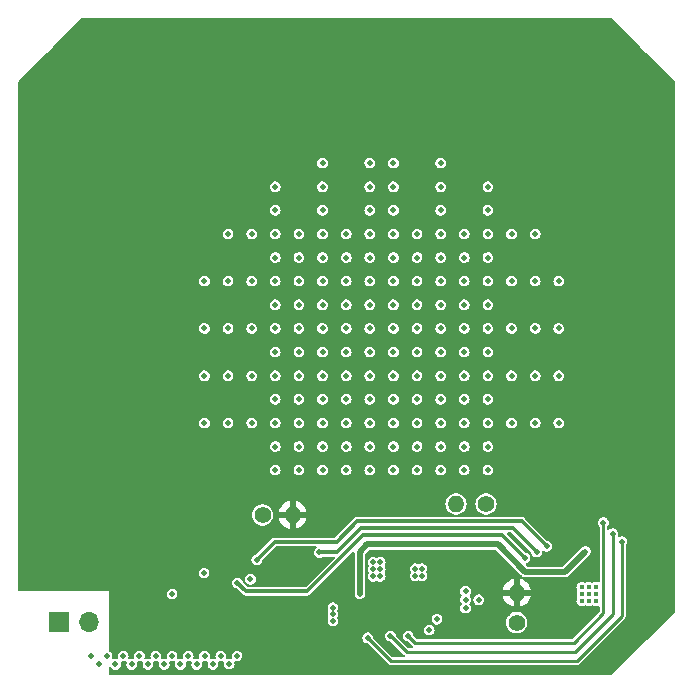
<source format=gbr>
G04 #@! TF.GenerationSoftware,KiCad,Pcbnew,(6.0.0)*
G04 #@! TF.CreationDate,2022-01-13T15:12:19+08:00*
G04 #@! TF.ProjectId,WirelessPower,57697265-6c65-4737-9350-6f7765722e6b,rev?*
G04 #@! TF.SameCoordinates,Original*
G04 #@! TF.FileFunction,Copper,L2,Inr*
G04 #@! TF.FilePolarity,Positive*
%FSLAX46Y46*%
G04 Gerber Fmt 4.6, Leading zero omitted, Abs format (unit mm)*
G04 Created by KiCad (PCBNEW (6.0.0)) date 2022-01-13 15:12:19*
%MOMM*%
%LPD*%
G01*
G04 APERTURE LIST*
G04 #@! TA.AperFunction,ComponentPad*
%ADD10R,1.700000X1.700000*%
G04 #@! TD*
G04 #@! TA.AperFunction,ComponentPad*
%ADD11O,1.700000X1.700000*%
G04 #@! TD*
G04 #@! TA.AperFunction,ComponentPad*
%ADD12C,1.400000*%
G04 #@! TD*
G04 #@! TA.AperFunction,ComponentPad*
%ADD13O,1.400000X1.400000*%
G04 #@! TD*
G04 #@! TA.AperFunction,ViaPad*
%ADD14C,0.500000*%
G04 #@! TD*
G04 #@! TA.AperFunction,ViaPad*
%ADD15C,0.450000*%
G04 #@! TD*
G04 #@! TA.AperFunction,Conductor*
%ADD16C,0.300000*%
G04 #@! TD*
G04 #@! TA.AperFunction,Conductor*
%ADD17C,0.500000*%
G04 #@! TD*
G04 #@! TA.AperFunction,Conductor*
%ADD18C,0.250000*%
G04 #@! TD*
G04 APERTURE END LIST*
D10*
G04 #@! TO.N,BAT+*
G04 #@! TO.C,J5*
X135250000Y-121090000D03*
D11*
G04 #@! TO.N,BAT-*
X137790000Y-121090000D03*
G04 #@! TD*
D12*
G04 #@! TO.N,Net-(C15-Pad2)*
G04 #@! TO.C,J6*
X171410000Y-111140000D03*
D13*
G04 #@! TO.N,Net-(C1-Pad1)*
X168870000Y-111140000D03*
G04 #@! TD*
D12*
G04 #@! TO.N,Net-(TH1-Pad1)*
G04 #@! TO.C,TH1*
X174010000Y-121180000D03*
D13*
G04 #@! TO.N,GND*
X174010000Y-118640000D03*
G04 #@! TD*
D12*
G04 #@! TO.N,Net-(TH2-Pad1)*
G04 #@! TO.C,TH2*
X152490000Y-112060000D03*
D13*
G04 #@! TO.N,GND*
X155030000Y-112060000D03*
G04 #@! TD*
D14*
G04 #@! TO.N,GND*
X153970000Y-116060000D03*
X152970000Y-122540000D03*
X135570000Y-74270000D03*
D15*
X164040000Y-118280000D03*
X164640000Y-118280000D03*
X163440000Y-118880000D03*
X164040000Y-118880000D03*
X164640000Y-118880000D03*
X163440000Y-119480000D03*
X164040000Y-119480000D03*
X164640000Y-119480000D03*
X163440000Y-120080000D03*
X164040000Y-120080000D03*
X164640000Y-120080000D03*
X163440000Y-120680000D03*
X164040000Y-120680000D03*
X164640000Y-120680000D03*
D14*
X147130000Y-118430000D03*
X148130000Y-118430000D03*
X149130000Y-118430000D03*
X146130000Y-119430000D03*
X147130000Y-119430000D03*
X148130000Y-119430000D03*
X149130000Y-119430000D03*
X146130000Y-120430000D03*
X147130000Y-120430000D03*
X148130000Y-120430000D03*
X149130000Y-120430000D03*
X146130000Y-121430000D03*
X147130000Y-121430000D03*
X148130000Y-121430000D03*
X149130000Y-121430000D03*
X147130000Y-122420000D03*
X146130000Y-122420000D03*
X149130000Y-122420000D03*
X148130000Y-122420000D03*
X145110000Y-120430000D03*
X145110000Y-121430000D03*
X145110000Y-122420000D03*
X153970000Y-122540000D03*
X154970000Y-122540000D03*
X155970000Y-122540000D03*
X156970000Y-122540000D03*
X157970000Y-122540000D03*
X158970000Y-122540000D03*
D15*
X163440000Y-118280000D03*
D14*
X137570000Y-74270000D03*
X139570000Y-74270000D03*
X141570000Y-74270000D03*
X143570000Y-74270000D03*
X145570000Y-74270000D03*
X147570000Y-74270000D03*
X149570000Y-74270000D03*
X151570000Y-74270000D03*
X153570000Y-74270000D03*
X155570000Y-74270000D03*
X157570000Y-74270000D03*
X159570000Y-74270000D03*
X161570000Y-74270000D03*
X163570000Y-74270000D03*
X165570000Y-74270000D03*
X167570000Y-74270000D03*
X169570000Y-74270000D03*
X171570000Y-74270000D03*
X173570000Y-74270000D03*
X175570000Y-74270000D03*
X177570000Y-74270000D03*
X179570000Y-74270000D03*
X181570000Y-74270000D03*
X183570000Y-74270000D03*
X183570000Y-76270000D03*
X181570000Y-76270000D03*
X179570000Y-76270000D03*
X177570000Y-76270000D03*
X175570000Y-76270000D03*
X173570000Y-76270000D03*
X171570000Y-76270000D03*
X169570000Y-76270000D03*
X167570000Y-76270000D03*
X165570000Y-76270000D03*
X163570000Y-76270000D03*
X161570000Y-76270000D03*
X159570000Y-76270000D03*
X157570000Y-76270000D03*
X155570000Y-76270000D03*
X153570000Y-76270000D03*
X151570000Y-76270000D03*
X149570000Y-76270000D03*
X147570000Y-76270000D03*
X145570000Y-76270000D03*
X143570000Y-76270000D03*
X141570000Y-76270000D03*
X139570000Y-76270000D03*
X137570000Y-76270000D03*
X135570000Y-76270000D03*
X135570000Y-78270000D03*
X137570000Y-78270000D03*
X139570000Y-78270000D03*
X141570000Y-78270000D03*
X143570000Y-78270000D03*
X145570000Y-78270000D03*
X147570000Y-78270000D03*
X149570000Y-78270000D03*
X151570000Y-78270000D03*
X153570000Y-78270000D03*
X155570000Y-78270000D03*
X157570000Y-78270000D03*
X159570000Y-78270000D03*
X161570000Y-78270000D03*
X163570000Y-78270000D03*
X165570000Y-78270000D03*
X167570000Y-78270000D03*
X169570000Y-78270000D03*
X171570000Y-78270000D03*
X173570000Y-78270000D03*
X175570000Y-78270000D03*
X177570000Y-78270000D03*
X179570000Y-78270000D03*
X181570000Y-78270000D03*
X183570000Y-78270000D03*
X183570000Y-80270000D03*
X181570000Y-80270000D03*
X179570000Y-80270000D03*
X177570000Y-80270000D03*
X175570000Y-80270000D03*
X173570000Y-80270000D03*
X171570000Y-80270000D03*
X169570000Y-80270000D03*
X167570000Y-80270000D03*
X165570000Y-80270000D03*
X163570000Y-80270000D03*
X161570000Y-80270000D03*
X159570000Y-80270000D03*
X157570000Y-80270000D03*
X155570000Y-80270000D03*
X153570000Y-80270000D03*
X151570000Y-80270000D03*
X149570000Y-80270000D03*
X147570000Y-80270000D03*
X145570000Y-80270000D03*
X143570000Y-80270000D03*
X141570000Y-80270000D03*
X139570000Y-80270000D03*
X137570000Y-80270000D03*
X135570000Y-80270000D03*
X135570000Y-82270000D03*
X137570000Y-82270000D03*
X139570000Y-82270000D03*
X141570000Y-82270000D03*
X143570000Y-82270000D03*
X145570000Y-82270000D03*
X147570000Y-82270000D03*
X149570000Y-82270000D03*
X151570000Y-82270000D03*
X153570000Y-82270000D03*
X155570000Y-82270000D03*
X159570000Y-82270000D03*
X165570000Y-82270000D03*
X169570000Y-82270000D03*
X171570000Y-82270000D03*
X173570000Y-82270000D03*
X175570000Y-82270000D03*
X177570000Y-82270000D03*
X179570000Y-82270000D03*
X181570000Y-82270000D03*
X183570000Y-82270000D03*
X183570000Y-84270000D03*
X181570000Y-84270000D03*
X179570000Y-84270000D03*
X177570000Y-84270000D03*
X175570000Y-84270000D03*
X173570000Y-84270000D03*
X169570000Y-84270000D03*
X165570000Y-84270000D03*
X159570000Y-84270000D03*
X155570000Y-84270000D03*
X151570000Y-84270000D03*
X149570000Y-84270000D03*
X147570000Y-84270000D03*
X145570000Y-84270000D03*
X143570000Y-84270000D03*
X141570000Y-84270000D03*
X139570000Y-84270000D03*
X137570000Y-84270000D03*
X135570000Y-84270000D03*
X135570000Y-86270000D03*
X137570000Y-86270000D03*
X139570000Y-86270000D03*
X141570000Y-86270000D03*
X143570000Y-86270000D03*
X145570000Y-86270000D03*
X147570000Y-86270000D03*
X149570000Y-86270000D03*
X151570000Y-86270000D03*
X155570000Y-86270000D03*
X159570000Y-86270000D03*
X165570000Y-86270000D03*
X169570000Y-86270000D03*
X173570000Y-86270000D03*
X175570000Y-86270000D03*
X177570000Y-86270000D03*
X179570000Y-86270000D03*
X181570000Y-86270000D03*
X183570000Y-86270000D03*
X183570000Y-88270000D03*
X181570000Y-88270000D03*
X179570000Y-88270000D03*
X177570000Y-88270000D03*
X147570000Y-88270000D03*
X145570000Y-88270000D03*
X143570000Y-88270000D03*
X141570000Y-88270000D03*
X139570000Y-88270000D03*
X137570000Y-88270000D03*
X135570000Y-88270000D03*
X135570000Y-90270000D03*
X137570000Y-90270000D03*
X139570000Y-90270000D03*
X141570000Y-90270000D03*
X143570000Y-90270000D03*
X145570000Y-90270000D03*
X147570000Y-90270000D03*
X149570000Y-90270000D03*
X151570000Y-90270000D03*
X173570000Y-90270000D03*
X175570000Y-90270000D03*
X177570000Y-90270000D03*
X179570000Y-90270000D03*
X181570000Y-90270000D03*
X183570000Y-90270000D03*
X183570000Y-92270000D03*
X181570000Y-92270000D03*
X179570000Y-92270000D03*
X145570000Y-92270000D03*
X143570000Y-92270000D03*
X141570000Y-92270000D03*
X139570000Y-92270000D03*
X137570000Y-92270000D03*
X135570000Y-92270000D03*
X135570000Y-94270000D03*
X137570000Y-94270000D03*
X139570000Y-94270000D03*
X141570000Y-94270000D03*
X143570000Y-94270000D03*
X145570000Y-94270000D03*
X147570000Y-94270000D03*
X149570000Y-94270000D03*
X151570000Y-94270000D03*
X173570000Y-94270000D03*
X175570000Y-94270000D03*
X177570000Y-94270000D03*
X179570000Y-94270000D03*
X181570000Y-94270000D03*
X183570000Y-94270000D03*
X183570000Y-96270000D03*
X181570000Y-96270000D03*
X179570000Y-96270000D03*
X145570000Y-96270000D03*
X143570000Y-96270000D03*
X141570000Y-96270000D03*
X139570000Y-96270000D03*
X137570000Y-96270000D03*
X135570000Y-96270000D03*
X135570000Y-98270000D03*
X137570000Y-98270000D03*
X139570000Y-98270000D03*
X141570000Y-98270000D03*
X143570000Y-98270000D03*
X145570000Y-98270000D03*
X147570000Y-98270000D03*
X149570000Y-98270000D03*
X151570000Y-98270000D03*
X173570000Y-98270000D03*
X175570000Y-98270000D03*
X177570000Y-98270000D03*
X179570000Y-98270000D03*
X181570000Y-98270000D03*
X183570000Y-98270000D03*
X183570000Y-100270000D03*
X181570000Y-100270000D03*
X179570000Y-100270000D03*
X145570000Y-100270000D03*
X143570000Y-100270000D03*
X141570000Y-100270000D03*
X139570000Y-100270000D03*
X137570000Y-100270000D03*
X135570000Y-100270000D03*
X135570000Y-102270000D03*
X137570000Y-102270000D03*
X139570000Y-102270000D03*
X141570000Y-102270000D03*
X143570000Y-102270000D03*
X145570000Y-102270000D03*
X147570000Y-102270000D03*
X149570000Y-102270000D03*
X151570000Y-102270000D03*
X173570000Y-102270000D03*
X175570000Y-102270000D03*
X177570000Y-102270000D03*
X179570000Y-102270000D03*
X181570000Y-102270000D03*
X183570000Y-102270000D03*
X183570000Y-104270000D03*
X181570000Y-104270000D03*
X179570000Y-104270000D03*
X145570000Y-104270000D03*
X143570000Y-104270000D03*
X141570000Y-104270000D03*
X139570000Y-104270000D03*
X137570000Y-104270000D03*
X135570000Y-104270000D03*
X135570000Y-106270000D03*
X137570000Y-106270000D03*
X139570000Y-106270000D03*
X141570000Y-106270000D03*
X143570000Y-106270000D03*
X145570000Y-106270000D03*
X147570000Y-106270000D03*
X149570000Y-106270000D03*
X151570000Y-106270000D03*
X173570000Y-106270000D03*
X175570000Y-106270000D03*
X177570000Y-106270000D03*
X179570000Y-106270000D03*
X181570000Y-106270000D03*
X183570000Y-106270000D03*
X183570000Y-108270000D03*
X181570000Y-108270000D03*
X179570000Y-108270000D03*
X177570000Y-108270000D03*
X175570000Y-108270000D03*
X173570000Y-108270000D03*
X151570000Y-108270000D03*
X149570000Y-108270000D03*
X147570000Y-108270000D03*
X145570000Y-108270000D03*
X143570000Y-108270000D03*
X141570000Y-108270000D03*
X139570000Y-108270000D03*
X137570000Y-108270000D03*
X135570000Y-108270000D03*
X153570000Y-116560000D03*
X153970000Y-117060000D03*
X146130000Y-118430000D03*
D15*
G04 #@! TO.N,BAT+*
X179500000Y-118160000D03*
D14*
X140036250Y-124720000D03*
X141412500Y-124720000D03*
X142788750Y-124720000D03*
X144165000Y-124720000D03*
X145541250Y-124720000D03*
X146917500Y-124720000D03*
X148293750Y-124720000D03*
X149670000Y-124690000D03*
X144825000Y-124020000D03*
X147577500Y-124020000D03*
X150330000Y-123990000D03*
X148953750Y-124020000D03*
X146201250Y-124020000D03*
X142072500Y-124020000D03*
X139320000Y-124020000D03*
X143448750Y-124020000D03*
X140696250Y-124020000D03*
D15*
X180100000Y-118160000D03*
X180700000Y-118160000D03*
X179500000Y-118760000D03*
X180100000Y-118760000D03*
X180700000Y-118760000D03*
X179500000Y-119360000D03*
X180100000Y-119360000D03*
X180700000Y-119360000D03*
D14*
X137990000Y-124000000D03*
X138660000Y-124720000D03*
G04 #@! TO.N,Net-(C1-Pad2)*
X158450000Y-121040000D03*
X158450000Y-120475000D03*
X161860000Y-116660000D03*
X162450000Y-116660000D03*
X161860000Y-117255000D03*
X162450000Y-117255000D03*
X161860000Y-116065000D03*
X158450000Y-119910000D03*
X162450000Y-116065000D03*
G04 #@! TO.N,Net-(C1-Pad1)*
X157570000Y-82270000D03*
X161570000Y-82270000D03*
X163570000Y-82270000D03*
X167570000Y-82270000D03*
X171570000Y-84270000D03*
X167570000Y-84270000D03*
X163570000Y-84270000D03*
X161570000Y-84270000D03*
X157570000Y-84270000D03*
X153570000Y-84270000D03*
X153570000Y-86270000D03*
X157570000Y-86270000D03*
X161570000Y-86270000D03*
X163570000Y-86270000D03*
X167570000Y-86270000D03*
X171570000Y-86270000D03*
X175570000Y-88270000D03*
X173570000Y-88270000D03*
X171570000Y-88270000D03*
X169570000Y-88270000D03*
X167570000Y-88270000D03*
X165570000Y-88270000D03*
X163570000Y-88270000D03*
X161570000Y-88270000D03*
X159570000Y-88270000D03*
X157570000Y-88270000D03*
X155570000Y-88270000D03*
X153570000Y-88270000D03*
X151570000Y-88270000D03*
X149570000Y-88270000D03*
X153570000Y-90270000D03*
X155570000Y-90270000D03*
X157570000Y-90270000D03*
X159570000Y-90270000D03*
X161570000Y-90270000D03*
X163570000Y-90270000D03*
X165570000Y-90270000D03*
X167570000Y-90270000D03*
X169570000Y-90270000D03*
X171570000Y-90270000D03*
X177570000Y-92270000D03*
X175570000Y-92270000D03*
X173570000Y-92270000D03*
X171570000Y-92270000D03*
X169570000Y-92270000D03*
X167570000Y-92270000D03*
X165570000Y-92270000D03*
X163570000Y-92270000D03*
X161570000Y-92270000D03*
X159570000Y-92270000D03*
X157570000Y-92270000D03*
X155570000Y-92270000D03*
X153570000Y-92270000D03*
X151570000Y-92270000D03*
X149570000Y-92270000D03*
X147570000Y-92270000D03*
X153570000Y-94270000D03*
X155570000Y-94270000D03*
X157570000Y-94270000D03*
X159570000Y-94270000D03*
X161570000Y-94270000D03*
X163570000Y-94270000D03*
X165570000Y-94270000D03*
X167570000Y-94270000D03*
X169570000Y-94270000D03*
X171570000Y-94270000D03*
X177570000Y-96270000D03*
X175570000Y-96270000D03*
X173570000Y-96270000D03*
X171570000Y-96270000D03*
X169570000Y-96270000D03*
X167570000Y-96270000D03*
X165570000Y-96270000D03*
X163570000Y-96270000D03*
X161570000Y-96270000D03*
X159570000Y-96270000D03*
X157570000Y-96270000D03*
X155570000Y-96270000D03*
X153570000Y-96270000D03*
X151570000Y-96270000D03*
X149570000Y-96270000D03*
X147570000Y-96270000D03*
X153570000Y-98270000D03*
X155570000Y-98270000D03*
X157570000Y-98270000D03*
X159570000Y-98270000D03*
X161570000Y-98270000D03*
X163570000Y-98270000D03*
X165570000Y-98270000D03*
X167570000Y-98270000D03*
X169570000Y-98270000D03*
X171570000Y-98270000D03*
X177570000Y-100270000D03*
X175570000Y-100270000D03*
X173570000Y-100270000D03*
X171570000Y-100270000D03*
X169570000Y-100270000D03*
X167570000Y-100270000D03*
X165570000Y-100270000D03*
X163570000Y-100270000D03*
X161570000Y-100270000D03*
X159570000Y-100270000D03*
X157570000Y-100270000D03*
X155570000Y-100270000D03*
X153570000Y-100270000D03*
X151570000Y-100270000D03*
X149570000Y-100270000D03*
X147570000Y-100270000D03*
X153570000Y-102270000D03*
X155570000Y-102270000D03*
X157570000Y-102270000D03*
X159570000Y-102270000D03*
X161570000Y-102270000D03*
X163570000Y-102270000D03*
X165570000Y-102270000D03*
X167570000Y-102270000D03*
X169570000Y-102270000D03*
X171570000Y-102270000D03*
X177570000Y-104270000D03*
X175570000Y-104270000D03*
X173570000Y-104270000D03*
X171570000Y-104270000D03*
X169570000Y-104270000D03*
X167570000Y-104270000D03*
X165570000Y-104270000D03*
X163570000Y-104270000D03*
X161570000Y-104270000D03*
X159570000Y-104270000D03*
X157570000Y-104270000D03*
X155570000Y-104270000D03*
X153570000Y-104270000D03*
X151570000Y-104270000D03*
X149570000Y-104270000D03*
X147570000Y-104270000D03*
X153570000Y-106270000D03*
X155570000Y-106270000D03*
X157570000Y-106270000D03*
X159570000Y-106270000D03*
X161570000Y-106270000D03*
X163570000Y-106270000D03*
X165570000Y-106270000D03*
X167570000Y-106270000D03*
X169570000Y-106270000D03*
X171570000Y-106270000D03*
X171570000Y-108270000D03*
X169570000Y-108270000D03*
X167570000Y-108270000D03*
X165570000Y-108270000D03*
X163570000Y-108270000D03*
X161570000Y-108270000D03*
X159570000Y-108270000D03*
X157570000Y-108270000D03*
X155570000Y-108270000D03*
X153570000Y-108270000D03*
G04 #@! TO.N,Net-(R1-Pad1)*
X170800000Y-119240000D03*
X167260000Y-120900000D03*
G04 #@! TO.N,BAT_ISET*
X176540000Y-114710000D03*
X152010000Y-115870000D03*
G04 #@! TO.N,Net-(TH1-Pad1)*
X166600000Y-121810000D03*
G04 #@! TO.N,Net-(TH2-Pad1)*
X151469993Y-117510007D03*
G04 #@! TO.N,Net-(U1-Pad2)*
X144830000Y-118760000D03*
X147535000Y-116970000D03*
D15*
G04 #@! TO.N,REG_power*
X160735000Y-118740000D03*
D14*
X179820000Y-115170000D03*
G04 #@! TO.N,REG_EN2*
X164820000Y-122310000D03*
X181350000Y-112710000D03*
G04 #@! TO.N,REG_EN1*
X163320000Y-122310000D03*
X182140000Y-113640000D03*
G04 #@! TO.N,REG_CHG*
X182920000Y-114330000D03*
X161400000Y-122460000D03*
G04 #@! TO.N,BAT_PG*
X175700000Y-115210000D03*
X157310000Y-115240000D03*
G04 #@! TO.N,BAT_CHG*
X174710000Y-115710000D03*
X150370000Y-117820000D03*
G04 #@! TO.N,Net-(C15-Pad2)*
X169680000Y-119940000D03*
X165440000Y-117220000D03*
X165990000Y-116620000D03*
X165440000Y-116620000D03*
X169680000Y-119230000D03*
X169680000Y-118520000D03*
X165990000Y-117220000D03*
G04 #@! TD*
D16*
G04 #@! TO.N,BAT_ISET*
X152010000Y-115860000D02*
X153530000Y-114340000D01*
X174420000Y-112590000D02*
X176540000Y-114710000D01*
X158760000Y-114340000D02*
X160510000Y-112590000D01*
X153530000Y-114340000D02*
X158760000Y-114340000D01*
X160510000Y-112590000D02*
X174420000Y-112590000D01*
X152010000Y-115870000D02*
X152010000Y-115860000D01*
D17*
G04 #@! TO.N,REG_power*
X178110000Y-116880000D02*
X174750000Y-116880000D01*
X160735000Y-115195212D02*
X160735000Y-118740000D01*
X174750000Y-116880000D02*
X172435000Y-114565000D01*
X161365212Y-114565000D02*
X160735000Y-115195212D01*
X172435000Y-114565000D02*
X161365212Y-114565000D01*
X179820000Y-115170000D02*
X178110000Y-116880000D01*
D18*
G04 #@! TO.N,REG_EN2*
X178860000Y-122880000D02*
X181350000Y-120390000D01*
X164820000Y-122310000D02*
X165390000Y-122880000D01*
X165390000Y-122880000D02*
X178860000Y-122880000D01*
X181350000Y-120390000D02*
X181350000Y-112710000D01*
G04 #@! TO.N,REG_EN1*
X164720000Y-123670000D02*
X178920000Y-123670000D01*
X163360000Y-122310000D02*
X164720000Y-123670000D01*
X182140000Y-120450000D02*
X182140000Y-113640000D01*
X178920000Y-123670000D02*
X182140000Y-120450000D01*
X163320000Y-122310000D02*
X163360000Y-122310000D01*
G04 #@! TO.N,REG_CHG*
X182920000Y-120590000D02*
X182920000Y-114330000D01*
X179080000Y-124430000D02*
X182920000Y-120590000D01*
X163370000Y-124430000D02*
X179080000Y-124430000D01*
X161400000Y-122460000D02*
X163370000Y-124430000D01*
D16*
G04 #@! TO.N,BAT_PG*
X175700000Y-115210000D02*
X173680000Y-113190000D01*
X158760000Y-115240000D02*
X157310000Y-115240000D01*
X173680000Y-113190000D02*
X160810000Y-113190000D01*
X160810000Y-113190000D02*
X158760000Y-115240000D01*
G04 #@! TO.N,BAT_CHG*
X172790000Y-113790000D02*
X161035000Y-113790000D01*
X161035000Y-113790000D02*
X156285000Y-118540000D01*
X174710000Y-115710000D02*
X172790000Y-113790000D01*
X151090000Y-118540000D02*
X150370000Y-117820000D01*
X156285000Y-118540000D02*
X151090000Y-118540000D01*
G04 #@! TD*
G04 #@! TA.AperFunction,Conductor*
G04 #@! TO.N,GND*
G36*
X182080223Y-70008906D02*
G01*
X182092036Y-70018995D01*
X184435335Y-72362294D01*
X184455055Y-72390458D01*
X184479432Y-72442734D01*
X184609953Y-72629139D01*
X184770861Y-72790047D01*
X184957266Y-72920568D01*
X184961176Y-72922391D01*
X184961179Y-72922393D01*
X185009542Y-72944945D01*
X185037706Y-72964665D01*
X187381004Y-75307963D01*
X187408781Y-75362480D01*
X187410000Y-75377967D01*
X187410001Y-120203360D01*
X187391094Y-120261551D01*
X187381005Y-120273364D01*
X185040193Y-122614176D01*
X185012028Y-122633896D01*
X184957266Y-122659432D01*
X184953723Y-122661913D01*
X184953721Y-122661914D01*
X184784483Y-122780415D01*
X184770861Y-122789953D01*
X184609953Y-122950861D01*
X184607476Y-122954399D01*
X184607474Y-122954401D01*
X184486928Y-123126560D01*
X184479432Y-123137266D01*
X184454567Y-123190588D01*
X184453896Y-123192028D01*
X184434176Y-123220193D01*
X182093365Y-125561004D01*
X182038848Y-125588781D01*
X182023361Y-125590000D01*
X169624020Y-125590000D01*
X139558159Y-125590001D01*
X139499968Y-125571094D01*
X139464004Y-125521594D01*
X139459160Y-125490566D01*
X139460700Y-125139788D01*
X139461307Y-125001661D01*
X139480470Y-124943555D01*
X139530127Y-124907809D01*
X139591312Y-124908078D01*
X139640653Y-124944259D01*
X139644353Y-124949780D01*
X139647014Y-124954054D01*
X139649855Y-124960510D01*
X139656287Y-124968162D01*
X139728350Y-125053892D01*
X139728353Y-125053894D01*
X139732889Y-125059291D01*
X139840310Y-125130796D01*
X139847038Y-125132898D01*
X139847040Y-125132899D01*
X139901897Y-125150037D01*
X139963483Y-125169278D01*
X140027994Y-125170461D01*
X140085452Y-125171514D01*
X140085454Y-125171514D01*
X140092505Y-125171643D01*
X140099308Y-125169788D01*
X140099310Y-125169788D01*
X140141078Y-125158400D01*
X140217005Y-125137700D01*
X140326974Y-125070179D01*
X140413572Y-124974507D01*
X140469838Y-124858375D01*
X140486639Y-124758509D01*
X140490613Y-124734891D01*
X140490613Y-124734886D01*
X140491247Y-124731120D01*
X140491383Y-124720000D01*
X140473089Y-124592259D01*
X140470169Y-124585836D01*
X140469118Y-124582243D01*
X140470933Y-124521085D01*
X140508350Y-124472673D01*
X140567076Y-124455501D01*
X140593662Y-124459962D01*
X140616746Y-124467174D01*
X140616751Y-124467175D01*
X140623483Y-124469278D01*
X140687994Y-124470460D01*
X140745452Y-124471514D01*
X140745454Y-124471514D01*
X140752505Y-124471643D01*
X140759308Y-124469788D01*
X140759310Y-124469788D01*
X140865607Y-124440808D01*
X140926722Y-124443744D01*
X140974439Y-124482041D01*
X140990533Y-124541072D01*
X140981260Y-124578399D01*
X140980251Y-124580547D01*
X140980250Y-124580552D01*
X140977254Y-124586932D01*
X140957401Y-124714440D01*
X140958316Y-124721437D01*
X140958316Y-124721438D01*
X140959377Y-124729554D01*
X140974133Y-124842394D01*
X140976971Y-124848845D01*
X140976972Y-124848847D01*
X141023264Y-124954054D01*
X141026105Y-124960510D01*
X141060697Y-125001662D01*
X141104600Y-125053892D01*
X141104603Y-125053894D01*
X141109139Y-125059291D01*
X141216560Y-125130796D01*
X141223288Y-125132898D01*
X141223290Y-125132899D01*
X141278147Y-125150037D01*
X141339733Y-125169278D01*
X141404244Y-125170461D01*
X141461702Y-125171514D01*
X141461704Y-125171514D01*
X141468755Y-125171643D01*
X141475558Y-125169788D01*
X141475560Y-125169788D01*
X141517328Y-125158400D01*
X141593255Y-125137700D01*
X141703224Y-125070179D01*
X141789822Y-124974507D01*
X141846088Y-124858375D01*
X141862889Y-124758509D01*
X141866863Y-124734891D01*
X141866863Y-124734886D01*
X141867497Y-124731120D01*
X141867633Y-124720000D01*
X141849339Y-124592259D01*
X141846419Y-124585836D01*
X141845368Y-124582243D01*
X141847183Y-124521085D01*
X141884600Y-124472673D01*
X141943326Y-124455501D01*
X141969912Y-124459962D01*
X141992996Y-124467174D01*
X141993001Y-124467175D01*
X141999733Y-124469278D01*
X142064244Y-124470460D01*
X142121702Y-124471514D01*
X142121704Y-124471514D01*
X142128755Y-124471643D01*
X142135558Y-124469788D01*
X142135560Y-124469788D01*
X142241857Y-124440808D01*
X142302972Y-124443744D01*
X142350689Y-124482041D01*
X142366783Y-124541072D01*
X142357510Y-124578399D01*
X142356501Y-124580547D01*
X142356500Y-124580552D01*
X142353504Y-124586932D01*
X142333651Y-124714440D01*
X142334566Y-124721437D01*
X142334566Y-124721438D01*
X142335627Y-124729554D01*
X142350383Y-124842394D01*
X142353221Y-124848845D01*
X142353222Y-124848847D01*
X142399514Y-124954054D01*
X142402355Y-124960510D01*
X142436947Y-125001662D01*
X142480850Y-125053892D01*
X142480853Y-125053894D01*
X142485389Y-125059291D01*
X142592810Y-125130796D01*
X142599538Y-125132898D01*
X142599540Y-125132899D01*
X142654397Y-125150037D01*
X142715983Y-125169278D01*
X142780494Y-125170461D01*
X142837952Y-125171514D01*
X142837954Y-125171514D01*
X142845005Y-125171643D01*
X142851808Y-125169788D01*
X142851810Y-125169788D01*
X142893578Y-125158400D01*
X142969505Y-125137700D01*
X143079474Y-125070179D01*
X143166072Y-124974507D01*
X143222338Y-124858375D01*
X143239139Y-124758509D01*
X143243113Y-124734891D01*
X143243113Y-124734886D01*
X143243747Y-124731120D01*
X143243883Y-124720000D01*
X143225589Y-124592259D01*
X143222669Y-124585836D01*
X143221618Y-124582243D01*
X143223433Y-124521085D01*
X143260850Y-124472673D01*
X143319576Y-124455501D01*
X143346162Y-124459962D01*
X143369246Y-124467174D01*
X143369251Y-124467175D01*
X143375983Y-124469278D01*
X143440494Y-124470460D01*
X143497952Y-124471514D01*
X143497954Y-124471514D01*
X143505005Y-124471643D01*
X143511808Y-124469788D01*
X143511810Y-124469788D01*
X143618107Y-124440808D01*
X143679222Y-124443744D01*
X143726939Y-124482041D01*
X143743033Y-124541072D01*
X143733760Y-124578399D01*
X143732751Y-124580547D01*
X143732750Y-124580552D01*
X143729754Y-124586932D01*
X143709901Y-124714440D01*
X143710816Y-124721437D01*
X143710816Y-124721438D01*
X143711877Y-124729554D01*
X143726633Y-124842394D01*
X143729471Y-124848845D01*
X143729472Y-124848847D01*
X143775764Y-124954054D01*
X143778605Y-124960510D01*
X143813197Y-125001662D01*
X143857100Y-125053892D01*
X143857103Y-125053894D01*
X143861639Y-125059291D01*
X143969060Y-125130796D01*
X143975788Y-125132898D01*
X143975790Y-125132899D01*
X144030647Y-125150037D01*
X144092233Y-125169278D01*
X144156744Y-125170461D01*
X144214202Y-125171514D01*
X144214204Y-125171514D01*
X144221255Y-125171643D01*
X144228058Y-125169788D01*
X144228060Y-125169788D01*
X144269828Y-125158400D01*
X144345755Y-125137700D01*
X144455724Y-125070179D01*
X144542322Y-124974507D01*
X144598588Y-124858375D01*
X144615389Y-124758509D01*
X144619363Y-124734891D01*
X144619363Y-124734886D01*
X144619997Y-124731120D01*
X144620133Y-124720000D01*
X144601839Y-124592259D01*
X144598919Y-124585836D01*
X144597868Y-124582243D01*
X144599683Y-124521085D01*
X144637100Y-124472673D01*
X144695826Y-124455501D01*
X144722412Y-124459962D01*
X144745496Y-124467174D01*
X144745501Y-124467175D01*
X144752233Y-124469278D01*
X144816744Y-124470460D01*
X144874202Y-124471514D01*
X144874204Y-124471514D01*
X144881255Y-124471643D01*
X144888058Y-124469788D01*
X144888060Y-124469788D01*
X144994357Y-124440808D01*
X145055472Y-124443744D01*
X145103189Y-124482041D01*
X145119283Y-124541072D01*
X145110010Y-124578399D01*
X145109001Y-124580547D01*
X145109000Y-124580552D01*
X145106004Y-124586932D01*
X145086151Y-124714440D01*
X145087066Y-124721437D01*
X145087066Y-124721438D01*
X145088127Y-124729554D01*
X145102883Y-124842394D01*
X145105721Y-124848845D01*
X145105722Y-124848847D01*
X145152014Y-124954054D01*
X145154855Y-124960510D01*
X145189447Y-125001662D01*
X145233350Y-125053892D01*
X145233353Y-125053894D01*
X145237889Y-125059291D01*
X145345310Y-125130796D01*
X145352038Y-125132898D01*
X145352040Y-125132899D01*
X145406897Y-125150037D01*
X145468483Y-125169278D01*
X145532994Y-125170461D01*
X145590452Y-125171514D01*
X145590454Y-125171514D01*
X145597505Y-125171643D01*
X145604308Y-125169788D01*
X145604310Y-125169788D01*
X145646078Y-125158400D01*
X145722005Y-125137700D01*
X145831974Y-125070179D01*
X145918572Y-124974507D01*
X145974838Y-124858375D01*
X145991639Y-124758509D01*
X145995613Y-124734891D01*
X145995613Y-124734886D01*
X145996247Y-124731120D01*
X145996383Y-124720000D01*
X145978089Y-124592259D01*
X145975169Y-124585836D01*
X145974118Y-124582243D01*
X145975933Y-124521085D01*
X146013350Y-124472673D01*
X146072076Y-124455501D01*
X146098662Y-124459962D01*
X146121746Y-124467174D01*
X146121751Y-124467175D01*
X146128483Y-124469278D01*
X146192994Y-124470460D01*
X146250452Y-124471514D01*
X146250454Y-124471514D01*
X146257505Y-124471643D01*
X146264308Y-124469788D01*
X146264310Y-124469788D01*
X146370607Y-124440808D01*
X146431722Y-124443744D01*
X146479439Y-124482041D01*
X146495533Y-124541072D01*
X146486260Y-124578399D01*
X146485251Y-124580547D01*
X146485250Y-124580552D01*
X146482254Y-124586932D01*
X146462401Y-124714440D01*
X146463316Y-124721437D01*
X146463316Y-124721438D01*
X146464377Y-124729554D01*
X146479133Y-124842394D01*
X146481971Y-124848845D01*
X146481972Y-124848847D01*
X146528264Y-124954054D01*
X146531105Y-124960510D01*
X146565697Y-125001662D01*
X146609600Y-125053892D01*
X146609603Y-125053894D01*
X146614139Y-125059291D01*
X146721560Y-125130796D01*
X146728288Y-125132898D01*
X146728290Y-125132899D01*
X146783147Y-125150037D01*
X146844733Y-125169278D01*
X146909244Y-125170461D01*
X146966702Y-125171514D01*
X146966704Y-125171514D01*
X146973755Y-125171643D01*
X146980558Y-125169788D01*
X146980560Y-125169788D01*
X147022328Y-125158400D01*
X147098255Y-125137700D01*
X147208224Y-125070179D01*
X147294822Y-124974507D01*
X147351088Y-124858375D01*
X147367889Y-124758509D01*
X147371863Y-124734891D01*
X147371863Y-124734886D01*
X147372497Y-124731120D01*
X147372633Y-124720000D01*
X147354339Y-124592259D01*
X147351419Y-124585836D01*
X147350368Y-124582243D01*
X147352183Y-124521085D01*
X147389600Y-124472673D01*
X147448326Y-124455501D01*
X147474912Y-124459962D01*
X147497996Y-124467174D01*
X147498001Y-124467175D01*
X147504733Y-124469278D01*
X147569244Y-124470460D01*
X147626702Y-124471514D01*
X147626704Y-124471514D01*
X147633755Y-124471643D01*
X147640558Y-124469788D01*
X147640560Y-124469788D01*
X147746857Y-124440808D01*
X147807972Y-124443744D01*
X147855689Y-124482041D01*
X147871783Y-124541072D01*
X147862510Y-124578399D01*
X147861501Y-124580547D01*
X147861500Y-124580552D01*
X147858504Y-124586932D01*
X147838651Y-124714440D01*
X147839566Y-124721437D01*
X147839566Y-124721438D01*
X147840627Y-124729554D01*
X147855383Y-124842394D01*
X147858221Y-124848845D01*
X147858222Y-124848847D01*
X147904514Y-124954054D01*
X147907355Y-124960510D01*
X147941947Y-125001662D01*
X147985850Y-125053892D01*
X147985853Y-125053894D01*
X147990389Y-125059291D01*
X148097810Y-125130796D01*
X148104538Y-125132898D01*
X148104540Y-125132899D01*
X148159397Y-125150037D01*
X148220983Y-125169278D01*
X148285494Y-125170461D01*
X148342952Y-125171514D01*
X148342954Y-125171514D01*
X148350005Y-125171643D01*
X148356808Y-125169788D01*
X148356810Y-125169788D01*
X148398578Y-125158400D01*
X148474505Y-125137700D01*
X148584474Y-125070179D01*
X148671072Y-124974507D01*
X148727338Y-124858375D01*
X148744139Y-124758509D01*
X148748113Y-124734891D01*
X148748113Y-124734886D01*
X148748747Y-124731120D01*
X148748883Y-124720000D01*
X148730589Y-124592259D01*
X148727669Y-124585836D01*
X148726618Y-124582243D01*
X148728433Y-124521085D01*
X148765850Y-124472673D01*
X148824576Y-124455501D01*
X148851162Y-124459962D01*
X148874246Y-124467174D01*
X148874251Y-124467175D01*
X148880983Y-124469278D01*
X148945494Y-124470460D01*
X149002952Y-124471514D01*
X149002954Y-124471514D01*
X149010005Y-124471643D01*
X149016808Y-124469788D01*
X149016810Y-124469788D01*
X149111577Y-124443951D01*
X149172692Y-124446887D01*
X149220409Y-124485184D01*
X149236503Y-124544215D01*
X149234301Y-124556861D01*
X149234754Y-124556932D01*
X149214901Y-124684440D01*
X149215816Y-124691437D01*
X149215816Y-124691438D01*
X149217082Y-124701120D01*
X149231633Y-124812394D01*
X149234471Y-124818845D01*
X149234472Y-124818847D01*
X149280764Y-124924054D01*
X149283605Y-124930510D01*
X149303396Y-124954054D01*
X149362100Y-125023892D01*
X149362103Y-125023894D01*
X149366639Y-125029291D01*
X149474060Y-125100796D01*
X149480788Y-125102898D01*
X149480790Y-125102899D01*
X149535646Y-125120037D01*
X149597233Y-125139278D01*
X149661744Y-125140461D01*
X149719202Y-125141514D01*
X149719204Y-125141514D01*
X149726255Y-125141643D01*
X149733058Y-125139788D01*
X149733060Y-125139788D01*
X149780375Y-125126888D01*
X149850755Y-125107700D01*
X149960724Y-125040179D01*
X150032837Y-124960510D01*
X150042590Y-124949735D01*
X150042590Y-124949734D01*
X150047322Y-124944507D01*
X150103588Y-124828375D01*
X150115848Y-124755500D01*
X150124363Y-124704891D01*
X150124363Y-124704886D01*
X150124997Y-124701120D01*
X150125133Y-124690000D01*
X150106839Y-124562259D01*
X150103919Y-124555836D01*
X150102868Y-124552243D01*
X150104683Y-124491085D01*
X150142100Y-124442673D01*
X150200826Y-124425501D01*
X150227412Y-124429962D01*
X150250496Y-124437174D01*
X150250501Y-124437175D01*
X150257233Y-124439278D01*
X150321744Y-124440460D01*
X150379202Y-124441514D01*
X150379204Y-124441514D01*
X150386255Y-124441643D01*
X150393058Y-124439788D01*
X150393060Y-124439788D01*
X150445462Y-124425501D01*
X150510755Y-124407700D01*
X150620724Y-124340179D01*
X150678055Y-124276841D01*
X150702590Y-124249735D01*
X150702590Y-124249734D01*
X150707322Y-124244507D01*
X150763588Y-124128375D01*
X150778021Y-124042588D01*
X150784363Y-124004891D01*
X150784363Y-124004886D01*
X150784997Y-124001120D01*
X150785133Y-123990000D01*
X150766839Y-123862259D01*
X150729989Y-123781212D01*
X150716349Y-123751212D01*
X150716348Y-123751211D01*
X150713428Y-123744788D01*
X150629193Y-123647028D01*
X150623276Y-123643193D01*
X150623274Y-123643191D01*
X150526824Y-123580677D01*
X150520906Y-123576841D01*
X150514150Y-123574821D01*
X150514149Y-123574820D01*
X150466765Y-123560649D01*
X150397273Y-123539866D01*
X150320644Y-123539398D01*
X150275282Y-123539121D01*
X150268231Y-123539078D01*
X150261454Y-123541015D01*
X150261453Y-123541015D01*
X150150935Y-123572601D01*
X150150933Y-123572602D01*
X150144155Y-123574539D01*
X150035019Y-123643399D01*
X149949596Y-123740122D01*
X149894754Y-123856932D01*
X149874901Y-123984440D01*
X149875816Y-123991437D01*
X149875816Y-123991438D01*
X149876839Y-123999263D01*
X149891633Y-124112394D01*
X149894472Y-124118847D01*
X149896370Y-124125644D01*
X149894326Y-124126215D01*
X149899451Y-124177105D01*
X149868629Y-124229960D01*
X149812626Y-124254604D01*
X149774339Y-124250951D01*
X149744035Y-124241888D01*
X149744033Y-124241888D01*
X149737273Y-124239866D01*
X149660644Y-124239398D01*
X149615282Y-124239121D01*
X149608231Y-124239078D01*
X149601454Y-124241015D01*
X149601453Y-124241015D01*
X149512782Y-124266357D01*
X149451635Y-124264168D01*
X149403454Y-124226456D01*
X149386640Y-124167626D01*
X149387949Y-124154743D01*
X149408113Y-124034891D01*
X149408113Y-124034886D01*
X149408747Y-124031120D01*
X149408883Y-124020000D01*
X149390589Y-123892259D01*
X149337178Y-123774788D01*
X149252943Y-123677028D01*
X149247026Y-123673193D01*
X149247024Y-123673191D01*
X149150574Y-123610677D01*
X149144656Y-123606841D01*
X149137900Y-123604821D01*
X149137899Y-123604820D01*
X149095085Y-123592016D01*
X149021023Y-123569866D01*
X148944394Y-123569398D01*
X148899032Y-123569121D01*
X148891981Y-123569078D01*
X148885204Y-123571015D01*
X148885203Y-123571015D01*
X148774685Y-123602601D01*
X148774683Y-123602602D01*
X148767905Y-123604539D01*
X148658769Y-123673399D01*
X148573346Y-123770122D01*
X148518504Y-123886932D01*
X148498651Y-124014440D01*
X148499566Y-124021437D01*
X148499566Y-124021438D01*
X148500832Y-124031120D01*
X148515383Y-124142394D01*
X148518222Y-124148847D01*
X148520120Y-124155644D01*
X148518076Y-124156215D01*
X148523201Y-124207105D01*
X148492379Y-124259960D01*
X148436376Y-124284604D01*
X148398089Y-124280951D01*
X148367785Y-124271888D01*
X148367783Y-124271888D01*
X148361023Y-124269866D01*
X148284394Y-124269398D01*
X148239032Y-124269121D01*
X148231981Y-124269078D01*
X148225204Y-124271015D01*
X148225203Y-124271015D01*
X148126127Y-124299331D01*
X148064981Y-124297142D01*
X148016799Y-124259430D01*
X147999985Y-124200600D01*
X148007128Y-124171844D01*
X148005868Y-124171442D01*
X148008012Y-124164724D01*
X148011088Y-124158375D01*
X148032497Y-124031120D01*
X148032633Y-124020000D01*
X148014339Y-123892259D01*
X147960928Y-123774788D01*
X147876693Y-123677028D01*
X147870776Y-123673193D01*
X147870774Y-123673191D01*
X147774324Y-123610677D01*
X147768406Y-123606841D01*
X147761650Y-123604821D01*
X147761649Y-123604820D01*
X147718835Y-123592016D01*
X147644773Y-123569866D01*
X147568144Y-123569398D01*
X147522782Y-123569121D01*
X147515731Y-123569078D01*
X147508954Y-123571015D01*
X147508953Y-123571015D01*
X147398435Y-123602601D01*
X147398433Y-123602602D01*
X147391655Y-123604539D01*
X147282519Y-123673399D01*
X147197096Y-123770122D01*
X147142254Y-123886932D01*
X147122401Y-124014440D01*
X147123316Y-124021437D01*
X147123316Y-124021438D01*
X147124582Y-124031120D01*
X147139133Y-124142394D01*
X147141972Y-124148847D01*
X147143870Y-124155644D01*
X147141826Y-124156215D01*
X147146951Y-124207105D01*
X147116129Y-124259960D01*
X147060126Y-124284604D01*
X147021839Y-124280951D01*
X146991535Y-124271888D01*
X146991533Y-124271888D01*
X146984773Y-124269866D01*
X146908144Y-124269398D01*
X146862782Y-124269121D01*
X146855731Y-124269078D01*
X146848954Y-124271015D01*
X146848953Y-124271015D01*
X146749877Y-124299331D01*
X146688731Y-124297142D01*
X146640549Y-124259430D01*
X146623735Y-124200600D01*
X146630878Y-124171844D01*
X146629618Y-124171442D01*
X146631762Y-124164724D01*
X146634838Y-124158375D01*
X146656247Y-124031120D01*
X146656383Y-124020000D01*
X146638089Y-123892259D01*
X146584678Y-123774788D01*
X146500443Y-123677028D01*
X146494526Y-123673193D01*
X146494524Y-123673191D01*
X146398074Y-123610677D01*
X146392156Y-123606841D01*
X146385400Y-123604821D01*
X146385399Y-123604820D01*
X146342585Y-123592016D01*
X146268523Y-123569866D01*
X146191894Y-123569398D01*
X146146532Y-123569121D01*
X146139481Y-123569078D01*
X146132704Y-123571015D01*
X146132703Y-123571015D01*
X146022185Y-123602601D01*
X146022183Y-123602602D01*
X146015405Y-123604539D01*
X145906269Y-123673399D01*
X145820846Y-123770122D01*
X145766004Y-123886932D01*
X145746151Y-124014440D01*
X145747066Y-124021437D01*
X145747066Y-124021438D01*
X145748332Y-124031120D01*
X145762883Y-124142394D01*
X145765722Y-124148847D01*
X145767620Y-124155644D01*
X145765576Y-124156215D01*
X145770701Y-124207105D01*
X145739879Y-124259960D01*
X145683876Y-124284604D01*
X145645589Y-124280951D01*
X145615285Y-124271888D01*
X145615283Y-124271888D01*
X145608523Y-124269866D01*
X145531894Y-124269398D01*
X145486532Y-124269121D01*
X145479481Y-124269078D01*
X145472704Y-124271015D01*
X145472703Y-124271015D01*
X145373627Y-124299331D01*
X145312481Y-124297142D01*
X145264299Y-124259430D01*
X145247485Y-124200600D01*
X145254628Y-124171844D01*
X145253368Y-124171442D01*
X145255512Y-124164724D01*
X145258588Y-124158375D01*
X145279997Y-124031120D01*
X145280133Y-124020000D01*
X145261839Y-123892259D01*
X145208428Y-123774788D01*
X145124193Y-123677028D01*
X145118276Y-123673193D01*
X145118274Y-123673191D01*
X145021824Y-123610677D01*
X145015906Y-123606841D01*
X145009150Y-123604821D01*
X145009149Y-123604820D01*
X144966335Y-123592016D01*
X144892273Y-123569866D01*
X144815644Y-123569398D01*
X144770282Y-123569121D01*
X144763231Y-123569078D01*
X144756454Y-123571015D01*
X144756453Y-123571015D01*
X144645935Y-123602601D01*
X144645933Y-123602602D01*
X144639155Y-123604539D01*
X144530019Y-123673399D01*
X144444596Y-123770122D01*
X144389754Y-123886932D01*
X144369901Y-124014440D01*
X144370816Y-124021437D01*
X144370816Y-124021438D01*
X144372082Y-124031120D01*
X144386633Y-124142394D01*
X144389472Y-124148847D01*
X144391370Y-124155644D01*
X144389326Y-124156215D01*
X144394451Y-124207105D01*
X144363629Y-124259960D01*
X144307626Y-124284604D01*
X144269339Y-124280951D01*
X144239035Y-124271888D01*
X144239033Y-124271888D01*
X144232273Y-124269866D01*
X144155644Y-124269398D01*
X144110282Y-124269121D01*
X144103231Y-124269078D01*
X144096454Y-124271015D01*
X144096453Y-124271015D01*
X143997377Y-124299331D01*
X143936231Y-124297142D01*
X143888049Y-124259430D01*
X143871235Y-124200600D01*
X143878378Y-124171844D01*
X143877118Y-124171442D01*
X143879262Y-124164724D01*
X143882338Y-124158375D01*
X143903747Y-124031120D01*
X143903883Y-124020000D01*
X143885589Y-123892259D01*
X143832178Y-123774788D01*
X143747943Y-123677028D01*
X143742026Y-123673193D01*
X143742024Y-123673191D01*
X143645574Y-123610677D01*
X143639656Y-123606841D01*
X143632900Y-123604821D01*
X143632899Y-123604820D01*
X143590085Y-123592016D01*
X143516023Y-123569866D01*
X143439394Y-123569398D01*
X143394032Y-123569121D01*
X143386981Y-123569078D01*
X143380204Y-123571015D01*
X143380203Y-123571015D01*
X143269685Y-123602601D01*
X143269683Y-123602602D01*
X143262905Y-123604539D01*
X143153769Y-123673399D01*
X143068346Y-123770122D01*
X143013504Y-123886932D01*
X142993651Y-124014440D01*
X142994566Y-124021437D01*
X142994566Y-124021438D01*
X142995832Y-124031120D01*
X143010383Y-124142394D01*
X143013222Y-124148847D01*
X143015120Y-124155644D01*
X143013076Y-124156215D01*
X143018201Y-124207105D01*
X142987379Y-124259960D01*
X142931376Y-124284604D01*
X142893089Y-124280951D01*
X142862785Y-124271888D01*
X142862783Y-124271888D01*
X142856023Y-124269866D01*
X142779394Y-124269398D01*
X142734032Y-124269121D01*
X142726981Y-124269078D01*
X142720204Y-124271015D01*
X142720203Y-124271015D01*
X142621127Y-124299331D01*
X142559981Y-124297142D01*
X142511799Y-124259430D01*
X142494985Y-124200600D01*
X142502128Y-124171844D01*
X142500868Y-124171442D01*
X142503012Y-124164724D01*
X142506088Y-124158375D01*
X142527497Y-124031120D01*
X142527633Y-124020000D01*
X142509339Y-123892259D01*
X142455928Y-123774788D01*
X142371693Y-123677028D01*
X142365776Y-123673193D01*
X142365774Y-123673191D01*
X142269324Y-123610677D01*
X142263406Y-123606841D01*
X142256650Y-123604821D01*
X142256649Y-123604820D01*
X142213835Y-123592016D01*
X142139773Y-123569866D01*
X142063144Y-123569398D01*
X142017782Y-123569121D01*
X142010731Y-123569078D01*
X142003954Y-123571015D01*
X142003953Y-123571015D01*
X141893435Y-123602601D01*
X141893433Y-123602602D01*
X141886655Y-123604539D01*
X141777519Y-123673399D01*
X141692096Y-123770122D01*
X141637254Y-123886932D01*
X141617401Y-124014440D01*
X141618316Y-124021437D01*
X141618316Y-124021438D01*
X141619582Y-124031120D01*
X141634133Y-124142394D01*
X141636972Y-124148847D01*
X141638870Y-124155644D01*
X141636826Y-124156215D01*
X141641951Y-124207105D01*
X141611129Y-124259960D01*
X141555126Y-124284604D01*
X141516839Y-124280951D01*
X141486535Y-124271888D01*
X141486533Y-124271888D01*
X141479773Y-124269866D01*
X141403144Y-124269398D01*
X141357782Y-124269121D01*
X141350731Y-124269078D01*
X141343954Y-124271015D01*
X141343953Y-124271015D01*
X141244877Y-124299331D01*
X141183731Y-124297142D01*
X141135549Y-124259430D01*
X141118735Y-124200600D01*
X141125878Y-124171844D01*
X141124618Y-124171442D01*
X141126762Y-124164724D01*
X141129838Y-124158375D01*
X141151247Y-124031120D01*
X141151383Y-124020000D01*
X141133089Y-123892259D01*
X141079678Y-123774788D01*
X140995443Y-123677028D01*
X140989526Y-123673193D01*
X140989524Y-123673191D01*
X140893074Y-123610677D01*
X140887156Y-123606841D01*
X140880400Y-123604821D01*
X140880399Y-123604820D01*
X140837585Y-123592016D01*
X140763523Y-123569866D01*
X140686894Y-123569398D01*
X140641532Y-123569121D01*
X140634481Y-123569078D01*
X140627704Y-123571015D01*
X140627703Y-123571015D01*
X140517185Y-123602601D01*
X140517183Y-123602602D01*
X140510405Y-123604539D01*
X140401269Y-123673399D01*
X140315846Y-123770122D01*
X140261004Y-123886932D01*
X140241151Y-124014440D01*
X140242066Y-124021437D01*
X140242066Y-124021438D01*
X140243332Y-124031120D01*
X140257883Y-124142394D01*
X140260722Y-124148847D01*
X140262620Y-124155644D01*
X140260576Y-124156215D01*
X140265701Y-124207105D01*
X140234879Y-124259960D01*
X140178876Y-124284604D01*
X140140589Y-124280951D01*
X140110285Y-124271888D01*
X140110283Y-124271888D01*
X140103523Y-124269866D01*
X140026894Y-124269398D01*
X139981532Y-124269121D01*
X139974481Y-124269078D01*
X139967704Y-124271015D01*
X139967703Y-124271015D01*
X139868627Y-124299331D01*
X139807481Y-124297142D01*
X139759299Y-124259430D01*
X139742485Y-124200600D01*
X139749628Y-124171844D01*
X139748368Y-124171442D01*
X139750512Y-124164724D01*
X139753588Y-124158375D01*
X139774997Y-124031120D01*
X139775133Y-124020000D01*
X139756839Y-123892259D01*
X139703428Y-123774788D01*
X139619193Y-123677028D01*
X139613276Y-123673193D01*
X139613274Y-123673191D01*
X139512949Y-123608165D01*
X139474402Y-123560649D01*
X139467796Y-123524654D01*
X139472497Y-122454440D01*
X160944901Y-122454440D01*
X160961633Y-122582394D01*
X160964471Y-122588845D01*
X160964472Y-122588847D01*
X160994725Y-122657602D01*
X161013605Y-122700510D01*
X161032425Y-122722899D01*
X161092100Y-122793892D01*
X161092103Y-122793894D01*
X161096639Y-122799291D01*
X161204060Y-122870796D01*
X161210788Y-122872898D01*
X161210790Y-122872899D01*
X161265646Y-122890037D01*
X161327233Y-122909278D01*
X161350160Y-122909698D01*
X161407995Y-122929668D01*
X161418351Y-122938677D01*
X163126731Y-124647057D01*
X163132565Y-124653424D01*
X163157545Y-124683194D01*
X163191205Y-124702627D01*
X163198489Y-124707268D01*
X163230316Y-124729554D01*
X163238684Y-124731796D01*
X163243971Y-124734262D01*
X163249456Y-124736258D01*
X163256955Y-124740588D01*
X163265481Y-124742091D01*
X163265483Y-124742092D01*
X163295216Y-124747334D01*
X163303650Y-124749204D01*
X163341193Y-124759264D01*
X163379908Y-124755877D01*
X163388537Y-124755500D01*
X179061466Y-124755500D01*
X179070095Y-124755877D01*
X179108807Y-124759264D01*
X179146350Y-124749204D01*
X179154784Y-124747334D01*
X179184517Y-124742092D01*
X179184519Y-124742091D01*
X179193045Y-124740588D01*
X179200544Y-124736258D01*
X179206029Y-124734262D01*
X179211316Y-124731796D01*
X179219684Y-124729554D01*
X179251511Y-124707268D01*
X179258795Y-124702627D01*
X179292455Y-124683194D01*
X179317431Y-124653429D01*
X179323265Y-124647061D01*
X183137057Y-120833269D01*
X183143425Y-120827434D01*
X183173194Y-120802455D01*
X183192629Y-120768792D01*
X183197268Y-120761511D01*
X183200277Y-120757213D01*
X183219554Y-120729684D01*
X183221796Y-120721316D01*
X183224262Y-120716029D01*
X183226258Y-120710544D01*
X183230588Y-120703045D01*
X183237334Y-120664783D01*
X183239204Y-120656349D01*
X183247022Y-120627174D01*
X183249264Y-120618807D01*
X183245877Y-120580095D01*
X183245500Y-120571466D01*
X183245500Y-114679910D01*
X183264407Y-114621719D01*
X183271103Y-114613473D01*
X183292590Y-114589735D01*
X183292590Y-114589734D01*
X183297322Y-114584507D01*
X183353588Y-114468375D01*
X183369739Y-114372372D01*
X183374363Y-114344891D01*
X183374363Y-114344886D01*
X183374997Y-114341120D01*
X183375133Y-114330000D01*
X183356839Y-114202259D01*
X183328759Y-114140500D01*
X183306349Y-114091212D01*
X183306348Y-114091211D01*
X183303428Y-114084788D01*
X183233655Y-114003812D01*
X183223798Y-113992372D01*
X183223797Y-113992371D01*
X183219193Y-113987028D01*
X183213276Y-113983193D01*
X183213274Y-113983191D01*
X183139794Y-113935565D01*
X183110906Y-113916841D01*
X183104150Y-113914821D01*
X183104149Y-113914820D01*
X183036228Y-113894507D01*
X182987273Y-113879866D01*
X182910644Y-113879398D01*
X182865282Y-113879121D01*
X182858231Y-113879078D01*
X182851454Y-113881015D01*
X182851453Y-113881015D01*
X182740935Y-113912601D01*
X182740933Y-113912602D01*
X182734155Y-113914539D01*
X182728191Y-113918302D01*
X182700831Y-113935565D01*
X182641528Y-113950626D01*
X182584699Y-113927954D01*
X182552049Y-113876207D01*
X182556051Y-113815153D01*
X182558909Y-113808672D01*
X182570512Y-113784724D01*
X182570512Y-113784723D01*
X182573588Y-113778375D01*
X182585175Y-113709504D01*
X182594363Y-113654891D01*
X182594363Y-113654886D01*
X182594997Y-113651120D01*
X182595133Y-113640000D01*
X182576839Y-113512259D01*
X182523428Y-113394788D01*
X182470395Y-113333240D01*
X182443798Y-113302372D01*
X182443797Y-113302371D01*
X182439193Y-113297028D01*
X182433276Y-113293193D01*
X182433274Y-113293191D01*
X182336824Y-113230677D01*
X182330906Y-113226841D01*
X182324150Y-113224821D01*
X182324149Y-113224820D01*
X182281335Y-113212016D01*
X182207273Y-113189866D01*
X182130644Y-113189398D01*
X182085282Y-113189121D01*
X182078231Y-113189078D01*
X182071454Y-113191015D01*
X182071453Y-113191015D01*
X181960935Y-113222601D01*
X181960933Y-113222602D01*
X181954155Y-113224539D01*
X181845019Y-113293399D01*
X181840351Y-113298684D01*
X181838663Y-113300121D01*
X181782094Y-113323436D01*
X181722625Y-113309049D01*
X181682970Y-113262453D01*
X181675500Y-113224728D01*
X181675500Y-113059910D01*
X181694407Y-113001719D01*
X181701103Y-112993473D01*
X181722590Y-112969735D01*
X181722590Y-112969734D01*
X181727322Y-112964507D01*
X181783588Y-112848375D01*
X181802505Y-112735934D01*
X181804363Y-112724891D01*
X181804363Y-112724886D01*
X181804997Y-112721120D01*
X181805133Y-112710000D01*
X181786839Y-112582259D01*
X181733428Y-112464788D01*
X181649193Y-112367028D01*
X181643276Y-112363193D01*
X181643274Y-112363191D01*
X181569279Y-112315231D01*
X181540906Y-112296841D01*
X181534150Y-112294821D01*
X181534149Y-112294820D01*
X181479930Y-112278605D01*
X181417273Y-112259866D01*
X181340644Y-112259398D01*
X181295282Y-112259121D01*
X181288231Y-112259078D01*
X181281454Y-112261015D01*
X181281453Y-112261015D01*
X181170935Y-112292601D01*
X181170933Y-112292602D01*
X181164155Y-112294539D01*
X181158191Y-112298302D01*
X181154427Y-112300677D01*
X181055019Y-112363399D01*
X180969596Y-112460122D01*
X180914754Y-112576932D01*
X180894901Y-112704440D01*
X180895816Y-112711437D01*
X180895816Y-112711438D01*
X180897082Y-112721120D01*
X180911633Y-112832394D01*
X180914471Y-112838845D01*
X180914472Y-112838847D01*
X180960764Y-112944054D01*
X180963605Y-112950510D01*
X180968142Y-112955907D01*
X180968143Y-112955909D01*
X181001283Y-112995333D01*
X181024253Y-113052042D01*
X181024500Y-113059035D01*
X181024500Y-117686237D01*
X181005593Y-117744428D01*
X180956093Y-117780392D01*
X180894907Y-117780392D01*
X180880555Y-117774447D01*
X180840067Y-117753817D01*
X180840064Y-117753816D01*
X180833126Y-117750281D01*
X180825432Y-117749062D01*
X180825431Y-117749062D01*
X180707696Y-117730415D01*
X180700000Y-117729196D01*
X180692304Y-117730415D01*
X180574569Y-117749062D01*
X180574568Y-117749062D01*
X180566874Y-117750281D01*
X180559935Y-117753817D01*
X180559934Y-117753817D01*
X180507778Y-117780392D01*
X180446780Y-117811472D01*
X180445436Y-117808833D01*
X180399993Y-117823595D01*
X180354564Y-117808834D01*
X180353220Y-117811472D01*
X180240066Y-117753817D01*
X180240065Y-117753817D01*
X180233126Y-117750281D01*
X180225432Y-117749062D01*
X180225431Y-117749062D01*
X180107696Y-117730415D01*
X180100000Y-117729196D01*
X180092304Y-117730415D01*
X179974569Y-117749062D01*
X179974568Y-117749062D01*
X179966874Y-117750281D01*
X179959935Y-117753817D01*
X179959934Y-117753817D01*
X179907778Y-117780392D01*
X179846780Y-117811472D01*
X179845436Y-117808833D01*
X179799993Y-117823595D01*
X179754564Y-117808834D01*
X179753220Y-117811472D01*
X179640066Y-117753817D01*
X179640065Y-117753817D01*
X179633126Y-117750281D01*
X179625432Y-117749062D01*
X179625431Y-117749062D01*
X179507696Y-117730415D01*
X179500000Y-117729196D01*
X179492304Y-117730415D01*
X179374569Y-117749062D01*
X179374568Y-117749062D01*
X179366874Y-117750281D01*
X179359935Y-117753817D01*
X179359934Y-117753817D01*
X179253719Y-117807936D01*
X179253717Y-117807937D01*
X179246780Y-117811472D01*
X179151472Y-117906780D01*
X179147937Y-117913717D01*
X179147936Y-117913719D01*
X179123580Y-117961521D01*
X179090281Y-118026874D01*
X179089062Y-118034568D01*
X179089062Y-118034569D01*
X179077384Y-118108302D01*
X179069196Y-118160000D01*
X179070415Y-118167696D01*
X179087377Y-118274788D01*
X179090281Y-118293126D01*
X179093817Y-118300065D01*
X179093817Y-118300066D01*
X179151472Y-118413220D01*
X179148833Y-118414564D01*
X179163595Y-118460007D01*
X179148834Y-118505436D01*
X179151472Y-118506780D01*
X179090281Y-118626874D01*
X179089062Y-118634568D01*
X179089062Y-118634569D01*
X179085292Y-118658375D01*
X179069196Y-118760000D01*
X179073808Y-118789121D01*
X179088303Y-118880635D01*
X179090281Y-118893126D01*
X179093817Y-118900065D01*
X179093817Y-118900066D01*
X179151472Y-119013220D01*
X179148833Y-119014564D01*
X179163595Y-119060007D01*
X179148834Y-119105436D01*
X179151472Y-119106780D01*
X179098042Y-119211643D01*
X179090281Y-119226874D01*
X179089062Y-119234568D01*
X179089062Y-119234569D01*
X179075053Y-119323022D01*
X179069196Y-119360000D01*
X179090281Y-119493126D01*
X179093817Y-119500065D01*
X179093817Y-119500066D01*
X179143222Y-119597028D01*
X179151472Y-119613220D01*
X179246780Y-119708528D01*
X179253717Y-119712063D01*
X179253719Y-119712064D01*
X179355179Y-119763760D01*
X179366874Y-119769719D01*
X179374568Y-119770938D01*
X179374569Y-119770938D01*
X179456422Y-119783902D01*
X179490145Y-119789243D01*
X179492304Y-119789585D01*
X179500000Y-119790804D01*
X179507696Y-119789585D01*
X179509856Y-119789243D01*
X179543578Y-119783902D01*
X179625431Y-119770938D01*
X179625432Y-119770938D01*
X179633126Y-119769719D01*
X179680555Y-119745553D01*
X179753220Y-119708528D01*
X179754564Y-119711167D01*
X179800007Y-119696405D01*
X179845436Y-119711166D01*
X179846780Y-119708528D01*
X179919446Y-119745553D01*
X179966874Y-119769719D01*
X179974568Y-119770938D01*
X179974569Y-119770938D01*
X180056422Y-119783902D01*
X180090145Y-119789243D01*
X180092304Y-119789585D01*
X180100000Y-119790804D01*
X180107696Y-119789585D01*
X180109856Y-119789243D01*
X180143578Y-119783902D01*
X180225431Y-119770938D01*
X180225432Y-119770938D01*
X180233126Y-119769719D01*
X180280555Y-119745553D01*
X180353220Y-119708528D01*
X180354564Y-119711167D01*
X180400007Y-119696405D01*
X180445436Y-119711166D01*
X180446780Y-119708528D01*
X180519446Y-119745553D01*
X180566874Y-119769719D01*
X180574568Y-119770938D01*
X180574569Y-119770938D01*
X180656422Y-119783902D01*
X180690145Y-119789243D01*
X180692304Y-119789585D01*
X180700000Y-119790804D01*
X180707696Y-119789585D01*
X180709856Y-119789243D01*
X180743578Y-119783902D01*
X180825431Y-119770938D01*
X180825432Y-119770938D01*
X180833126Y-119769719D01*
X180840064Y-119766184D01*
X180840067Y-119766183D01*
X180880555Y-119745553D01*
X180940987Y-119735982D01*
X180995504Y-119763760D01*
X181023281Y-119818276D01*
X181024500Y-119833763D01*
X181024500Y-120214166D01*
X181005593Y-120272357D01*
X180995504Y-120284170D01*
X178754170Y-122525504D01*
X178699653Y-122553281D01*
X178684166Y-122554500D01*
X165565834Y-122554500D01*
X165507643Y-122535593D01*
X165495830Y-122525504D01*
X165297585Y-122327259D01*
X165269589Y-122271289D01*
X165263612Y-122229554D01*
X165256839Y-122182259D01*
X165203428Y-122064788D01*
X165119193Y-121967028D01*
X165113276Y-121963193D01*
X165113274Y-121963191D01*
X165016824Y-121900677D01*
X165010906Y-121896841D01*
X165004150Y-121894821D01*
X165004149Y-121894820D01*
X164961335Y-121882016D01*
X164887273Y-121859866D01*
X164810644Y-121859398D01*
X164765282Y-121859121D01*
X164758231Y-121859078D01*
X164751454Y-121861015D01*
X164751453Y-121861015D01*
X164640935Y-121892601D01*
X164640933Y-121892602D01*
X164634155Y-121894539D01*
X164525019Y-121963399D01*
X164439596Y-122060122D01*
X164384754Y-122176932D01*
X164364901Y-122304440D01*
X164365816Y-122311437D01*
X164365816Y-122311438D01*
X164367699Y-122325837D01*
X164381633Y-122432394D01*
X164384471Y-122438845D01*
X164384472Y-122438847D01*
X164401374Y-122477259D01*
X164433605Y-122550510D01*
X164465831Y-122588847D01*
X164512100Y-122643892D01*
X164512103Y-122643894D01*
X164516639Y-122649291D01*
X164624060Y-122720796D01*
X164630788Y-122722898D01*
X164630790Y-122722899D01*
X164685646Y-122740037D01*
X164747233Y-122759278D01*
X164770160Y-122759698D01*
X164827995Y-122779668D01*
X164838351Y-122788677D01*
X165146731Y-123097057D01*
X165152565Y-123103424D01*
X165177545Y-123133194D01*
X165191397Y-123141191D01*
X165211205Y-123152627D01*
X165218486Y-123157266D01*
X165228679Y-123164403D01*
X165265502Y-123213266D01*
X165266572Y-123274442D01*
X165231479Y-123324563D01*
X165171897Y-123344500D01*
X164895835Y-123344500D01*
X164837644Y-123325593D01*
X164825831Y-123315504D01*
X163790899Y-122280573D01*
X163762903Y-122224603D01*
X163761743Y-122216504D01*
X163756839Y-122182259D01*
X163703428Y-122064788D01*
X163619193Y-121967028D01*
X163613276Y-121963193D01*
X163613274Y-121963191D01*
X163516824Y-121900677D01*
X163510906Y-121896841D01*
X163504150Y-121894821D01*
X163504149Y-121894820D01*
X163461335Y-121882016D01*
X163387273Y-121859866D01*
X163310644Y-121859398D01*
X163265282Y-121859121D01*
X163258231Y-121859078D01*
X163251454Y-121861015D01*
X163251453Y-121861015D01*
X163140935Y-121892601D01*
X163140933Y-121892602D01*
X163134155Y-121894539D01*
X163025019Y-121963399D01*
X162939596Y-122060122D01*
X162884754Y-122176932D01*
X162864901Y-122304440D01*
X162865816Y-122311437D01*
X162865816Y-122311438D01*
X162867699Y-122325837D01*
X162881633Y-122432394D01*
X162884471Y-122438845D01*
X162884472Y-122438847D01*
X162901374Y-122477259D01*
X162933605Y-122550510D01*
X162965831Y-122588847D01*
X163012100Y-122643892D01*
X163012103Y-122643894D01*
X163016639Y-122649291D01*
X163124060Y-122720796D01*
X163130788Y-122722898D01*
X163130790Y-122722899D01*
X163185646Y-122740037D01*
X163247233Y-122759278D01*
X163304591Y-122760329D01*
X163310908Y-122760445D01*
X163368743Y-122780415D01*
X163379098Y-122789424D01*
X164476742Y-123887069D01*
X164482565Y-123893424D01*
X164507545Y-123923194D01*
X164515045Y-123927524D01*
X164517594Y-123929663D01*
X164550016Y-123981552D01*
X164545746Y-124042588D01*
X164506416Y-124089458D01*
X164453956Y-124104500D01*
X163545834Y-124104500D01*
X163487643Y-124085593D01*
X163475830Y-124075504D01*
X161877585Y-122477259D01*
X161849589Y-122421289D01*
X161837839Y-122339244D01*
X161836839Y-122332259D01*
X161783428Y-122214788D01*
X161699193Y-122117028D01*
X161693276Y-122113193D01*
X161693274Y-122113191D01*
X161596824Y-122050677D01*
X161590906Y-122046841D01*
X161584150Y-122044821D01*
X161584149Y-122044820D01*
X161541335Y-122032016D01*
X161467273Y-122009866D01*
X161390644Y-122009398D01*
X161345282Y-122009121D01*
X161338231Y-122009078D01*
X161331454Y-122011015D01*
X161331453Y-122011015D01*
X161220935Y-122042601D01*
X161220933Y-122042602D01*
X161214155Y-122044539D01*
X161105019Y-122113399D01*
X161019596Y-122210122D01*
X160964754Y-122326932D01*
X160944901Y-122454440D01*
X139472497Y-122454440D01*
X139473354Y-122259407D01*
X139475353Y-121804440D01*
X166144901Y-121804440D01*
X166145816Y-121811437D01*
X166145816Y-121811438D01*
X166147082Y-121821120D01*
X166161633Y-121932394D01*
X166164471Y-121938845D01*
X166164472Y-121938847D01*
X166195702Y-122009823D01*
X166213605Y-122050510D01*
X166238814Y-122080500D01*
X166292100Y-122143892D01*
X166292103Y-122143894D01*
X166296639Y-122149291D01*
X166404060Y-122220796D01*
X166410788Y-122222898D01*
X166410790Y-122222899D01*
X166465646Y-122240037D01*
X166527233Y-122259278D01*
X166591744Y-122260460D01*
X166649202Y-122261514D01*
X166649204Y-122261514D01*
X166656255Y-122261643D01*
X166663058Y-122259788D01*
X166663060Y-122259788D01*
X166704828Y-122248400D01*
X166780755Y-122227700D01*
X166890724Y-122160179D01*
X166924945Y-122122372D01*
X166972590Y-122069735D01*
X166972590Y-122069734D01*
X166977322Y-122064507D01*
X167033588Y-121948375D01*
X167048285Y-121861015D01*
X167054363Y-121824891D01*
X167054363Y-121824886D01*
X167054997Y-121821120D01*
X167055133Y-121810000D01*
X167036839Y-121682259D01*
X166983428Y-121564788D01*
X166920403Y-121491643D01*
X166903798Y-121472372D01*
X166903797Y-121472371D01*
X166899193Y-121467028D01*
X166893276Y-121463193D01*
X166893274Y-121463191D01*
X166796824Y-121400677D01*
X166790906Y-121396841D01*
X166784150Y-121394821D01*
X166784149Y-121394820D01*
X166732224Y-121379291D01*
X166667273Y-121359866D01*
X166590644Y-121359398D01*
X166545282Y-121359121D01*
X166538231Y-121359078D01*
X166531454Y-121361015D01*
X166531453Y-121361015D01*
X166420935Y-121392601D01*
X166420933Y-121392602D01*
X166414155Y-121394539D01*
X166305019Y-121463399D01*
X166219596Y-121560122D01*
X166164754Y-121676932D01*
X166144901Y-121804440D01*
X139475353Y-121804440D01*
X139478735Y-121034440D01*
X157994901Y-121034440D01*
X157995816Y-121041437D01*
X157995816Y-121041438D01*
X157997082Y-121051120D01*
X158011633Y-121162394D01*
X158014471Y-121168845D01*
X158014472Y-121168847D01*
X158060764Y-121274054D01*
X158063605Y-121280510D01*
X158096425Y-121319554D01*
X158142100Y-121373892D01*
X158142103Y-121373894D01*
X158146639Y-121379291D01*
X158254060Y-121450796D01*
X158260788Y-121452898D01*
X158260790Y-121452899D01*
X158306015Y-121467028D01*
X158377233Y-121489278D01*
X158441744Y-121490460D01*
X158499202Y-121491514D01*
X158499204Y-121491514D01*
X158506255Y-121491643D01*
X158513058Y-121489788D01*
X158513060Y-121489788D01*
X158576939Y-121472372D01*
X158630755Y-121457700D01*
X158740724Y-121390179D01*
X158755466Y-121373892D01*
X158822590Y-121299735D01*
X158822590Y-121299734D01*
X158827322Y-121294507D01*
X158883588Y-121178375D01*
X158904997Y-121051120D01*
X158905133Y-121040000D01*
X158886839Y-120912259D01*
X158878737Y-120894440D01*
X166804901Y-120894440D01*
X166805816Y-120901437D01*
X166805816Y-120901438D01*
X166807082Y-120911120D01*
X166821633Y-121022394D01*
X166824471Y-121028845D01*
X166824472Y-121028847D01*
X166835932Y-121054891D01*
X166873605Y-121140510D01*
X166897425Y-121168847D01*
X166952100Y-121233892D01*
X166952103Y-121233894D01*
X166956639Y-121239291D01*
X167064060Y-121310796D01*
X167070788Y-121312898D01*
X167070790Y-121312899D01*
X167125646Y-121330037D01*
X167187233Y-121349278D01*
X167251744Y-121350461D01*
X167309202Y-121351514D01*
X167309204Y-121351514D01*
X167316255Y-121351643D01*
X167323058Y-121349788D01*
X167323060Y-121349788D01*
X167364828Y-121338400D01*
X167440755Y-121317700D01*
X167550724Y-121250179D01*
X167614247Y-121180000D01*
X173104540Y-121180000D01*
X173124326Y-121368256D01*
X173125927Y-121373183D01*
X173125928Y-121373188D01*
X173163814Y-121489788D01*
X173182821Y-121548284D01*
X173185412Y-121552772D01*
X173185413Y-121552774D01*
X173274874Y-121707725D01*
X173277467Y-121712216D01*
X173280939Y-121716072D01*
X173400659Y-121849035D01*
X173400663Y-121849038D01*
X173404129Y-121852888D01*
X173557270Y-121964151D01*
X173562002Y-121966258D01*
X173562004Y-121966259D01*
X173725460Y-122039035D01*
X173730197Y-122041144D01*
X173735267Y-122042222D01*
X173735268Y-122042222D01*
X173763873Y-122048302D01*
X173915354Y-122080500D01*
X174104646Y-122080500D01*
X174256127Y-122048302D01*
X174284732Y-122042222D01*
X174284733Y-122042222D01*
X174289803Y-122041144D01*
X174294540Y-122039035D01*
X174457996Y-121966259D01*
X174457998Y-121966258D01*
X174462730Y-121964151D01*
X174615871Y-121852888D01*
X174619337Y-121849038D01*
X174619341Y-121849035D01*
X174739061Y-121716072D01*
X174742533Y-121712216D01*
X174745126Y-121707725D01*
X174834587Y-121552774D01*
X174834588Y-121552772D01*
X174837179Y-121548284D01*
X174856186Y-121489788D01*
X174894072Y-121373188D01*
X174894073Y-121373183D01*
X174895674Y-121368256D01*
X174915460Y-121180000D01*
X174895674Y-120991744D01*
X174894073Y-120986817D01*
X174894072Y-120986812D01*
X174838781Y-120816646D01*
X174838780Y-120816645D01*
X174837179Y-120811716D01*
X174830823Y-120800706D01*
X174745126Y-120652275D01*
X174745125Y-120652274D01*
X174742533Y-120647784D01*
X174690867Y-120590403D01*
X174619341Y-120510965D01*
X174619337Y-120510962D01*
X174615871Y-120507112D01*
X174462730Y-120395849D01*
X174457998Y-120393742D01*
X174457996Y-120393741D01*
X174294540Y-120320965D01*
X174294539Y-120320965D01*
X174289803Y-120318856D01*
X174284733Y-120317778D01*
X174284732Y-120317778D01*
X174247390Y-120309841D01*
X174104646Y-120279500D01*
X173915354Y-120279500D01*
X173772610Y-120309841D01*
X173735268Y-120317778D01*
X173735267Y-120317778D01*
X173730197Y-120318856D01*
X173725461Y-120320965D01*
X173725460Y-120320965D01*
X173562004Y-120393741D01*
X173562002Y-120393742D01*
X173557270Y-120395849D01*
X173404129Y-120507112D01*
X173400663Y-120510962D01*
X173400659Y-120510965D01*
X173329133Y-120590403D01*
X173277467Y-120647784D01*
X173274875Y-120652274D01*
X173274874Y-120652275D01*
X173189178Y-120800706D01*
X173182821Y-120811716D01*
X173181220Y-120816645D01*
X173181219Y-120816646D01*
X173125928Y-120986812D01*
X173125927Y-120986817D01*
X173124326Y-120991744D01*
X173104540Y-121180000D01*
X167614247Y-121180000D01*
X167637322Y-121154507D01*
X167693588Y-121038375D01*
X167704596Y-120972941D01*
X167714363Y-120914891D01*
X167714363Y-120914886D01*
X167714997Y-120911120D01*
X167715133Y-120900000D01*
X167696839Y-120772259D01*
X167643428Y-120654788D01*
X167575356Y-120575786D01*
X167563798Y-120562372D01*
X167563797Y-120562371D01*
X167559193Y-120557028D01*
X167553276Y-120553193D01*
X167553274Y-120553191D01*
X167456824Y-120490677D01*
X167450906Y-120486841D01*
X167444150Y-120484821D01*
X167444149Y-120484820D01*
X167392722Y-120469440D01*
X167327273Y-120449866D01*
X167250644Y-120449398D01*
X167205282Y-120449121D01*
X167198231Y-120449078D01*
X167191454Y-120451015D01*
X167191453Y-120451015D01*
X167080935Y-120482601D01*
X167080933Y-120482602D01*
X167074155Y-120484539D01*
X166965019Y-120553399D01*
X166879596Y-120650122D01*
X166824754Y-120766932D01*
X166804901Y-120894440D01*
X158878737Y-120894440D01*
X158834398Y-120796921D01*
X158827525Y-120736124D01*
X158835426Y-120712780D01*
X158844275Y-120694517D01*
X158883588Y-120613375D01*
X158900817Y-120510965D01*
X158904363Y-120489891D01*
X158904363Y-120489886D01*
X158904997Y-120486120D01*
X158905133Y-120475000D01*
X158886839Y-120347259D01*
X158834398Y-120231921D01*
X158827525Y-120171124D01*
X158835426Y-120147780D01*
X158880512Y-120054724D01*
X158880512Y-120054723D01*
X158883588Y-120048375D01*
X158894596Y-119982941D01*
X158902756Y-119934440D01*
X169224901Y-119934440D01*
X169225816Y-119941437D01*
X169225816Y-119941438D01*
X169227082Y-119951120D01*
X169241633Y-120062394D01*
X169244471Y-120068845D01*
X169244472Y-120068847D01*
X169289475Y-120171124D01*
X169293605Y-120180510D01*
X169321896Y-120214166D01*
X169372100Y-120273892D01*
X169372103Y-120273894D01*
X169376639Y-120279291D01*
X169484060Y-120350796D01*
X169490788Y-120352898D01*
X169490790Y-120352899D01*
X169545646Y-120370037D01*
X169607233Y-120389278D01*
X169671744Y-120390460D01*
X169729202Y-120391514D01*
X169729204Y-120391514D01*
X169736255Y-120391643D01*
X169743058Y-120389788D01*
X169743060Y-120389788D01*
X169794432Y-120375782D01*
X169860755Y-120357700D01*
X169970724Y-120290179D01*
X169977042Y-120283199D01*
X170052590Y-120199735D01*
X170052590Y-120199734D01*
X170057322Y-120194507D01*
X170113588Y-120078375D01*
X170134997Y-119951120D01*
X170135133Y-119940000D01*
X170116839Y-119812259D01*
X170063428Y-119694788D01*
X170024697Y-119649838D01*
X170001037Y-119593415D01*
X170015061Y-119533859D01*
X170026299Y-119518781D01*
X170052590Y-119489735D01*
X170052590Y-119489734D01*
X170057322Y-119484507D01*
X170113588Y-119368375D01*
X170124596Y-119302941D01*
X170134363Y-119244891D01*
X170134363Y-119244886D01*
X170134997Y-119241120D01*
X170135079Y-119234440D01*
X170344901Y-119234440D01*
X170345816Y-119241437D01*
X170345816Y-119241438D01*
X170346915Y-119249844D01*
X170361633Y-119362394D01*
X170364471Y-119368845D01*
X170364472Y-119368847D01*
X170404521Y-119459866D01*
X170413605Y-119480510D01*
X170445775Y-119518781D01*
X170492100Y-119573892D01*
X170492103Y-119573894D01*
X170496639Y-119579291D01*
X170604060Y-119650796D01*
X170610788Y-119652898D01*
X170610790Y-119652899D01*
X170654338Y-119666504D01*
X170727233Y-119689278D01*
X170791744Y-119690460D01*
X170849202Y-119691514D01*
X170849204Y-119691514D01*
X170856255Y-119691643D01*
X170863058Y-119689788D01*
X170863060Y-119689788D01*
X170931194Y-119671212D01*
X170980755Y-119657700D01*
X171090724Y-119590179D01*
X171106842Y-119572372D01*
X171172590Y-119499735D01*
X171172590Y-119499734D01*
X171177322Y-119494507D01*
X171233588Y-119378375D01*
X171254997Y-119251120D01*
X171255133Y-119240000D01*
X171236839Y-119112259D01*
X171212465Y-119058652D01*
X171186349Y-119001212D01*
X171186348Y-119001211D01*
X171183428Y-118994788D01*
X171108530Y-118907864D01*
X172831161Y-118907864D01*
X172869398Y-119050566D01*
X172872341Y-119058652D01*
X172958021Y-119242396D01*
X172962322Y-119249844D01*
X173078605Y-119415912D01*
X173084138Y-119422507D01*
X173227493Y-119565862D01*
X173234088Y-119571395D01*
X173400156Y-119687678D01*
X173407604Y-119691979D01*
X173591348Y-119777659D01*
X173599434Y-119780602D01*
X173740857Y-119818496D01*
X173753140Y-119817853D01*
X173756000Y-119808199D01*
X173756000Y-119806874D01*
X174264000Y-119806874D01*
X174267802Y-119818576D01*
X174277864Y-119818839D01*
X174420566Y-119780602D01*
X174428652Y-119777659D01*
X174612396Y-119691979D01*
X174619844Y-119687678D01*
X174785912Y-119571395D01*
X174792507Y-119565862D01*
X174935862Y-119422507D01*
X174941395Y-119415912D01*
X175057678Y-119249844D01*
X175061979Y-119242396D01*
X175147659Y-119058652D01*
X175150602Y-119050566D01*
X175188496Y-118909143D01*
X175187853Y-118896860D01*
X175178199Y-118894000D01*
X174279680Y-118894000D01*
X174266995Y-118898122D01*
X174264000Y-118902243D01*
X174264000Y-119806874D01*
X173756000Y-119806874D01*
X173756000Y-118909680D01*
X173751878Y-118896995D01*
X173747757Y-118894000D01*
X172843126Y-118894000D01*
X172831424Y-118897802D01*
X172831161Y-118907864D01*
X171108530Y-118907864D01*
X171103798Y-118902372D01*
X171103797Y-118902371D01*
X171099193Y-118897028D01*
X171093276Y-118893193D01*
X171093274Y-118893191D01*
X170996824Y-118830677D01*
X170990906Y-118826841D01*
X170984150Y-118824821D01*
X170984149Y-118824820D01*
X170920842Y-118805887D01*
X170867273Y-118789866D01*
X170790644Y-118789398D01*
X170745282Y-118789121D01*
X170738231Y-118789078D01*
X170731454Y-118791015D01*
X170731453Y-118791015D01*
X170620935Y-118822601D01*
X170620933Y-118822602D01*
X170614155Y-118824539D01*
X170505019Y-118893399D01*
X170419596Y-118990122D01*
X170364754Y-119106932D01*
X170344901Y-119234440D01*
X170135079Y-119234440D01*
X170135133Y-119230000D01*
X170116839Y-119102259D01*
X170087280Y-119037248D01*
X170066349Y-118991212D01*
X170066348Y-118991211D01*
X170063428Y-118984788D01*
X170024697Y-118939838D01*
X170001037Y-118883415D01*
X170015061Y-118823859D01*
X170026299Y-118808781D01*
X170052590Y-118779735D01*
X170052590Y-118779734D01*
X170057322Y-118774507D01*
X170113588Y-118658375D01*
X170134997Y-118531120D01*
X170135133Y-118520000D01*
X170116839Y-118392259D01*
X170107108Y-118370857D01*
X172831504Y-118370857D01*
X172832147Y-118383140D01*
X172841801Y-118386000D01*
X173740320Y-118386000D01*
X173753005Y-118381878D01*
X173756000Y-118377757D01*
X173756000Y-118370320D01*
X174264000Y-118370320D01*
X174268122Y-118383005D01*
X174272243Y-118386000D01*
X175176874Y-118386000D01*
X175188576Y-118382198D01*
X175188839Y-118372136D01*
X175150602Y-118229434D01*
X175147659Y-118221348D01*
X175061979Y-118037604D01*
X175057678Y-118030156D01*
X174941395Y-117864088D01*
X174935862Y-117857493D01*
X174792507Y-117714138D01*
X174785912Y-117708605D01*
X174619844Y-117592322D01*
X174612396Y-117588021D01*
X174428652Y-117502341D01*
X174420566Y-117499398D01*
X174279143Y-117461504D01*
X174266860Y-117462147D01*
X174264000Y-117471801D01*
X174264000Y-118370320D01*
X173756000Y-118370320D01*
X173756000Y-117473126D01*
X173752198Y-117461424D01*
X173742136Y-117461161D01*
X173599434Y-117499398D01*
X173591348Y-117502341D01*
X173407604Y-117588021D01*
X173400156Y-117592322D01*
X173234088Y-117708605D01*
X173227493Y-117714138D01*
X173084138Y-117857493D01*
X173078605Y-117864088D01*
X172962322Y-118030156D01*
X172958021Y-118037604D01*
X172872341Y-118221348D01*
X172869398Y-118229434D01*
X172831504Y-118370857D01*
X170107108Y-118370857D01*
X170094261Y-118342601D01*
X170066349Y-118281212D01*
X170066348Y-118281211D01*
X170063428Y-118274788D01*
X169979193Y-118177028D01*
X169973276Y-118173193D01*
X169973274Y-118173191D01*
X169876824Y-118110677D01*
X169870906Y-118106841D01*
X169864150Y-118104821D01*
X169864149Y-118104820D01*
X169821335Y-118092016D01*
X169747273Y-118069866D01*
X169670644Y-118069398D01*
X169625282Y-118069121D01*
X169618231Y-118069078D01*
X169611454Y-118071015D01*
X169611453Y-118071015D01*
X169500935Y-118102601D01*
X169500933Y-118102602D01*
X169494155Y-118104539D01*
X169385019Y-118173399D01*
X169299596Y-118270122D01*
X169244754Y-118386932D01*
X169224901Y-118514440D01*
X169225816Y-118521437D01*
X169225816Y-118521438D01*
X169227082Y-118531120D01*
X169241633Y-118642394D01*
X169244471Y-118648845D01*
X169244472Y-118648847D01*
X169289994Y-118752304D01*
X169293605Y-118760510D01*
X169298142Y-118765907D01*
X169298143Y-118765909D01*
X169304818Y-118773850D01*
X169331749Y-118805887D01*
X169336219Y-118811205D01*
X169359189Y-118867914D01*
X169344439Y-118927295D01*
X169334640Y-118940441D01*
X169304266Y-118974834D01*
X169299596Y-118980122D01*
X169244754Y-119096932D01*
X169224901Y-119224440D01*
X169225816Y-119231437D01*
X169225816Y-119231438D01*
X169226936Y-119240000D01*
X169241633Y-119352394D01*
X169244471Y-119358845D01*
X169244472Y-119358847D01*
X169289427Y-119461015D01*
X169293605Y-119470510D01*
X169315739Y-119496841D01*
X169336219Y-119521205D01*
X169359189Y-119577914D01*
X169344439Y-119637295D01*
X169334640Y-119650441D01*
X169304266Y-119684834D01*
X169299596Y-119690122D01*
X169244754Y-119806932D01*
X169224901Y-119934440D01*
X158902756Y-119934440D01*
X158904363Y-119924891D01*
X158904363Y-119924886D01*
X158904997Y-119921120D01*
X158905133Y-119910000D01*
X158886839Y-119782259D01*
X158854515Y-119711166D01*
X158836349Y-119671212D01*
X158836348Y-119671211D01*
X158833428Y-119664788D01*
X158760525Y-119580179D01*
X158753798Y-119572372D01*
X158753797Y-119572371D01*
X158749193Y-119567028D01*
X158743276Y-119563193D01*
X158743274Y-119563191D01*
X158646824Y-119500677D01*
X158640906Y-119496841D01*
X158634150Y-119494821D01*
X158634149Y-119494820D01*
X158531276Y-119464054D01*
X158517273Y-119459866D01*
X158440644Y-119459398D01*
X158395282Y-119459121D01*
X158388231Y-119459078D01*
X158381454Y-119461015D01*
X158381453Y-119461015D01*
X158270935Y-119492601D01*
X158270933Y-119492602D01*
X158264155Y-119494539D01*
X158155019Y-119563399D01*
X158069596Y-119660122D01*
X158014754Y-119776932D01*
X157994901Y-119904440D01*
X157995816Y-119911437D01*
X157995816Y-119911438D01*
X157997082Y-119921120D01*
X158011633Y-120032394D01*
X158014471Y-120038845D01*
X158014472Y-120038847D01*
X158063605Y-120150510D01*
X158061558Y-120151411D01*
X158073759Y-120200709D01*
X158064627Y-120235705D01*
X158014754Y-120341932D01*
X157994901Y-120469440D01*
X157995816Y-120476437D01*
X157995816Y-120476438D01*
X157997575Y-120489891D01*
X158011633Y-120597394D01*
X158014471Y-120603845D01*
X158014472Y-120603847D01*
X158063605Y-120715510D01*
X158061558Y-120716411D01*
X158073759Y-120765709D01*
X158064627Y-120800705D01*
X158014754Y-120906932D01*
X157994901Y-121034440D01*
X139478735Y-121034440D01*
X139488751Y-118754440D01*
X144374901Y-118754440D01*
X144375816Y-118761437D01*
X144375816Y-118761438D01*
X144379684Y-118791015D01*
X144391633Y-118882394D01*
X144394471Y-118888845D01*
X144394472Y-118888847D01*
X144440764Y-118994054D01*
X144443605Y-119000510D01*
X144481663Y-119045785D01*
X144522100Y-119093892D01*
X144522103Y-119093894D01*
X144526639Y-119099291D01*
X144634060Y-119170796D01*
X144640788Y-119172898D01*
X144640790Y-119172899D01*
X144678298Y-119184617D01*
X144757233Y-119209278D01*
X144821744Y-119210460D01*
X144879202Y-119211514D01*
X144879204Y-119211514D01*
X144886255Y-119211643D01*
X144893058Y-119209788D01*
X144893060Y-119209788D01*
X144950289Y-119194185D01*
X145010755Y-119177700D01*
X145105962Y-119119243D01*
X145114711Y-119113871D01*
X145120724Y-119110179D01*
X145145550Y-119082752D01*
X145202590Y-119019735D01*
X145202590Y-119019734D01*
X145207322Y-119014507D01*
X145243498Y-118939841D01*
X145260512Y-118904724D01*
X145260512Y-118904723D01*
X145263588Y-118898375D01*
X145279701Y-118802598D01*
X145284363Y-118774891D01*
X145284363Y-118774886D01*
X145284997Y-118771120D01*
X145285133Y-118760000D01*
X145266839Y-118632259D01*
X145213428Y-118514788D01*
X145129193Y-118417028D01*
X145123276Y-118413193D01*
X145123274Y-118413191D01*
X145026824Y-118350677D01*
X145020906Y-118346841D01*
X145014150Y-118344821D01*
X145014149Y-118344820D01*
X144971335Y-118332016D01*
X144897273Y-118309866D01*
X144820644Y-118309398D01*
X144775282Y-118309121D01*
X144768231Y-118309078D01*
X144761454Y-118311015D01*
X144761453Y-118311015D01*
X144650935Y-118342601D01*
X144650933Y-118342602D01*
X144644155Y-118344539D01*
X144535019Y-118413399D01*
X144449596Y-118510122D01*
X144394754Y-118626932D01*
X144374901Y-118754440D01*
X139488751Y-118754440D01*
X139490000Y-118470000D01*
X139481870Y-118470048D01*
X131909587Y-118514943D01*
X131851285Y-118496381D01*
X131815028Y-118447095D01*
X131810000Y-118415945D01*
X131810000Y-117814440D01*
X149914901Y-117814440D01*
X149931633Y-117942394D01*
X149934471Y-117948845D01*
X149934472Y-117948847D01*
X149973526Y-118037604D01*
X149983605Y-118060510D01*
X150018986Y-118102601D01*
X150062100Y-118153892D01*
X150062103Y-118153894D01*
X150066639Y-118159291D01*
X150174060Y-118230796D01*
X150180788Y-118232898D01*
X150180790Y-118232899D01*
X150290504Y-118267176D01*
X150290506Y-118267176D01*
X150297233Y-118269278D01*
X150298348Y-118269298D01*
X150350092Y-118295774D01*
X150808255Y-118753937D01*
X150821420Y-118770240D01*
X150822733Y-118772274D01*
X150822736Y-118772278D01*
X150827175Y-118779152D01*
X150852332Y-118798985D01*
X150856741Y-118802902D01*
X150856742Y-118802901D01*
X150859867Y-118805549D01*
X150862747Y-118808429D01*
X150866058Y-118810795D01*
X150866065Y-118810801D01*
X150877596Y-118819041D01*
X150881324Y-118821840D01*
X150884274Y-118824165D01*
X150918811Y-118851392D01*
X150926113Y-118853956D01*
X150927367Y-118854608D01*
X150933669Y-118859111D01*
X150958848Y-118866641D01*
X150979415Y-118872792D01*
X150983851Y-118874233D01*
X151023033Y-118887993D01*
X151023036Y-118887994D01*
X151028906Y-118890055D01*
X151034044Y-118890500D01*
X151036182Y-118890500D01*
X151037901Y-118890574D01*
X151039262Y-118890689D01*
X151045464Y-118892544D01*
X151053635Y-118892223D01*
X151095554Y-118890576D01*
X151099441Y-118890500D01*
X156237052Y-118890500D01*
X156257888Y-118892718D01*
X156259170Y-118892994D01*
X156268261Y-118894951D01*
X156300071Y-118891186D01*
X156305963Y-118890839D01*
X156305963Y-118890836D01*
X156310030Y-118890500D01*
X156314115Y-118890500D01*
X156318141Y-118889830D01*
X156318152Y-118889829D01*
X156332119Y-118887504D01*
X156336726Y-118886848D01*
X156359689Y-118884130D01*
X156376012Y-118882198D01*
X156376013Y-118882198D01*
X156384138Y-118881236D01*
X156391122Y-118877882D01*
X156392454Y-118877461D01*
X156400103Y-118876188D01*
X156442160Y-118853495D01*
X156446283Y-118851395D01*
X156483717Y-118833420D01*
X156483721Y-118833418D01*
X156489326Y-118830726D01*
X156493274Y-118827408D01*
X156494782Y-118825900D01*
X156496071Y-118824718D01*
X156497097Y-118823852D01*
X156502794Y-118820778D01*
X156508345Y-118814773D01*
X156508350Y-118814769D01*
X156536809Y-118783982D01*
X156539503Y-118781179D01*
X160115496Y-115205186D01*
X160170013Y-115177409D01*
X160230445Y-115186980D01*
X160273710Y-115230245D01*
X160284500Y-115275190D01*
X160284500Y-118773850D01*
X160289699Y-118808429D01*
X160297671Y-118861455D01*
X160299551Y-118873962D01*
X160302754Y-118880633D01*
X160302755Y-118880635D01*
X160352769Y-118984788D01*
X160358191Y-118996079D01*
X160450146Y-119095556D01*
X160567287Y-119163596D01*
X160699255Y-119194185D01*
X160834384Y-119184617D01*
X160960726Y-119135739D01*
X161067110Y-119051872D01*
X161144131Y-118940431D01*
X161184980Y-118811270D01*
X161185500Y-118804663D01*
X161185500Y-117249440D01*
X161404901Y-117249440D01*
X161405816Y-117256437D01*
X161405816Y-117256438D01*
X161409180Y-117282164D01*
X161421633Y-117377394D01*
X161424471Y-117383845D01*
X161424472Y-117383847D01*
X161466201Y-117478684D01*
X161473605Y-117495510D01*
X161498308Y-117524898D01*
X161552100Y-117588892D01*
X161552103Y-117588894D01*
X161556639Y-117594291D01*
X161664060Y-117665796D01*
X161670788Y-117667898D01*
X161670790Y-117667899D01*
X161711281Y-117680549D01*
X161787233Y-117704278D01*
X161851744Y-117705460D01*
X161909202Y-117706514D01*
X161909204Y-117706514D01*
X161916255Y-117706643D01*
X161923058Y-117704788D01*
X161923060Y-117704788D01*
X161991102Y-117686237D01*
X162040755Y-117672700D01*
X162058364Y-117661888D01*
X162103153Y-117634388D01*
X162162636Y-117620052D01*
X162209811Y-117636342D01*
X162217447Y-117641425D01*
X162254060Y-117665796D01*
X162260788Y-117667898D01*
X162260790Y-117667899D01*
X162301281Y-117680549D01*
X162377233Y-117704278D01*
X162441744Y-117705460D01*
X162499202Y-117706514D01*
X162499204Y-117706514D01*
X162506255Y-117706643D01*
X162513058Y-117704788D01*
X162513060Y-117704788D01*
X162581102Y-117686237D01*
X162630755Y-117672700D01*
X162740724Y-117605179D01*
X162762418Y-117581212D01*
X162822590Y-117514735D01*
X162822590Y-117514734D01*
X162827322Y-117509507D01*
X162870791Y-117419788D01*
X162880512Y-117399724D01*
X162880512Y-117399723D01*
X162883588Y-117393375D01*
X162897442Y-117311025D01*
X162904363Y-117269891D01*
X162904363Y-117269886D01*
X162904997Y-117266120D01*
X162905133Y-117255000D01*
X162899324Y-117214440D01*
X164984901Y-117214440D01*
X164985816Y-117221437D01*
X164985816Y-117221438D01*
X164988802Y-117244275D01*
X165001633Y-117342394D01*
X165004471Y-117348845D01*
X165004472Y-117348847D01*
X165035519Y-117419407D01*
X165053605Y-117460510D01*
X165071982Y-117482372D01*
X165132100Y-117553892D01*
X165132103Y-117553894D01*
X165136639Y-117559291D01*
X165244060Y-117630796D01*
X165250788Y-117632898D01*
X165250790Y-117632899D01*
X165278081Y-117641425D01*
X165367233Y-117669278D01*
X165431744Y-117670460D01*
X165489202Y-117671514D01*
X165489204Y-117671514D01*
X165496255Y-117671643D01*
X165503058Y-117669788D01*
X165503060Y-117669788D01*
X165544828Y-117658400D01*
X165620755Y-117637700D01*
X165662346Y-117612163D01*
X165721828Y-117597827D01*
X165769005Y-117614118D01*
X165788188Y-117626888D01*
X165788192Y-117626890D01*
X165794060Y-117630796D01*
X165800788Y-117632898D01*
X165800790Y-117632899D01*
X165828081Y-117641425D01*
X165917233Y-117669278D01*
X165981744Y-117670460D01*
X166039202Y-117671514D01*
X166039204Y-117671514D01*
X166046255Y-117671643D01*
X166053058Y-117669788D01*
X166053060Y-117669788D01*
X166094828Y-117658400D01*
X166170755Y-117637700D01*
X166270423Y-117576504D01*
X166274711Y-117573871D01*
X166280724Y-117570179D01*
X166285459Y-117564948D01*
X166362590Y-117479735D01*
X166362590Y-117479734D01*
X166367322Y-117474507D01*
X166403554Y-117399724D01*
X166420512Y-117364724D01*
X166420512Y-117364723D01*
X166423588Y-117358375D01*
X166435928Y-117285027D01*
X166444363Y-117234891D01*
X166444363Y-117234886D01*
X166444997Y-117231120D01*
X166445133Y-117220000D01*
X166426839Y-117092259D01*
X166373428Y-116974788D01*
X166370994Y-116971963D01*
X166355954Y-116914229D01*
X166369105Y-116875371D01*
X166367322Y-116874507D01*
X166420512Y-116764724D01*
X166420512Y-116764723D01*
X166423588Y-116758375D01*
X166438268Y-116671120D01*
X166444363Y-116634891D01*
X166444363Y-116634886D01*
X166444997Y-116631120D01*
X166445133Y-116620000D01*
X166426839Y-116492259D01*
X166389708Y-116410593D01*
X166376349Y-116381212D01*
X166376348Y-116381211D01*
X166373428Y-116374788D01*
X166311721Y-116303173D01*
X166293798Y-116282372D01*
X166293797Y-116282371D01*
X166289193Y-116277028D01*
X166283276Y-116273193D01*
X166283274Y-116273191D01*
X166186824Y-116210677D01*
X166180906Y-116206841D01*
X166174150Y-116204821D01*
X166174149Y-116204820D01*
X166092505Y-116180403D01*
X166057273Y-116169866D01*
X165980644Y-116169398D01*
X165935282Y-116169121D01*
X165928231Y-116169078D01*
X165921454Y-116171015D01*
X165921453Y-116171015D01*
X165810935Y-116202601D01*
X165810933Y-116202602D01*
X165804155Y-116204539D01*
X165798191Y-116208302D01*
X165768111Y-116227281D01*
X165708808Y-116242342D01*
X165661437Y-116226630D01*
X165651484Y-116220179D01*
X165630906Y-116206841D01*
X165624150Y-116204821D01*
X165624149Y-116204820D01*
X165542505Y-116180403D01*
X165507273Y-116169866D01*
X165430644Y-116169398D01*
X165385282Y-116169121D01*
X165378231Y-116169078D01*
X165371454Y-116171015D01*
X165371453Y-116171015D01*
X165260935Y-116202601D01*
X165260933Y-116202602D01*
X165254155Y-116204539D01*
X165145019Y-116273399D01*
X165059596Y-116370122D01*
X165004754Y-116486932D01*
X164984901Y-116614440D01*
X164985816Y-116621437D01*
X164985816Y-116621438D01*
X164986764Y-116628684D01*
X165001633Y-116742394D01*
X165004471Y-116748845D01*
X165004472Y-116748847D01*
X165040422Y-116830549D01*
X165053605Y-116860510D01*
X165058140Y-116865906D01*
X165059281Y-116867738D01*
X165073980Y-116927132D01*
X165059451Y-116970054D01*
X165059596Y-116970122D01*
X165004754Y-117086932D01*
X164984901Y-117214440D01*
X162899324Y-117214440D01*
X162886839Y-117127259D01*
X162833428Y-117009788D01*
X162832387Y-117008580D01*
X162817594Y-116951796D01*
X162827326Y-116914498D01*
X162827457Y-116914229D01*
X162883588Y-116798375D01*
X162896753Y-116720122D01*
X162904363Y-116674891D01*
X162904363Y-116674886D01*
X162904997Y-116671120D01*
X162905133Y-116660000D01*
X162886839Y-116532259D01*
X162833428Y-116414788D01*
X162832387Y-116413580D01*
X162817594Y-116356796D01*
X162827326Y-116319498D01*
X162831847Y-116310168D01*
X162873658Y-116223871D01*
X162880512Y-116209724D01*
X162880512Y-116209723D01*
X162883588Y-116203375D01*
X162898303Y-116115909D01*
X162904363Y-116079891D01*
X162904363Y-116079886D01*
X162904997Y-116076120D01*
X162905133Y-116065000D01*
X162886839Y-115937259D01*
X162850559Y-115857466D01*
X162836349Y-115826212D01*
X162836348Y-115826211D01*
X162833428Y-115819788D01*
X162749193Y-115722028D01*
X162743276Y-115718193D01*
X162743274Y-115718191D01*
X162652380Y-115659278D01*
X162640906Y-115651841D01*
X162634150Y-115649821D01*
X162634149Y-115649820D01*
X162560186Y-115627700D01*
X162517273Y-115614866D01*
X162440644Y-115614398D01*
X162395282Y-115614121D01*
X162388231Y-115614078D01*
X162381454Y-115616015D01*
X162381453Y-115616015D01*
X162270935Y-115647601D01*
X162270933Y-115647602D01*
X162264155Y-115649539D01*
X162258191Y-115653302D01*
X162207842Y-115685070D01*
X162148539Y-115700131D01*
X162101170Y-115684420D01*
X162050906Y-115651841D01*
X162044150Y-115649821D01*
X162044149Y-115649820D01*
X161970186Y-115627700D01*
X161927273Y-115614866D01*
X161850644Y-115614398D01*
X161805282Y-115614121D01*
X161798231Y-115614078D01*
X161791454Y-115616015D01*
X161791453Y-115616015D01*
X161680935Y-115647601D01*
X161680933Y-115647602D01*
X161674155Y-115649539D01*
X161565019Y-115718399D01*
X161479596Y-115815122D01*
X161424754Y-115931932D01*
X161404901Y-116059440D01*
X161405816Y-116066437D01*
X161405816Y-116066438D01*
X161407082Y-116076120D01*
X161421633Y-116187394D01*
X161424471Y-116193845D01*
X161424472Y-116193847D01*
X161463424Y-116282372D01*
X161473605Y-116305510D01*
X161477749Y-116310440D01*
X161492382Y-116369562D01*
X161478783Y-116409740D01*
X161479596Y-116410122D01*
X161424754Y-116526932D01*
X161404901Y-116654440D01*
X161405816Y-116661437D01*
X161405816Y-116661438D01*
X161407082Y-116671120D01*
X161421633Y-116782394D01*
X161424471Y-116788845D01*
X161424472Y-116788847D01*
X161470765Y-116894056D01*
X161473605Y-116900510D01*
X161477749Y-116905440D01*
X161492382Y-116964562D01*
X161478783Y-117004740D01*
X161479596Y-117005122D01*
X161424754Y-117121932D01*
X161404901Y-117249440D01*
X161185500Y-117249440D01*
X161185500Y-115422823D01*
X161204407Y-115364632D01*
X161214496Y-115352819D01*
X161522819Y-115044496D01*
X161577336Y-115016719D01*
X161592823Y-115015500D01*
X172207389Y-115015500D01*
X172265580Y-115034407D01*
X172277393Y-115044496D01*
X174408381Y-117175484D01*
X174416122Y-117184196D01*
X174438128Y-117212110D01*
X174484668Y-117244275D01*
X174486741Y-117245708D01*
X174489272Y-117247517D01*
X174530861Y-117278236D01*
X174530863Y-117278237D01*
X174536816Y-117282634D01*
X174543632Y-117285027D01*
X174549569Y-117289131D01*
X174556628Y-117291364D01*
X174556629Y-117291364D01*
X174576973Y-117297798D01*
X174605929Y-117306956D01*
X174608814Y-117307918D01*
X174664631Y-117327519D01*
X174670673Y-117327756D01*
X174673347Y-117328277D01*
X174678730Y-117329980D01*
X174685337Y-117330500D01*
X174738541Y-117330500D01*
X174742428Y-117330576D01*
X174799994Y-117332838D01*
X174806773Y-117331041D01*
X174816593Y-117330500D01*
X178077373Y-117330500D01*
X178089009Y-117331186D01*
X178124310Y-117335364D01*
X178131586Y-117334035D01*
X178131589Y-117334035D01*
X178167265Y-117327519D01*
X178182430Y-117324749D01*
X178185476Y-117324242D01*
X178243962Y-117315449D01*
X178250475Y-117312321D01*
X178257573Y-117311025D01*
X178309982Y-117283801D01*
X178312762Y-117282412D01*
X178359408Y-117260013D01*
X178359411Y-117260011D01*
X178366079Y-117256809D01*
X178370521Y-117252703D01*
X178372781Y-117251180D01*
X178377788Y-117248579D01*
X178382828Y-117244275D01*
X178420460Y-117206643D01*
X178423263Y-117203949D01*
X178460124Y-117169876D01*
X178460126Y-117169873D01*
X178465556Y-117164854D01*
X178469078Y-117158790D01*
X178475638Y-117151465D01*
X180092758Y-115534345D01*
X180099523Y-115528179D01*
X180104714Y-115523869D01*
X180110724Y-115520179D01*
X180145329Y-115481948D01*
X180148722Y-115478381D01*
X180162487Y-115464616D01*
X180166080Y-115459752D01*
X180172312Y-115452138D01*
X180192587Y-115429739D01*
X180192589Y-115429736D01*
X180197322Y-115424507D01*
X180200398Y-115418158D01*
X180200400Y-115418155D01*
X180203250Y-115412272D01*
X180212710Y-115396621D01*
X180218238Y-115389137D01*
X180218241Y-115389132D01*
X180222634Y-115383184D01*
X180234707Y-115348805D01*
X180239021Y-115338441D01*
X180250512Y-115314724D01*
X180253588Y-115308375D01*
X180256487Y-115291144D01*
X180260707Y-115274769D01*
X180265067Y-115262351D01*
X180267519Y-115255369D01*
X180268799Y-115222791D01*
X180270095Y-115210256D01*
X180274363Y-115184890D01*
X180274363Y-115184887D01*
X180274997Y-115181120D01*
X180275133Y-115170000D01*
X180273068Y-115155576D01*
X180272144Y-115137667D01*
X180272838Y-115120006D01*
X180263744Y-115085711D01*
X180261438Y-115074374D01*
X180257839Y-115049242D01*
X180256839Y-115042259D01*
X180249204Y-115025466D01*
X180243634Y-115009866D01*
X180240015Y-114996218D01*
X180238118Y-114989064D01*
X180221377Y-114962219D01*
X180215265Y-114950819D01*
X180206351Y-114931213D01*
X180206345Y-114931204D01*
X180203428Y-114924788D01*
X180188867Y-114907889D01*
X180179863Y-114895653D01*
X180170350Y-114880399D01*
X180166433Y-114874118D01*
X180145438Y-114855900D01*
X180135325Y-114845750D01*
X180123801Y-114832375D01*
X180123798Y-114832372D01*
X180119193Y-114827028D01*
X180101779Y-114815741D01*
X180097236Y-114812796D01*
X180086200Y-114804495D01*
X180069709Y-114790186D01*
X180069708Y-114790185D01*
X180064116Y-114785333D01*
X180052960Y-114780401D01*
X180042223Y-114775654D01*
X180028405Y-114768183D01*
X180016826Y-114760678D01*
X180010906Y-114756841D01*
X179982134Y-114748236D01*
X179970471Y-114743933D01*
X179946987Y-114733551D01*
X179940217Y-114730558D01*
X179932869Y-114729688D01*
X179932868Y-114729688D01*
X179925818Y-114728854D01*
X179920278Y-114728198D01*
X179903551Y-114724733D01*
X179894035Y-114721887D01*
X179894027Y-114721886D01*
X179887273Y-114719866D01*
X179853377Y-114719659D01*
X179842355Y-114718975D01*
X179805689Y-114714636D01*
X179798407Y-114715966D01*
X179789737Y-114717549D01*
X179771347Y-114719158D01*
X179765284Y-114719121D01*
X179765283Y-114719121D01*
X179758231Y-114719078D01*
X179738444Y-114724733D01*
X179721924Y-114729454D01*
X179712509Y-114731654D01*
X179702124Y-114733551D01*
X179672427Y-114738975D01*
X179662882Y-114743933D01*
X179661475Y-114744664D01*
X179643051Y-114751996D01*
X179640935Y-114752601D01*
X179640934Y-114752602D01*
X179634155Y-114754539D01*
X179628194Y-114758300D01*
X179628190Y-114758302D01*
X179598952Y-114776750D01*
X179591760Y-114780877D01*
X179561028Y-114796841D01*
X179552211Y-114801421D01*
X179547172Y-114805725D01*
X179544975Y-114807922D01*
X179544474Y-114808323D01*
X179544365Y-114808423D01*
X179544358Y-114808415D01*
X179536225Y-114814913D01*
X179536354Y-114815065D01*
X179530984Y-114819635D01*
X179525019Y-114823399D01*
X179502961Y-114848375D01*
X179493194Y-114859434D01*
X179488994Y-114863903D01*
X177952393Y-116400504D01*
X177897876Y-116428281D01*
X177882389Y-116429500D01*
X174977611Y-116429500D01*
X174919420Y-116410593D01*
X174907607Y-116400504D01*
X174810276Y-116303173D01*
X174782499Y-116248656D01*
X174792070Y-116188224D01*
X174835335Y-116144959D01*
X174854238Y-116137656D01*
X174890755Y-116127700D01*
X175000724Y-116060179D01*
X175005459Y-116054948D01*
X175082590Y-115969735D01*
X175082590Y-115969734D01*
X175087322Y-115964507D01*
X175143588Y-115848375D01*
X175154596Y-115782941D01*
X175164363Y-115724891D01*
X175164363Y-115724886D01*
X175164997Y-115721120D01*
X175165133Y-115710000D01*
X175146839Y-115582259D01*
X175101231Y-115481949D01*
X175096349Y-115471212D01*
X175096348Y-115471211D01*
X175093428Y-115464788D01*
X175009193Y-115367028D01*
X175003276Y-115363193D01*
X175003274Y-115363191D01*
X174932813Y-115317522D01*
X174900906Y-115296841D01*
X174894150Y-115294821D01*
X174894149Y-115294820D01*
X174777273Y-115259866D01*
X174777741Y-115258300D01*
X174729836Y-115234154D01*
X173205186Y-113709504D01*
X173177409Y-113654987D01*
X173186980Y-113594555D01*
X173230245Y-113551290D01*
X173275190Y-113540500D01*
X173493810Y-113540500D01*
X173552001Y-113559407D01*
X173563814Y-113569496D01*
X175228047Y-115233729D01*
X175256207Y-115290896D01*
X175261633Y-115332394D01*
X175264473Y-115338848D01*
X175264474Y-115338852D01*
X175310764Y-115444054D01*
X175313605Y-115450510D01*
X175331007Y-115471212D01*
X175392100Y-115543892D01*
X175392103Y-115543894D01*
X175396639Y-115549291D01*
X175504060Y-115620796D01*
X175510788Y-115622898D01*
X175510790Y-115622899D01*
X175565647Y-115640037D01*
X175627233Y-115659278D01*
X175691744Y-115660460D01*
X175749202Y-115661514D01*
X175749204Y-115661514D01*
X175756255Y-115661643D01*
X175763058Y-115659788D01*
X175763060Y-115659788D01*
X175810375Y-115646888D01*
X175880755Y-115627700D01*
X175990724Y-115560179D01*
X176064764Y-115478381D01*
X176072590Y-115469735D01*
X176072590Y-115469734D01*
X176077322Y-115464507D01*
X176124551Y-115367028D01*
X176130512Y-115354724D01*
X176130512Y-115354723D01*
X176133588Y-115348375D01*
X176145971Y-115274769D01*
X176154363Y-115224891D01*
X176154363Y-115224886D01*
X176154997Y-115221120D01*
X176155133Y-115210000D01*
X176154444Y-115205186D01*
X176152479Y-115191464D01*
X176162947Y-115131181D01*
X176206849Y-115088564D01*
X176267416Y-115079891D01*
X176305337Y-115095020D01*
X176344060Y-115120796D01*
X176350788Y-115122898D01*
X176350790Y-115122899D01*
X176375277Y-115130549D01*
X176467233Y-115159278D01*
X176531744Y-115160461D01*
X176589202Y-115161514D01*
X176589204Y-115161514D01*
X176596255Y-115161643D01*
X176603058Y-115159788D01*
X176603060Y-115159788D01*
X176651208Y-115146661D01*
X176720755Y-115127700D01*
X176830724Y-115060179D01*
X176844920Y-115044496D01*
X176912590Y-114969735D01*
X176912590Y-114969734D01*
X176917322Y-114964507D01*
X176967114Y-114861737D01*
X176970512Y-114854724D01*
X176970512Y-114854723D01*
X176973588Y-114848375D01*
X176988342Y-114760678D01*
X176994363Y-114724891D01*
X176994363Y-114724886D01*
X176994997Y-114721120D01*
X176995133Y-114710000D01*
X176976839Y-114582259D01*
X176923428Y-114464788D01*
X176839193Y-114367028D01*
X176833276Y-114363193D01*
X176833274Y-114363191D01*
X176736824Y-114300677D01*
X176730906Y-114296841D01*
X176724150Y-114294821D01*
X176724149Y-114294820D01*
X176607273Y-114259866D01*
X176607741Y-114258300D01*
X176559836Y-114234154D01*
X174701745Y-112376063D01*
X174688580Y-112359760D01*
X174687267Y-112357726D01*
X174687264Y-112357722D01*
X174682825Y-112350848D01*
X174657668Y-112331015D01*
X174653263Y-112327101D01*
X174653262Y-112327102D01*
X174650131Y-112324449D01*
X174647254Y-112321572D01*
X174632399Y-112310956D01*
X174628681Y-112308165D01*
X174625726Y-112305835D01*
X174591189Y-112278608D01*
X174583882Y-112276042D01*
X174582637Y-112275395D01*
X174576331Y-112270889D01*
X174539472Y-112259866D01*
X174530585Y-112257208D01*
X174526149Y-112255767D01*
X174486967Y-112242007D01*
X174486964Y-112242006D01*
X174481094Y-112239945D01*
X174475956Y-112239500D01*
X174473818Y-112239500D01*
X174472099Y-112239426D01*
X174470738Y-112239311D01*
X174464536Y-112237456D01*
X174456365Y-112237777D01*
X174414446Y-112239424D01*
X174410559Y-112239500D01*
X160557953Y-112239500D01*
X160537117Y-112237282D01*
X160535782Y-112236995D01*
X160534739Y-112236770D01*
X160534738Y-112236770D01*
X160526740Y-112235048D01*
X160494924Y-112238814D01*
X160489043Y-112239161D01*
X160489043Y-112239163D01*
X160484967Y-112239500D01*
X160480885Y-112239500D01*
X160462892Y-112242495D01*
X160458290Y-112243150D01*
X160438130Y-112245537D01*
X160410862Y-112248764D01*
X160403877Y-112252118D01*
X160402546Y-112252539D01*
X160394897Y-112253812D01*
X160352840Y-112276505D01*
X160348717Y-112278605D01*
X160311283Y-112296580D01*
X160311279Y-112296582D01*
X160305674Y-112299274D01*
X160301726Y-112302592D01*
X160300218Y-112304100D01*
X160298929Y-112305282D01*
X160297903Y-112306148D01*
X160292206Y-112309222D01*
X160286655Y-112315227D01*
X160286650Y-112315231D01*
X160258191Y-112346018D01*
X160255497Y-112348821D01*
X158643814Y-113960504D01*
X158589297Y-113988281D01*
X158573810Y-113989500D01*
X153577953Y-113989500D01*
X153557117Y-113987282D01*
X153555782Y-113986995D01*
X153554739Y-113986770D01*
X153554738Y-113986770D01*
X153546740Y-113985048D01*
X153515097Y-113988793D01*
X153514921Y-113988814D01*
X153509043Y-113989161D01*
X153509043Y-113989163D01*
X153504965Y-113989500D01*
X153500885Y-113989500D01*
X153496862Y-113990170D01*
X153496858Y-113990170D01*
X153490239Y-113991272D01*
X153482904Y-113992493D01*
X153478300Y-113993149D01*
X153430862Y-113998763D01*
X153423877Y-114002118D01*
X153422543Y-114002540D01*
X153414897Y-114003812D01*
X153372859Y-114026495D01*
X153368733Y-114028597D01*
X153325674Y-114049273D01*
X153321726Y-114052592D01*
X153320221Y-114054097D01*
X153318930Y-114055281D01*
X153317902Y-114056148D01*
X153312206Y-114059222D01*
X153306655Y-114065227D01*
X153306650Y-114065231D01*
X153278191Y-114096018D01*
X153275497Y-114098821D01*
X151976181Y-115398137D01*
X151933382Y-115423322D01*
X151910929Y-115429739D01*
X151830935Y-115452601D01*
X151830933Y-115452602D01*
X151824155Y-115454539D01*
X151715019Y-115523399D01*
X151629596Y-115620122D01*
X151574754Y-115736932D01*
X151554901Y-115864440D01*
X151571633Y-115992394D01*
X151574471Y-115998845D01*
X151574472Y-115998847D01*
X151603083Y-116063871D01*
X151623605Y-116110510D01*
X151665056Y-116159822D01*
X151702100Y-116203892D01*
X151702103Y-116203894D01*
X151706639Y-116209291D01*
X151814060Y-116280796D01*
X151820788Y-116282898D01*
X151820790Y-116282899D01*
X151875647Y-116300037D01*
X151937233Y-116319278D01*
X152001744Y-116320461D01*
X152059202Y-116321514D01*
X152059204Y-116321514D01*
X152066255Y-116321643D01*
X152073058Y-116319788D01*
X152073060Y-116319788D01*
X152134001Y-116303173D01*
X152190755Y-116287700D01*
X152289157Y-116227281D01*
X152294711Y-116223871D01*
X152300724Y-116220179D01*
X152309325Y-116210677D01*
X152382590Y-116129735D01*
X152382590Y-116129734D01*
X152387322Y-116124507D01*
X152443588Y-116008375D01*
X152444758Y-116001422D01*
X152444759Y-116001418D01*
X152455276Y-115938902D01*
X152455790Y-115935847D01*
X152483414Y-115882268D01*
X153646186Y-114719496D01*
X153700703Y-114691719D01*
X153716190Y-114690500D01*
X156994162Y-114690500D01*
X157052353Y-114709407D01*
X157088317Y-114758907D01*
X157088317Y-114820093D01*
X157052353Y-114869593D01*
X157046989Y-114873227D01*
X157020986Y-114889634D01*
X157015019Y-114893399D01*
X156929596Y-114990122D01*
X156874754Y-115106932D01*
X156854901Y-115234440D01*
X156871633Y-115362394D01*
X156874471Y-115368845D01*
X156874472Y-115368847D01*
X156920764Y-115474054D01*
X156923605Y-115480510D01*
X156952554Y-115514949D01*
X157002100Y-115573892D01*
X157002103Y-115573894D01*
X157006639Y-115579291D01*
X157114060Y-115650796D01*
X157120788Y-115652898D01*
X157120790Y-115652899D01*
X157175647Y-115670037D01*
X157237233Y-115689278D01*
X157301744Y-115690461D01*
X157359202Y-115691514D01*
X157359204Y-115691514D01*
X157366255Y-115691643D01*
X157373058Y-115689788D01*
X157373060Y-115689788D01*
X157414828Y-115678400D01*
X157490755Y-115657700D01*
X157576367Y-115605134D01*
X157628168Y-115590500D01*
X158499810Y-115590500D01*
X158558001Y-115609407D01*
X158593965Y-115658907D01*
X158593965Y-115720093D01*
X158569814Y-115759504D01*
X156168814Y-118160504D01*
X156114297Y-118188281D01*
X156098810Y-118189500D01*
X151276190Y-118189500D01*
X151217999Y-118170593D01*
X151206186Y-118160504D01*
X151058595Y-118012913D01*
X151031374Y-117959487D01*
X151025636Y-117959893D01*
X150979499Y-117933817D01*
X150841675Y-117795993D01*
X150813679Y-117740023D01*
X150807839Y-117699242D01*
X150806839Y-117692259D01*
X150797466Y-117671643D01*
X150756349Y-117581212D01*
X150756348Y-117581211D01*
X150753428Y-117574788D01*
X150692818Y-117504447D01*
X151014894Y-117504447D01*
X151015809Y-117511444D01*
X151015809Y-117511445D01*
X151017075Y-117521127D01*
X151031626Y-117632401D01*
X151034464Y-117638852D01*
X151034465Y-117638854D01*
X151080757Y-117744061D01*
X151083598Y-117750517D01*
X151108711Y-117780392D01*
X151125286Y-117800111D01*
X151143554Y-117845212D01*
X151144086Y-117845128D01*
X151183456Y-117860497D01*
X151274053Y-117920803D01*
X151280781Y-117922905D01*
X151280783Y-117922906D01*
X151335640Y-117940044D01*
X151397226Y-117959285D01*
X151461737Y-117960467D01*
X151519195Y-117961521D01*
X151519197Y-117961521D01*
X151526248Y-117961650D01*
X151533051Y-117959795D01*
X151533053Y-117959795D01*
X151596877Y-117942394D01*
X151650748Y-117927707D01*
X151760717Y-117860186D01*
X151807199Y-117808834D01*
X151842583Y-117769742D01*
X151842583Y-117769741D01*
X151847315Y-117764514D01*
X151903581Y-117648382D01*
X151917912Y-117563199D01*
X151924356Y-117524898D01*
X151924356Y-117524893D01*
X151924990Y-117521127D01*
X151925126Y-117510007D01*
X151906832Y-117382266D01*
X151853421Y-117264795D01*
X151783974Y-117184197D01*
X151773791Y-117172379D01*
X151773790Y-117172378D01*
X151769186Y-117167035D01*
X151763269Y-117163200D01*
X151763267Y-117163198D01*
X151678683Y-117108375D01*
X151660899Y-117096848D01*
X151654143Y-117094828D01*
X151654142Y-117094827D01*
X151606400Y-117080549D01*
X151537266Y-117059873D01*
X151460637Y-117059405D01*
X151415275Y-117059128D01*
X151408224Y-117059085D01*
X151401447Y-117061022D01*
X151401446Y-117061022D01*
X151290928Y-117092608D01*
X151290926Y-117092609D01*
X151284148Y-117094546D01*
X151175012Y-117163406D01*
X151089589Y-117260129D01*
X151034747Y-117376939D01*
X151014894Y-117504447D01*
X150692818Y-117504447D01*
X150688468Y-117499398D01*
X150673798Y-117482372D01*
X150673797Y-117482371D01*
X150669193Y-117477028D01*
X150663276Y-117473193D01*
X150663274Y-117473191D01*
X150580094Y-117419278D01*
X150560906Y-117406841D01*
X150554150Y-117404821D01*
X150554149Y-117404820D01*
X150511335Y-117392016D01*
X150437273Y-117369866D01*
X150360644Y-117369398D01*
X150315282Y-117369121D01*
X150308231Y-117369078D01*
X150301454Y-117371015D01*
X150301453Y-117371015D01*
X150190935Y-117402601D01*
X150190933Y-117402602D01*
X150184155Y-117404539D01*
X150075019Y-117473399D01*
X149989596Y-117570122D01*
X149934754Y-117686932D01*
X149914901Y-117814440D01*
X131810000Y-117814440D01*
X131810000Y-116964440D01*
X147079901Y-116964440D01*
X147080816Y-116971437D01*
X147080816Y-116971438D01*
X147082575Y-116984891D01*
X147096633Y-117092394D01*
X147099471Y-117098845D01*
X147099472Y-117098847D01*
X147131827Y-117172379D01*
X147148605Y-117210510D01*
X147187523Y-117256809D01*
X147227100Y-117303892D01*
X147227103Y-117303894D01*
X147231639Y-117309291D01*
X147339060Y-117380796D01*
X147345788Y-117382898D01*
X147345790Y-117382899D01*
X147399645Y-117399724D01*
X147462233Y-117419278D01*
X147526744Y-117420461D01*
X147584202Y-117421514D01*
X147584204Y-117421514D01*
X147591255Y-117421643D01*
X147598058Y-117419788D01*
X147598060Y-117419788D01*
X147661099Y-117402601D01*
X147715755Y-117387700D01*
X147825724Y-117320179D01*
X147831245Y-117314080D01*
X147907590Y-117229735D01*
X147907590Y-117229734D01*
X147912322Y-117224507D01*
X147968588Y-117108375D01*
X147985959Y-117005122D01*
X147989363Y-116984891D01*
X147989363Y-116984886D01*
X147989997Y-116981120D01*
X147990054Y-116976506D01*
X147990086Y-116973825D01*
X147990133Y-116970000D01*
X147971839Y-116842259D01*
X147926433Y-116742394D01*
X147921349Y-116731212D01*
X147921348Y-116731211D01*
X147918428Y-116724788D01*
X147857813Y-116654440D01*
X147838798Y-116632372D01*
X147838797Y-116632371D01*
X147834193Y-116627028D01*
X147828276Y-116623193D01*
X147828274Y-116623191D01*
X147731824Y-116560677D01*
X147725906Y-116556841D01*
X147719150Y-116554821D01*
X147719149Y-116554820D01*
X147643711Y-116532259D01*
X147602273Y-116519866D01*
X147525644Y-116519398D01*
X147480282Y-116519121D01*
X147473231Y-116519078D01*
X147466454Y-116521015D01*
X147466453Y-116521015D01*
X147355935Y-116552601D01*
X147355933Y-116552602D01*
X147349155Y-116554539D01*
X147240019Y-116623399D01*
X147154596Y-116720122D01*
X147099754Y-116836932D01*
X147079901Y-116964440D01*
X131810000Y-116964440D01*
X131810000Y-112060000D01*
X151584540Y-112060000D01*
X151604326Y-112248256D01*
X151605927Y-112253183D01*
X151605928Y-112253188D01*
X151644654Y-112372372D01*
X151662821Y-112428284D01*
X151665412Y-112432772D01*
X151665413Y-112432774D01*
X151748643Y-112576932D01*
X151757467Y-112592216D01*
X151760939Y-112596072D01*
X151880659Y-112729035D01*
X151880663Y-112729038D01*
X151884129Y-112732888D01*
X152037270Y-112844151D01*
X152042002Y-112846258D01*
X152042004Y-112846259D01*
X152046757Y-112848375D01*
X152210197Y-112921144D01*
X152215267Y-112922222D01*
X152215268Y-112922222D01*
X152252610Y-112930159D01*
X152395354Y-112960500D01*
X152584646Y-112960500D01*
X152727390Y-112930159D01*
X152764732Y-112922222D01*
X152764733Y-112922222D01*
X152769803Y-112921144D01*
X152933243Y-112848375D01*
X152937996Y-112846259D01*
X152937998Y-112846258D01*
X152942730Y-112844151D01*
X153095871Y-112732888D01*
X153099337Y-112729038D01*
X153099341Y-112729035D01*
X153219061Y-112596072D01*
X153222533Y-112592216D01*
X153231357Y-112576932D01*
X153314587Y-112432774D01*
X153314588Y-112432772D01*
X153317179Y-112428284D01*
X153335346Y-112372372D01*
X153349808Y-112327864D01*
X153851161Y-112327864D01*
X153889398Y-112470566D01*
X153892341Y-112478652D01*
X153978021Y-112662396D01*
X153982322Y-112669844D01*
X154098605Y-112835912D01*
X154104138Y-112842507D01*
X154247493Y-112985862D01*
X154254088Y-112991395D01*
X154420156Y-113107678D01*
X154427604Y-113111979D01*
X154611348Y-113197659D01*
X154619434Y-113200602D01*
X154760857Y-113238496D01*
X154773140Y-113237853D01*
X154776000Y-113228199D01*
X154776000Y-113226874D01*
X155284000Y-113226874D01*
X155287802Y-113238576D01*
X155297864Y-113238839D01*
X155440566Y-113200602D01*
X155448652Y-113197659D01*
X155632396Y-113111979D01*
X155639844Y-113107678D01*
X155805912Y-112991395D01*
X155812507Y-112985862D01*
X155955862Y-112842507D01*
X155961395Y-112835912D01*
X156077678Y-112669844D01*
X156081979Y-112662396D01*
X156167659Y-112478652D01*
X156170602Y-112470566D01*
X156208496Y-112329143D01*
X156207853Y-112316860D01*
X156198199Y-112314000D01*
X155299680Y-112314000D01*
X155286995Y-112318122D01*
X155284000Y-112322243D01*
X155284000Y-113226874D01*
X154776000Y-113226874D01*
X154776000Y-112329680D01*
X154771878Y-112316995D01*
X154767757Y-112314000D01*
X153863126Y-112314000D01*
X153851424Y-112317802D01*
X153851161Y-112327864D01*
X153349808Y-112327864D01*
X153374072Y-112253188D01*
X153374073Y-112253183D01*
X153375674Y-112248256D01*
X153395460Y-112060000D01*
X153375674Y-111871744D01*
X153374073Y-111866817D01*
X153374072Y-111866812D01*
X153349392Y-111790857D01*
X153851504Y-111790857D01*
X153852147Y-111803140D01*
X153861801Y-111806000D01*
X154760320Y-111806000D01*
X154773005Y-111801878D01*
X154776000Y-111797757D01*
X154776000Y-111790320D01*
X155284000Y-111790320D01*
X155288122Y-111803005D01*
X155292243Y-111806000D01*
X156196874Y-111806000D01*
X156208576Y-111802198D01*
X156208839Y-111792136D01*
X156170602Y-111649434D01*
X156167659Y-111641348D01*
X156081979Y-111457604D01*
X156077678Y-111450156D01*
X155961395Y-111284088D01*
X155955862Y-111277493D01*
X155818369Y-111140000D01*
X167964540Y-111140000D01*
X167984326Y-111328256D01*
X167985927Y-111333183D01*
X167985928Y-111333188D01*
X168023934Y-111450156D01*
X168042821Y-111508284D01*
X168137467Y-111672216D01*
X168140939Y-111676072D01*
X168260659Y-111809035D01*
X168260663Y-111809038D01*
X168264129Y-111812888D01*
X168417270Y-111924151D01*
X168422002Y-111926258D01*
X168422004Y-111926259D01*
X168585460Y-111999035D01*
X168590197Y-112001144D01*
X168595267Y-112002222D01*
X168595268Y-112002222D01*
X168632610Y-112010159D01*
X168775354Y-112040500D01*
X168964646Y-112040500D01*
X169107390Y-112010159D01*
X169144732Y-112002222D01*
X169144733Y-112002222D01*
X169149803Y-112001144D01*
X169154540Y-111999035D01*
X169317996Y-111926259D01*
X169317998Y-111926258D01*
X169322730Y-111924151D01*
X169475871Y-111812888D01*
X169479337Y-111809038D01*
X169479341Y-111809035D01*
X169599061Y-111676072D01*
X169602533Y-111672216D01*
X169697179Y-111508284D01*
X169716066Y-111450156D01*
X169754072Y-111333188D01*
X169754073Y-111333183D01*
X169755674Y-111328256D01*
X169775460Y-111140000D01*
X170504540Y-111140000D01*
X170524326Y-111328256D01*
X170525927Y-111333183D01*
X170525928Y-111333188D01*
X170563934Y-111450156D01*
X170582821Y-111508284D01*
X170677467Y-111672216D01*
X170680939Y-111676072D01*
X170800659Y-111809035D01*
X170800663Y-111809038D01*
X170804129Y-111812888D01*
X170957270Y-111924151D01*
X170962002Y-111926258D01*
X170962004Y-111926259D01*
X171125460Y-111999035D01*
X171130197Y-112001144D01*
X171135267Y-112002222D01*
X171135268Y-112002222D01*
X171172610Y-112010159D01*
X171315354Y-112040500D01*
X171504646Y-112040500D01*
X171647390Y-112010159D01*
X171684732Y-112002222D01*
X171684733Y-112002222D01*
X171689803Y-112001144D01*
X171694540Y-111999035D01*
X171857996Y-111926259D01*
X171857998Y-111926258D01*
X171862730Y-111924151D01*
X172015871Y-111812888D01*
X172019337Y-111809038D01*
X172019341Y-111809035D01*
X172139061Y-111676072D01*
X172142533Y-111672216D01*
X172237179Y-111508284D01*
X172256066Y-111450156D01*
X172294072Y-111333188D01*
X172294073Y-111333183D01*
X172295674Y-111328256D01*
X172315460Y-111140000D01*
X172295674Y-110951744D01*
X172294073Y-110946817D01*
X172294072Y-110946812D01*
X172238781Y-110776646D01*
X172238780Y-110776645D01*
X172237179Y-110771716D01*
X172142533Y-110607784D01*
X172134044Y-110598356D01*
X172019341Y-110470965D01*
X172019337Y-110470962D01*
X172015871Y-110467112D01*
X171862730Y-110355849D01*
X171857998Y-110353742D01*
X171857996Y-110353741D01*
X171694540Y-110280965D01*
X171694539Y-110280965D01*
X171689803Y-110278856D01*
X171684733Y-110277778D01*
X171684732Y-110277778D01*
X171647390Y-110269841D01*
X171504646Y-110239500D01*
X171315354Y-110239500D01*
X171172610Y-110269841D01*
X171135268Y-110277778D01*
X171135267Y-110277778D01*
X171130197Y-110278856D01*
X171125461Y-110280965D01*
X171125460Y-110280965D01*
X170962004Y-110353741D01*
X170962002Y-110353742D01*
X170957270Y-110355849D01*
X170804129Y-110467112D01*
X170800663Y-110470962D01*
X170800659Y-110470965D01*
X170685956Y-110598356D01*
X170677467Y-110607784D01*
X170582821Y-110771716D01*
X170581220Y-110776645D01*
X170581219Y-110776646D01*
X170525928Y-110946812D01*
X170525927Y-110946817D01*
X170524326Y-110951744D01*
X170504540Y-111140000D01*
X169775460Y-111140000D01*
X169755674Y-110951744D01*
X169754073Y-110946817D01*
X169754072Y-110946812D01*
X169698781Y-110776646D01*
X169698780Y-110776645D01*
X169697179Y-110771716D01*
X169602533Y-110607784D01*
X169594044Y-110598356D01*
X169479341Y-110470965D01*
X169479337Y-110470962D01*
X169475871Y-110467112D01*
X169322730Y-110355849D01*
X169317998Y-110353742D01*
X169317996Y-110353741D01*
X169154540Y-110280965D01*
X169154539Y-110280965D01*
X169149803Y-110278856D01*
X169144733Y-110277778D01*
X169144732Y-110277778D01*
X169107390Y-110269841D01*
X168964646Y-110239500D01*
X168775354Y-110239500D01*
X168632610Y-110269841D01*
X168595268Y-110277778D01*
X168595267Y-110277778D01*
X168590197Y-110278856D01*
X168585461Y-110280965D01*
X168585460Y-110280965D01*
X168422004Y-110353741D01*
X168422002Y-110353742D01*
X168417270Y-110355849D01*
X168264129Y-110467112D01*
X168260663Y-110470962D01*
X168260659Y-110470965D01*
X168145956Y-110598356D01*
X168137467Y-110607784D01*
X168042821Y-110771716D01*
X168041220Y-110776645D01*
X168041219Y-110776646D01*
X167985928Y-110946812D01*
X167985927Y-110946817D01*
X167984326Y-110951744D01*
X167964540Y-111140000D01*
X155818369Y-111140000D01*
X155812507Y-111134138D01*
X155805912Y-111128605D01*
X155639844Y-111012322D01*
X155632396Y-111008021D01*
X155448652Y-110922341D01*
X155440566Y-110919398D01*
X155299143Y-110881504D01*
X155286860Y-110882147D01*
X155284000Y-110891801D01*
X155284000Y-111790320D01*
X154776000Y-111790320D01*
X154776000Y-110893126D01*
X154772198Y-110881424D01*
X154762136Y-110881161D01*
X154619434Y-110919398D01*
X154611348Y-110922341D01*
X154427604Y-111008021D01*
X154420156Y-111012322D01*
X154254088Y-111128605D01*
X154247493Y-111134138D01*
X154104138Y-111277493D01*
X154098605Y-111284088D01*
X153982322Y-111450156D01*
X153978021Y-111457604D01*
X153892341Y-111641348D01*
X153889398Y-111649434D01*
X153851504Y-111790857D01*
X153349392Y-111790857D01*
X153318781Y-111696646D01*
X153318780Y-111696645D01*
X153317179Y-111691716D01*
X153222533Y-111527784D01*
X153200536Y-111503354D01*
X153099341Y-111390965D01*
X153099337Y-111390962D01*
X153095871Y-111387112D01*
X152942730Y-111275849D01*
X152937998Y-111273742D01*
X152937996Y-111273741D01*
X152774540Y-111200965D01*
X152774539Y-111200965D01*
X152769803Y-111198856D01*
X152764733Y-111197778D01*
X152764732Y-111197778D01*
X152727390Y-111189841D01*
X152584646Y-111159500D01*
X152395354Y-111159500D01*
X152252610Y-111189841D01*
X152215268Y-111197778D01*
X152215267Y-111197778D01*
X152210197Y-111198856D01*
X152205461Y-111200965D01*
X152205460Y-111200965D01*
X152042004Y-111273741D01*
X152042002Y-111273742D01*
X152037270Y-111275849D01*
X151884129Y-111387112D01*
X151880663Y-111390962D01*
X151880659Y-111390965D01*
X151779464Y-111503354D01*
X151757467Y-111527784D01*
X151662821Y-111691716D01*
X151661220Y-111696645D01*
X151661219Y-111696646D01*
X151605928Y-111866812D01*
X151605927Y-111866817D01*
X151604326Y-111871744D01*
X151584540Y-112060000D01*
X131810000Y-112060000D01*
X131810000Y-108264440D01*
X153114901Y-108264440D01*
X153115816Y-108271437D01*
X153115816Y-108271438D01*
X153117082Y-108281120D01*
X153131633Y-108392394D01*
X153134471Y-108398845D01*
X153134472Y-108398847D01*
X153141458Y-108414724D01*
X153183605Y-108510510D01*
X153225122Y-108559901D01*
X153262100Y-108603892D01*
X153262103Y-108603894D01*
X153266639Y-108609291D01*
X153374060Y-108680796D01*
X153380788Y-108682898D01*
X153380790Y-108682899D01*
X153435647Y-108700037D01*
X153497233Y-108719278D01*
X153561744Y-108720460D01*
X153619202Y-108721514D01*
X153619204Y-108721514D01*
X153626255Y-108721643D01*
X153633058Y-108719788D01*
X153633060Y-108719788D01*
X153674828Y-108708400D01*
X153750755Y-108687700D01*
X153860724Y-108620179D01*
X153947322Y-108524507D01*
X154003588Y-108408375D01*
X154024997Y-108281120D01*
X154025133Y-108270000D01*
X154024337Y-108264440D01*
X155114901Y-108264440D01*
X155115816Y-108271437D01*
X155115816Y-108271438D01*
X155117082Y-108281120D01*
X155131633Y-108392394D01*
X155134471Y-108398845D01*
X155134472Y-108398847D01*
X155141458Y-108414724D01*
X155183605Y-108510510D01*
X155225122Y-108559901D01*
X155262100Y-108603892D01*
X155262103Y-108603894D01*
X155266639Y-108609291D01*
X155374060Y-108680796D01*
X155380788Y-108682898D01*
X155380790Y-108682899D01*
X155435647Y-108700037D01*
X155497233Y-108719278D01*
X155561744Y-108720460D01*
X155619202Y-108721514D01*
X155619204Y-108721514D01*
X155626255Y-108721643D01*
X155633058Y-108719788D01*
X155633060Y-108719788D01*
X155674828Y-108708400D01*
X155750755Y-108687700D01*
X155860724Y-108620179D01*
X155947322Y-108524507D01*
X156003588Y-108408375D01*
X156024997Y-108281120D01*
X156025133Y-108270000D01*
X156024337Y-108264440D01*
X157114901Y-108264440D01*
X157115816Y-108271437D01*
X157115816Y-108271438D01*
X157117082Y-108281120D01*
X157131633Y-108392394D01*
X157134471Y-108398845D01*
X157134472Y-108398847D01*
X157141458Y-108414724D01*
X157183605Y-108510510D01*
X157225122Y-108559901D01*
X157262100Y-108603892D01*
X157262103Y-108603894D01*
X157266639Y-108609291D01*
X157374060Y-108680796D01*
X157380788Y-108682898D01*
X157380790Y-108682899D01*
X157435647Y-108700037D01*
X157497233Y-108719278D01*
X157561744Y-108720460D01*
X157619202Y-108721514D01*
X157619204Y-108721514D01*
X157626255Y-108721643D01*
X157633058Y-108719788D01*
X157633060Y-108719788D01*
X157674828Y-108708400D01*
X157750755Y-108687700D01*
X157860724Y-108620179D01*
X157947322Y-108524507D01*
X158003588Y-108408375D01*
X158024997Y-108281120D01*
X158025133Y-108270000D01*
X158024337Y-108264440D01*
X159114901Y-108264440D01*
X159115816Y-108271437D01*
X159115816Y-108271438D01*
X159117082Y-108281120D01*
X159131633Y-108392394D01*
X159134471Y-108398845D01*
X159134472Y-108398847D01*
X159141458Y-108414724D01*
X159183605Y-108510510D01*
X159225122Y-108559901D01*
X159262100Y-108603892D01*
X159262103Y-108603894D01*
X159266639Y-108609291D01*
X159374060Y-108680796D01*
X159380788Y-108682898D01*
X159380790Y-108682899D01*
X159435647Y-108700037D01*
X159497233Y-108719278D01*
X159561744Y-108720460D01*
X159619202Y-108721514D01*
X159619204Y-108721514D01*
X159626255Y-108721643D01*
X159633058Y-108719788D01*
X159633060Y-108719788D01*
X159674828Y-108708400D01*
X159750755Y-108687700D01*
X159860724Y-108620179D01*
X159947322Y-108524507D01*
X160003588Y-108408375D01*
X160024997Y-108281120D01*
X160025133Y-108270000D01*
X160024337Y-108264440D01*
X161114901Y-108264440D01*
X161115816Y-108271437D01*
X161115816Y-108271438D01*
X161117082Y-108281120D01*
X161131633Y-108392394D01*
X161134471Y-108398845D01*
X161134472Y-108398847D01*
X161141458Y-108414724D01*
X161183605Y-108510510D01*
X161225122Y-108559901D01*
X161262100Y-108603892D01*
X161262103Y-108603894D01*
X161266639Y-108609291D01*
X161374060Y-108680796D01*
X161380788Y-108682898D01*
X161380790Y-108682899D01*
X161435647Y-108700037D01*
X161497233Y-108719278D01*
X161561744Y-108720460D01*
X161619202Y-108721514D01*
X161619204Y-108721514D01*
X161626255Y-108721643D01*
X161633058Y-108719788D01*
X161633060Y-108719788D01*
X161674828Y-108708400D01*
X161750755Y-108687700D01*
X161860724Y-108620179D01*
X161947322Y-108524507D01*
X162003588Y-108408375D01*
X162024997Y-108281120D01*
X162025133Y-108270000D01*
X162024337Y-108264440D01*
X163114901Y-108264440D01*
X163115816Y-108271437D01*
X163115816Y-108271438D01*
X163117082Y-108281120D01*
X163131633Y-108392394D01*
X163134471Y-108398845D01*
X163134472Y-108398847D01*
X163141458Y-108414724D01*
X163183605Y-108510510D01*
X163225122Y-108559901D01*
X163262100Y-108603892D01*
X163262103Y-108603894D01*
X163266639Y-108609291D01*
X163374060Y-108680796D01*
X163380788Y-108682898D01*
X163380790Y-108682899D01*
X163435647Y-108700037D01*
X163497233Y-108719278D01*
X163561744Y-108720460D01*
X163619202Y-108721514D01*
X163619204Y-108721514D01*
X163626255Y-108721643D01*
X163633058Y-108719788D01*
X163633060Y-108719788D01*
X163674828Y-108708400D01*
X163750755Y-108687700D01*
X163860724Y-108620179D01*
X163947322Y-108524507D01*
X164003588Y-108408375D01*
X164024997Y-108281120D01*
X164025133Y-108270000D01*
X164024337Y-108264440D01*
X165114901Y-108264440D01*
X165115816Y-108271437D01*
X165115816Y-108271438D01*
X165117082Y-108281120D01*
X165131633Y-108392394D01*
X165134471Y-108398845D01*
X165134472Y-108398847D01*
X165141458Y-108414724D01*
X165183605Y-108510510D01*
X165225122Y-108559901D01*
X165262100Y-108603892D01*
X165262103Y-108603894D01*
X165266639Y-108609291D01*
X165374060Y-108680796D01*
X165380788Y-108682898D01*
X165380790Y-108682899D01*
X165435647Y-108700037D01*
X165497233Y-108719278D01*
X165561744Y-108720460D01*
X165619202Y-108721514D01*
X165619204Y-108721514D01*
X165626255Y-108721643D01*
X165633058Y-108719788D01*
X165633060Y-108719788D01*
X165674828Y-108708400D01*
X165750755Y-108687700D01*
X165860724Y-108620179D01*
X165947322Y-108524507D01*
X166003588Y-108408375D01*
X166024997Y-108281120D01*
X166025133Y-108270000D01*
X166024337Y-108264440D01*
X167114901Y-108264440D01*
X167115816Y-108271437D01*
X167115816Y-108271438D01*
X167117082Y-108281120D01*
X167131633Y-108392394D01*
X167134471Y-108398845D01*
X167134472Y-108398847D01*
X167141458Y-108414724D01*
X167183605Y-108510510D01*
X167225122Y-108559901D01*
X167262100Y-108603892D01*
X167262103Y-108603894D01*
X167266639Y-108609291D01*
X167374060Y-108680796D01*
X167380788Y-108682898D01*
X167380790Y-108682899D01*
X167435647Y-108700037D01*
X167497233Y-108719278D01*
X167561744Y-108720460D01*
X167619202Y-108721514D01*
X167619204Y-108721514D01*
X167626255Y-108721643D01*
X167633058Y-108719788D01*
X167633060Y-108719788D01*
X167674828Y-108708400D01*
X167750755Y-108687700D01*
X167860724Y-108620179D01*
X167947322Y-108524507D01*
X168003588Y-108408375D01*
X168024997Y-108281120D01*
X168025133Y-108270000D01*
X168024337Y-108264440D01*
X169114901Y-108264440D01*
X169115816Y-108271437D01*
X169115816Y-108271438D01*
X169117082Y-108281120D01*
X169131633Y-108392394D01*
X169134471Y-108398845D01*
X169134472Y-108398847D01*
X169141458Y-108414724D01*
X169183605Y-108510510D01*
X169225122Y-108559901D01*
X169262100Y-108603892D01*
X169262103Y-108603894D01*
X169266639Y-108609291D01*
X169374060Y-108680796D01*
X169380788Y-108682898D01*
X169380790Y-108682899D01*
X169435647Y-108700037D01*
X169497233Y-108719278D01*
X169561744Y-108720460D01*
X169619202Y-108721514D01*
X169619204Y-108721514D01*
X169626255Y-108721643D01*
X169633058Y-108719788D01*
X169633060Y-108719788D01*
X169674828Y-108708400D01*
X169750755Y-108687700D01*
X169860724Y-108620179D01*
X169947322Y-108524507D01*
X170003588Y-108408375D01*
X170024997Y-108281120D01*
X170025133Y-108270000D01*
X170024337Y-108264440D01*
X171114901Y-108264440D01*
X171115816Y-108271437D01*
X171115816Y-108271438D01*
X171117082Y-108281120D01*
X171131633Y-108392394D01*
X171134471Y-108398845D01*
X171134472Y-108398847D01*
X171141458Y-108414724D01*
X171183605Y-108510510D01*
X171225122Y-108559901D01*
X171262100Y-108603892D01*
X171262103Y-108603894D01*
X171266639Y-108609291D01*
X171374060Y-108680796D01*
X171380788Y-108682898D01*
X171380790Y-108682899D01*
X171435647Y-108700037D01*
X171497233Y-108719278D01*
X171561744Y-108720460D01*
X171619202Y-108721514D01*
X171619204Y-108721514D01*
X171626255Y-108721643D01*
X171633058Y-108719788D01*
X171633060Y-108719788D01*
X171674828Y-108708400D01*
X171750755Y-108687700D01*
X171860724Y-108620179D01*
X171947322Y-108524507D01*
X172003588Y-108408375D01*
X172024997Y-108281120D01*
X172025133Y-108270000D01*
X172006839Y-108142259D01*
X171953428Y-108024788D01*
X171869193Y-107927028D01*
X171863276Y-107923193D01*
X171863274Y-107923191D01*
X171766824Y-107860677D01*
X171760906Y-107856841D01*
X171754150Y-107854821D01*
X171754149Y-107854820D01*
X171711335Y-107842016D01*
X171637273Y-107819866D01*
X171560644Y-107819398D01*
X171515282Y-107819121D01*
X171508231Y-107819078D01*
X171501454Y-107821015D01*
X171501453Y-107821015D01*
X171390935Y-107852601D01*
X171390933Y-107852602D01*
X171384155Y-107854539D01*
X171275019Y-107923399D01*
X171189596Y-108020122D01*
X171134754Y-108136932D01*
X171114901Y-108264440D01*
X170024337Y-108264440D01*
X170006839Y-108142259D01*
X169953428Y-108024788D01*
X169869193Y-107927028D01*
X169863276Y-107923193D01*
X169863274Y-107923191D01*
X169766824Y-107860677D01*
X169760906Y-107856841D01*
X169754150Y-107854821D01*
X169754149Y-107854820D01*
X169711335Y-107842016D01*
X169637273Y-107819866D01*
X169560644Y-107819398D01*
X169515282Y-107819121D01*
X169508231Y-107819078D01*
X169501454Y-107821015D01*
X169501453Y-107821015D01*
X169390935Y-107852601D01*
X169390933Y-107852602D01*
X169384155Y-107854539D01*
X169275019Y-107923399D01*
X169189596Y-108020122D01*
X169134754Y-108136932D01*
X169114901Y-108264440D01*
X168024337Y-108264440D01*
X168006839Y-108142259D01*
X167953428Y-108024788D01*
X167869193Y-107927028D01*
X167863276Y-107923193D01*
X167863274Y-107923191D01*
X167766824Y-107860677D01*
X167760906Y-107856841D01*
X167754150Y-107854821D01*
X167754149Y-107854820D01*
X167711335Y-107842016D01*
X167637273Y-107819866D01*
X167560644Y-107819398D01*
X167515282Y-107819121D01*
X167508231Y-107819078D01*
X167501454Y-107821015D01*
X167501453Y-107821015D01*
X167390935Y-107852601D01*
X167390933Y-107852602D01*
X167384155Y-107854539D01*
X167275019Y-107923399D01*
X167189596Y-108020122D01*
X167134754Y-108136932D01*
X167114901Y-108264440D01*
X166024337Y-108264440D01*
X166006839Y-108142259D01*
X165953428Y-108024788D01*
X165869193Y-107927028D01*
X165863276Y-107923193D01*
X165863274Y-107923191D01*
X165766824Y-107860677D01*
X165760906Y-107856841D01*
X165754150Y-107854821D01*
X165754149Y-107854820D01*
X165711335Y-107842016D01*
X165637273Y-107819866D01*
X165560644Y-107819398D01*
X165515282Y-107819121D01*
X165508231Y-107819078D01*
X165501454Y-107821015D01*
X165501453Y-107821015D01*
X165390935Y-107852601D01*
X165390933Y-107852602D01*
X165384155Y-107854539D01*
X165275019Y-107923399D01*
X165189596Y-108020122D01*
X165134754Y-108136932D01*
X165114901Y-108264440D01*
X164024337Y-108264440D01*
X164006839Y-108142259D01*
X163953428Y-108024788D01*
X163869193Y-107927028D01*
X163863276Y-107923193D01*
X163863274Y-107923191D01*
X163766824Y-107860677D01*
X163760906Y-107856841D01*
X163754150Y-107854821D01*
X163754149Y-107854820D01*
X163711335Y-107842016D01*
X163637273Y-107819866D01*
X163560644Y-107819398D01*
X163515282Y-107819121D01*
X163508231Y-107819078D01*
X163501454Y-107821015D01*
X163501453Y-107821015D01*
X163390935Y-107852601D01*
X163390933Y-107852602D01*
X163384155Y-107854539D01*
X163275019Y-107923399D01*
X163189596Y-108020122D01*
X163134754Y-108136932D01*
X163114901Y-108264440D01*
X162024337Y-108264440D01*
X162006839Y-108142259D01*
X161953428Y-108024788D01*
X161869193Y-107927028D01*
X161863276Y-107923193D01*
X161863274Y-107923191D01*
X161766824Y-107860677D01*
X161760906Y-107856841D01*
X161754150Y-107854821D01*
X161754149Y-107854820D01*
X161711335Y-107842016D01*
X161637273Y-107819866D01*
X161560644Y-107819398D01*
X161515282Y-107819121D01*
X161508231Y-107819078D01*
X161501454Y-107821015D01*
X161501453Y-107821015D01*
X161390935Y-107852601D01*
X161390933Y-107852602D01*
X161384155Y-107854539D01*
X161275019Y-107923399D01*
X161189596Y-108020122D01*
X161134754Y-108136932D01*
X161114901Y-108264440D01*
X160024337Y-108264440D01*
X160006839Y-108142259D01*
X159953428Y-108024788D01*
X159869193Y-107927028D01*
X159863276Y-107923193D01*
X159863274Y-107923191D01*
X159766824Y-107860677D01*
X159760906Y-107856841D01*
X159754150Y-107854821D01*
X159754149Y-107854820D01*
X159711335Y-107842016D01*
X159637273Y-107819866D01*
X159560644Y-107819398D01*
X159515282Y-107819121D01*
X159508231Y-107819078D01*
X159501454Y-107821015D01*
X159501453Y-107821015D01*
X159390935Y-107852601D01*
X159390933Y-107852602D01*
X159384155Y-107854539D01*
X159275019Y-107923399D01*
X159189596Y-108020122D01*
X159134754Y-108136932D01*
X159114901Y-108264440D01*
X158024337Y-108264440D01*
X158006839Y-108142259D01*
X157953428Y-108024788D01*
X157869193Y-107927028D01*
X157863276Y-107923193D01*
X157863274Y-107923191D01*
X157766824Y-107860677D01*
X157760906Y-107856841D01*
X157754150Y-107854821D01*
X157754149Y-107854820D01*
X157711335Y-107842016D01*
X157637273Y-107819866D01*
X157560644Y-107819398D01*
X157515282Y-107819121D01*
X157508231Y-107819078D01*
X157501454Y-107821015D01*
X157501453Y-107821015D01*
X157390935Y-107852601D01*
X157390933Y-107852602D01*
X157384155Y-107854539D01*
X157275019Y-107923399D01*
X157189596Y-108020122D01*
X157134754Y-108136932D01*
X157114901Y-108264440D01*
X156024337Y-108264440D01*
X156006839Y-108142259D01*
X155953428Y-108024788D01*
X155869193Y-107927028D01*
X155863276Y-107923193D01*
X155863274Y-107923191D01*
X155766824Y-107860677D01*
X155760906Y-107856841D01*
X155754150Y-107854821D01*
X155754149Y-107854820D01*
X155711335Y-107842016D01*
X155637273Y-107819866D01*
X155560644Y-107819398D01*
X155515282Y-107819121D01*
X155508231Y-107819078D01*
X155501454Y-107821015D01*
X155501453Y-107821015D01*
X155390935Y-107852601D01*
X155390933Y-107852602D01*
X155384155Y-107854539D01*
X155275019Y-107923399D01*
X155189596Y-108020122D01*
X155134754Y-108136932D01*
X155114901Y-108264440D01*
X154024337Y-108264440D01*
X154006839Y-108142259D01*
X153953428Y-108024788D01*
X153869193Y-107927028D01*
X153863276Y-107923193D01*
X153863274Y-107923191D01*
X153766824Y-107860677D01*
X153760906Y-107856841D01*
X153754150Y-107854821D01*
X153754149Y-107854820D01*
X153711335Y-107842016D01*
X153637273Y-107819866D01*
X153560644Y-107819398D01*
X153515282Y-107819121D01*
X153508231Y-107819078D01*
X153501454Y-107821015D01*
X153501453Y-107821015D01*
X153390935Y-107852601D01*
X153390933Y-107852602D01*
X153384155Y-107854539D01*
X153275019Y-107923399D01*
X153189596Y-108020122D01*
X153134754Y-108136932D01*
X153114901Y-108264440D01*
X131810000Y-108264440D01*
X131810000Y-106264440D01*
X153114901Y-106264440D01*
X153115816Y-106271437D01*
X153115816Y-106271438D01*
X153117082Y-106281120D01*
X153131633Y-106392394D01*
X153134471Y-106398845D01*
X153134472Y-106398847D01*
X153141458Y-106414724D01*
X153183605Y-106510510D01*
X153225122Y-106559901D01*
X153262100Y-106603892D01*
X153262103Y-106603894D01*
X153266639Y-106609291D01*
X153374060Y-106680796D01*
X153380788Y-106682898D01*
X153380790Y-106682899D01*
X153435647Y-106700037D01*
X153497233Y-106719278D01*
X153561744Y-106720460D01*
X153619202Y-106721514D01*
X153619204Y-106721514D01*
X153626255Y-106721643D01*
X153633058Y-106719788D01*
X153633060Y-106719788D01*
X153674828Y-106708400D01*
X153750755Y-106687700D01*
X153860724Y-106620179D01*
X153947322Y-106524507D01*
X154003588Y-106408375D01*
X154024997Y-106281120D01*
X154025133Y-106270000D01*
X154024337Y-106264440D01*
X155114901Y-106264440D01*
X155115816Y-106271437D01*
X155115816Y-106271438D01*
X155117082Y-106281120D01*
X155131633Y-106392394D01*
X155134471Y-106398845D01*
X155134472Y-106398847D01*
X155141458Y-106414724D01*
X155183605Y-106510510D01*
X155225122Y-106559901D01*
X155262100Y-106603892D01*
X155262103Y-106603894D01*
X155266639Y-106609291D01*
X155374060Y-106680796D01*
X155380788Y-106682898D01*
X155380790Y-106682899D01*
X155435647Y-106700037D01*
X155497233Y-106719278D01*
X155561744Y-106720460D01*
X155619202Y-106721514D01*
X155619204Y-106721514D01*
X155626255Y-106721643D01*
X155633058Y-106719788D01*
X155633060Y-106719788D01*
X155674828Y-106708400D01*
X155750755Y-106687700D01*
X155860724Y-106620179D01*
X155947322Y-106524507D01*
X156003588Y-106408375D01*
X156024997Y-106281120D01*
X156025133Y-106270000D01*
X156024337Y-106264440D01*
X157114901Y-106264440D01*
X157115816Y-106271437D01*
X157115816Y-106271438D01*
X157117082Y-106281120D01*
X157131633Y-106392394D01*
X157134471Y-106398845D01*
X157134472Y-106398847D01*
X157141458Y-106414724D01*
X157183605Y-106510510D01*
X157225122Y-106559901D01*
X157262100Y-106603892D01*
X157262103Y-106603894D01*
X157266639Y-106609291D01*
X157374060Y-106680796D01*
X157380788Y-106682898D01*
X157380790Y-106682899D01*
X157435647Y-106700037D01*
X157497233Y-106719278D01*
X157561744Y-106720460D01*
X157619202Y-106721514D01*
X157619204Y-106721514D01*
X157626255Y-106721643D01*
X157633058Y-106719788D01*
X157633060Y-106719788D01*
X157674828Y-106708400D01*
X157750755Y-106687700D01*
X157860724Y-106620179D01*
X157947322Y-106524507D01*
X158003588Y-106408375D01*
X158024997Y-106281120D01*
X158025133Y-106270000D01*
X158024337Y-106264440D01*
X159114901Y-106264440D01*
X159115816Y-106271437D01*
X159115816Y-106271438D01*
X159117082Y-106281120D01*
X159131633Y-106392394D01*
X159134471Y-106398845D01*
X159134472Y-106398847D01*
X159141458Y-106414724D01*
X159183605Y-106510510D01*
X159225122Y-106559901D01*
X159262100Y-106603892D01*
X159262103Y-106603894D01*
X159266639Y-106609291D01*
X159374060Y-106680796D01*
X159380788Y-106682898D01*
X159380790Y-106682899D01*
X159435647Y-106700037D01*
X159497233Y-106719278D01*
X159561744Y-106720460D01*
X159619202Y-106721514D01*
X159619204Y-106721514D01*
X159626255Y-106721643D01*
X159633058Y-106719788D01*
X159633060Y-106719788D01*
X159674828Y-106708400D01*
X159750755Y-106687700D01*
X159860724Y-106620179D01*
X159947322Y-106524507D01*
X160003588Y-106408375D01*
X160024997Y-106281120D01*
X160025133Y-106270000D01*
X160024337Y-106264440D01*
X161114901Y-106264440D01*
X161115816Y-106271437D01*
X161115816Y-106271438D01*
X161117082Y-106281120D01*
X161131633Y-106392394D01*
X161134471Y-106398845D01*
X161134472Y-106398847D01*
X161141458Y-106414724D01*
X161183605Y-106510510D01*
X161225122Y-106559901D01*
X161262100Y-106603892D01*
X161262103Y-106603894D01*
X161266639Y-106609291D01*
X161374060Y-106680796D01*
X161380788Y-106682898D01*
X161380790Y-106682899D01*
X161435647Y-106700037D01*
X161497233Y-106719278D01*
X161561744Y-106720460D01*
X161619202Y-106721514D01*
X161619204Y-106721514D01*
X161626255Y-106721643D01*
X161633058Y-106719788D01*
X161633060Y-106719788D01*
X161674828Y-106708400D01*
X161750755Y-106687700D01*
X161860724Y-106620179D01*
X161947322Y-106524507D01*
X162003588Y-106408375D01*
X162024997Y-106281120D01*
X162025133Y-106270000D01*
X162024337Y-106264440D01*
X163114901Y-106264440D01*
X163115816Y-106271437D01*
X163115816Y-106271438D01*
X163117082Y-106281120D01*
X163131633Y-106392394D01*
X163134471Y-106398845D01*
X163134472Y-106398847D01*
X163141458Y-106414724D01*
X163183605Y-106510510D01*
X163225122Y-106559901D01*
X163262100Y-106603892D01*
X163262103Y-106603894D01*
X163266639Y-106609291D01*
X163374060Y-106680796D01*
X163380788Y-106682898D01*
X163380790Y-106682899D01*
X163435647Y-106700037D01*
X163497233Y-106719278D01*
X163561744Y-106720460D01*
X163619202Y-106721514D01*
X163619204Y-106721514D01*
X163626255Y-106721643D01*
X163633058Y-106719788D01*
X163633060Y-106719788D01*
X163674828Y-106708400D01*
X163750755Y-106687700D01*
X163860724Y-106620179D01*
X163947322Y-106524507D01*
X164003588Y-106408375D01*
X164024997Y-106281120D01*
X164025133Y-106270000D01*
X164024337Y-106264440D01*
X165114901Y-106264440D01*
X165115816Y-106271437D01*
X165115816Y-106271438D01*
X165117082Y-106281120D01*
X165131633Y-106392394D01*
X165134471Y-106398845D01*
X165134472Y-106398847D01*
X165141458Y-106414724D01*
X165183605Y-106510510D01*
X165225122Y-106559901D01*
X165262100Y-106603892D01*
X165262103Y-106603894D01*
X165266639Y-106609291D01*
X165374060Y-106680796D01*
X165380788Y-106682898D01*
X165380790Y-106682899D01*
X165435647Y-106700037D01*
X165497233Y-106719278D01*
X165561744Y-106720460D01*
X165619202Y-106721514D01*
X165619204Y-106721514D01*
X165626255Y-106721643D01*
X165633058Y-106719788D01*
X165633060Y-106719788D01*
X165674828Y-106708400D01*
X165750755Y-106687700D01*
X165860724Y-106620179D01*
X165947322Y-106524507D01*
X166003588Y-106408375D01*
X166024997Y-106281120D01*
X166025133Y-106270000D01*
X166024337Y-106264440D01*
X167114901Y-106264440D01*
X167115816Y-106271437D01*
X167115816Y-106271438D01*
X167117082Y-106281120D01*
X167131633Y-106392394D01*
X167134471Y-106398845D01*
X167134472Y-106398847D01*
X167141458Y-106414724D01*
X167183605Y-106510510D01*
X167225122Y-106559901D01*
X167262100Y-106603892D01*
X167262103Y-106603894D01*
X167266639Y-106609291D01*
X167374060Y-106680796D01*
X167380788Y-106682898D01*
X167380790Y-106682899D01*
X167435647Y-106700037D01*
X167497233Y-106719278D01*
X167561744Y-106720460D01*
X167619202Y-106721514D01*
X167619204Y-106721514D01*
X167626255Y-106721643D01*
X167633058Y-106719788D01*
X167633060Y-106719788D01*
X167674828Y-106708400D01*
X167750755Y-106687700D01*
X167860724Y-106620179D01*
X167947322Y-106524507D01*
X168003588Y-106408375D01*
X168024997Y-106281120D01*
X168025133Y-106270000D01*
X168024337Y-106264440D01*
X169114901Y-106264440D01*
X169115816Y-106271437D01*
X169115816Y-106271438D01*
X169117082Y-106281120D01*
X169131633Y-106392394D01*
X169134471Y-106398845D01*
X169134472Y-106398847D01*
X169141458Y-106414724D01*
X169183605Y-106510510D01*
X169225122Y-106559901D01*
X169262100Y-106603892D01*
X169262103Y-106603894D01*
X169266639Y-106609291D01*
X169374060Y-106680796D01*
X169380788Y-106682898D01*
X169380790Y-106682899D01*
X169435647Y-106700037D01*
X169497233Y-106719278D01*
X169561744Y-106720460D01*
X169619202Y-106721514D01*
X169619204Y-106721514D01*
X169626255Y-106721643D01*
X169633058Y-106719788D01*
X169633060Y-106719788D01*
X169674828Y-106708400D01*
X169750755Y-106687700D01*
X169860724Y-106620179D01*
X169947322Y-106524507D01*
X170003588Y-106408375D01*
X170024997Y-106281120D01*
X170025133Y-106270000D01*
X170024337Y-106264440D01*
X171114901Y-106264440D01*
X171115816Y-106271437D01*
X171115816Y-106271438D01*
X171117082Y-106281120D01*
X171131633Y-106392394D01*
X171134471Y-106398845D01*
X171134472Y-106398847D01*
X171141458Y-106414724D01*
X171183605Y-106510510D01*
X171225122Y-106559901D01*
X171262100Y-106603892D01*
X171262103Y-106603894D01*
X171266639Y-106609291D01*
X171374060Y-106680796D01*
X171380788Y-106682898D01*
X171380790Y-106682899D01*
X171435647Y-106700037D01*
X171497233Y-106719278D01*
X171561744Y-106720460D01*
X171619202Y-106721514D01*
X171619204Y-106721514D01*
X171626255Y-106721643D01*
X171633058Y-106719788D01*
X171633060Y-106719788D01*
X171674828Y-106708400D01*
X171750755Y-106687700D01*
X171860724Y-106620179D01*
X171947322Y-106524507D01*
X172003588Y-106408375D01*
X172024997Y-106281120D01*
X172025133Y-106270000D01*
X172006839Y-106142259D01*
X171953428Y-106024788D01*
X171869193Y-105927028D01*
X171863276Y-105923193D01*
X171863274Y-105923191D01*
X171766824Y-105860677D01*
X171760906Y-105856841D01*
X171754150Y-105854821D01*
X171754149Y-105854820D01*
X171711335Y-105842016D01*
X171637273Y-105819866D01*
X171560644Y-105819398D01*
X171515282Y-105819121D01*
X171508231Y-105819078D01*
X171501454Y-105821015D01*
X171501453Y-105821015D01*
X171390935Y-105852601D01*
X171390933Y-105852602D01*
X171384155Y-105854539D01*
X171275019Y-105923399D01*
X171189596Y-106020122D01*
X171134754Y-106136932D01*
X171114901Y-106264440D01*
X170024337Y-106264440D01*
X170006839Y-106142259D01*
X169953428Y-106024788D01*
X169869193Y-105927028D01*
X169863276Y-105923193D01*
X169863274Y-105923191D01*
X169766824Y-105860677D01*
X169760906Y-105856841D01*
X169754150Y-105854821D01*
X169754149Y-105854820D01*
X169711335Y-105842016D01*
X169637273Y-105819866D01*
X169560644Y-105819398D01*
X169515282Y-105819121D01*
X169508231Y-105819078D01*
X169501454Y-105821015D01*
X169501453Y-105821015D01*
X169390935Y-105852601D01*
X169390933Y-105852602D01*
X169384155Y-105854539D01*
X169275019Y-105923399D01*
X169189596Y-106020122D01*
X169134754Y-106136932D01*
X169114901Y-106264440D01*
X168024337Y-106264440D01*
X168006839Y-106142259D01*
X167953428Y-106024788D01*
X167869193Y-105927028D01*
X167863276Y-105923193D01*
X167863274Y-105923191D01*
X167766824Y-105860677D01*
X167760906Y-105856841D01*
X167754150Y-105854821D01*
X167754149Y-105854820D01*
X167711335Y-105842016D01*
X167637273Y-105819866D01*
X167560644Y-105819398D01*
X167515282Y-105819121D01*
X167508231Y-105819078D01*
X167501454Y-105821015D01*
X167501453Y-105821015D01*
X167390935Y-105852601D01*
X167390933Y-105852602D01*
X167384155Y-105854539D01*
X167275019Y-105923399D01*
X167189596Y-106020122D01*
X167134754Y-106136932D01*
X167114901Y-106264440D01*
X166024337Y-106264440D01*
X166006839Y-106142259D01*
X165953428Y-106024788D01*
X165869193Y-105927028D01*
X165863276Y-105923193D01*
X165863274Y-105923191D01*
X165766824Y-105860677D01*
X165760906Y-105856841D01*
X165754150Y-105854821D01*
X165754149Y-105854820D01*
X165711335Y-105842016D01*
X165637273Y-105819866D01*
X165560644Y-105819398D01*
X165515282Y-105819121D01*
X165508231Y-105819078D01*
X165501454Y-105821015D01*
X165501453Y-105821015D01*
X165390935Y-105852601D01*
X165390933Y-105852602D01*
X165384155Y-105854539D01*
X165275019Y-105923399D01*
X165189596Y-106020122D01*
X165134754Y-106136932D01*
X165114901Y-106264440D01*
X164024337Y-106264440D01*
X164006839Y-106142259D01*
X163953428Y-106024788D01*
X163869193Y-105927028D01*
X163863276Y-105923193D01*
X163863274Y-105923191D01*
X163766824Y-105860677D01*
X163760906Y-105856841D01*
X163754150Y-105854821D01*
X163754149Y-105854820D01*
X163711335Y-105842016D01*
X163637273Y-105819866D01*
X163560644Y-105819398D01*
X163515282Y-105819121D01*
X163508231Y-105819078D01*
X163501454Y-105821015D01*
X163501453Y-105821015D01*
X163390935Y-105852601D01*
X163390933Y-105852602D01*
X163384155Y-105854539D01*
X163275019Y-105923399D01*
X163189596Y-106020122D01*
X163134754Y-106136932D01*
X163114901Y-106264440D01*
X162024337Y-106264440D01*
X162006839Y-106142259D01*
X161953428Y-106024788D01*
X161869193Y-105927028D01*
X161863276Y-105923193D01*
X161863274Y-105923191D01*
X161766824Y-105860677D01*
X161760906Y-105856841D01*
X161754150Y-105854821D01*
X161754149Y-105854820D01*
X161711335Y-105842016D01*
X161637273Y-105819866D01*
X161560644Y-105819398D01*
X161515282Y-105819121D01*
X161508231Y-105819078D01*
X161501454Y-105821015D01*
X161501453Y-105821015D01*
X161390935Y-105852601D01*
X161390933Y-105852602D01*
X161384155Y-105854539D01*
X161275019Y-105923399D01*
X161189596Y-106020122D01*
X161134754Y-106136932D01*
X161114901Y-106264440D01*
X160024337Y-106264440D01*
X160006839Y-106142259D01*
X159953428Y-106024788D01*
X159869193Y-105927028D01*
X159863276Y-105923193D01*
X159863274Y-105923191D01*
X159766824Y-105860677D01*
X159760906Y-105856841D01*
X159754150Y-105854821D01*
X159754149Y-105854820D01*
X159711335Y-105842016D01*
X159637273Y-105819866D01*
X159560644Y-105819398D01*
X159515282Y-105819121D01*
X159508231Y-105819078D01*
X159501454Y-105821015D01*
X159501453Y-105821015D01*
X159390935Y-105852601D01*
X159390933Y-105852602D01*
X159384155Y-105854539D01*
X159275019Y-105923399D01*
X159189596Y-106020122D01*
X159134754Y-106136932D01*
X159114901Y-106264440D01*
X158024337Y-106264440D01*
X158006839Y-106142259D01*
X157953428Y-106024788D01*
X157869193Y-105927028D01*
X157863276Y-105923193D01*
X157863274Y-105923191D01*
X157766824Y-105860677D01*
X157760906Y-105856841D01*
X157754150Y-105854821D01*
X157754149Y-105854820D01*
X157711335Y-105842016D01*
X157637273Y-105819866D01*
X157560644Y-105819398D01*
X157515282Y-105819121D01*
X157508231Y-105819078D01*
X157501454Y-105821015D01*
X157501453Y-105821015D01*
X157390935Y-105852601D01*
X157390933Y-105852602D01*
X157384155Y-105854539D01*
X157275019Y-105923399D01*
X157189596Y-106020122D01*
X157134754Y-106136932D01*
X157114901Y-106264440D01*
X156024337Y-106264440D01*
X156006839Y-106142259D01*
X155953428Y-106024788D01*
X155869193Y-105927028D01*
X155863276Y-105923193D01*
X155863274Y-105923191D01*
X155766824Y-105860677D01*
X155760906Y-105856841D01*
X155754150Y-105854821D01*
X155754149Y-105854820D01*
X155711335Y-105842016D01*
X155637273Y-105819866D01*
X155560644Y-105819398D01*
X155515282Y-105819121D01*
X155508231Y-105819078D01*
X155501454Y-105821015D01*
X155501453Y-105821015D01*
X155390935Y-105852601D01*
X155390933Y-105852602D01*
X155384155Y-105854539D01*
X155275019Y-105923399D01*
X155189596Y-106020122D01*
X155134754Y-106136932D01*
X155114901Y-106264440D01*
X154024337Y-106264440D01*
X154006839Y-106142259D01*
X153953428Y-106024788D01*
X153869193Y-105927028D01*
X153863276Y-105923193D01*
X153863274Y-105923191D01*
X153766824Y-105860677D01*
X153760906Y-105856841D01*
X153754150Y-105854821D01*
X153754149Y-105854820D01*
X153711335Y-105842016D01*
X153637273Y-105819866D01*
X153560644Y-105819398D01*
X153515282Y-105819121D01*
X153508231Y-105819078D01*
X153501454Y-105821015D01*
X153501453Y-105821015D01*
X153390935Y-105852601D01*
X153390933Y-105852602D01*
X153384155Y-105854539D01*
X153275019Y-105923399D01*
X153189596Y-106020122D01*
X153134754Y-106136932D01*
X153114901Y-106264440D01*
X131810000Y-106264440D01*
X131810000Y-104264440D01*
X147114901Y-104264440D01*
X147115816Y-104271437D01*
X147115816Y-104271438D01*
X147117082Y-104281120D01*
X147131633Y-104392394D01*
X147134471Y-104398845D01*
X147134472Y-104398847D01*
X147141458Y-104414724D01*
X147183605Y-104510510D01*
X147225122Y-104559900D01*
X147262100Y-104603892D01*
X147262103Y-104603894D01*
X147266639Y-104609291D01*
X147374060Y-104680796D01*
X147380788Y-104682898D01*
X147380790Y-104682899D01*
X147435646Y-104700037D01*
X147497233Y-104719278D01*
X147561744Y-104720460D01*
X147619202Y-104721514D01*
X147619204Y-104721514D01*
X147626255Y-104721643D01*
X147633058Y-104719788D01*
X147633060Y-104719788D01*
X147674828Y-104708400D01*
X147750755Y-104687700D01*
X147860724Y-104620179D01*
X147947322Y-104524507D01*
X148003588Y-104408375D01*
X148024997Y-104281120D01*
X148025133Y-104270000D01*
X148024337Y-104264440D01*
X149114901Y-104264440D01*
X149115816Y-104271437D01*
X149115816Y-104271438D01*
X149117082Y-104281120D01*
X149131633Y-104392394D01*
X149134471Y-104398845D01*
X149134472Y-104398847D01*
X149141458Y-104414724D01*
X149183605Y-104510510D01*
X149225122Y-104559900D01*
X149262100Y-104603892D01*
X149262103Y-104603894D01*
X149266639Y-104609291D01*
X149374060Y-104680796D01*
X149380788Y-104682898D01*
X149380790Y-104682899D01*
X149435646Y-104700037D01*
X149497233Y-104719278D01*
X149561744Y-104720460D01*
X149619202Y-104721514D01*
X149619204Y-104721514D01*
X149626255Y-104721643D01*
X149633058Y-104719788D01*
X149633060Y-104719788D01*
X149674828Y-104708400D01*
X149750755Y-104687700D01*
X149860724Y-104620179D01*
X149947322Y-104524507D01*
X150003588Y-104408375D01*
X150024997Y-104281120D01*
X150025133Y-104270000D01*
X150024337Y-104264440D01*
X151114901Y-104264440D01*
X151115816Y-104271437D01*
X151115816Y-104271438D01*
X151117082Y-104281120D01*
X151131633Y-104392394D01*
X151134471Y-104398845D01*
X151134472Y-104398847D01*
X151141458Y-104414724D01*
X151183605Y-104510510D01*
X151225122Y-104559900D01*
X151262100Y-104603892D01*
X151262103Y-104603894D01*
X151266639Y-104609291D01*
X151374060Y-104680796D01*
X151380788Y-104682898D01*
X151380790Y-104682899D01*
X151435646Y-104700037D01*
X151497233Y-104719278D01*
X151561744Y-104720460D01*
X151619202Y-104721514D01*
X151619204Y-104721514D01*
X151626255Y-104721643D01*
X151633058Y-104719788D01*
X151633060Y-104719788D01*
X151674828Y-104708400D01*
X151750755Y-104687700D01*
X151860724Y-104620179D01*
X151947322Y-104524507D01*
X152003588Y-104408375D01*
X152024997Y-104281120D01*
X152025133Y-104270000D01*
X152024337Y-104264440D01*
X153114901Y-104264440D01*
X153115816Y-104271437D01*
X153115816Y-104271438D01*
X153117082Y-104281120D01*
X153131633Y-104392394D01*
X153134471Y-104398845D01*
X153134472Y-104398847D01*
X153141458Y-104414724D01*
X153183605Y-104510510D01*
X153225122Y-104559900D01*
X153262100Y-104603892D01*
X153262103Y-104603894D01*
X153266639Y-104609291D01*
X153374060Y-104680796D01*
X153380788Y-104682898D01*
X153380790Y-104682899D01*
X153435646Y-104700037D01*
X153497233Y-104719278D01*
X153561744Y-104720460D01*
X153619202Y-104721514D01*
X153619204Y-104721514D01*
X153626255Y-104721643D01*
X153633058Y-104719788D01*
X153633060Y-104719788D01*
X153674828Y-104708400D01*
X153750755Y-104687700D01*
X153860724Y-104620179D01*
X153947322Y-104524507D01*
X154003588Y-104408375D01*
X154024997Y-104281120D01*
X154025133Y-104270000D01*
X154024337Y-104264440D01*
X155114901Y-104264440D01*
X155115816Y-104271437D01*
X155115816Y-104271438D01*
X155117082Y-104281120D01*
X155131633Y-104392394D01*
X155134471Y-104398845D01*
X155134472Y-104398847D01*
X155141458Y-104414724D01*
X155183605Y-104510510D01*
X155225122Y-104559900D01*
X155262100Y-104603892D01*
X155262103Y-104603894D01*
X155266639Y-104609291D01*
X155374060Y-104680796D01*
X155380788Y-104682898D01*
X155380790Y-104682899D01*
X155435646Y-104700037D01*
X155497233Y-104719278D01*
X155561744Y-104720460D01*
X155619202Y-104721514D01*
X155619204Y-104721514D01*
X155626255Y-104721643D01*
X155633058Y-104719788D01*
X155633060Y-104719788D01*
X155674828Y-104708400D01*
X155750755Y-104687700D01*
X155860724Y-104620179D01*
X155947322Y-104524507D01*
X156003588Y-104408375D01*
X156024997Y-104281120D01*
X156025133Y-104270000D01*
X156024337Y-104264440D01*
X157114901Y-104264440D01*
X157115816Y-104271437D01*
X157115816Y-104271438D01*
X157117082Y-104281120D01*
X157131633Y-104392394D01*
X157134471Y-104398845D01*
X157134472Y-104398847D01*
X157141458Y-104414724D01*
X157183605Y-104510510D01*
X157225122Y-104559900D01*
X157262100Y-104603892D01*
X157262103Y-104603894D01*
X157266639Y-104609291D01*
X157374060Y-104680796D01*
X157380788Y-104682898D01*
X157380790Y-104682899D01*
X157435646Y-104700037D01*
X157497233Y-104719278D01*
X157561744Y-104720460D01*
X157619202Y-104721514D01*
X157619204Y-104721514D01*
X157626255Y-104721643D01*
X157633058Y-104719788D01*
X157633060Y-104719788D01*
X157674828Y-104708400D01*
X157750755Y-104687700D01*
X157860724Y-104620179D01*
X157947322Y-104524507D01*
X158003588Y-104408375D01*
X158024997Y-104281120D01*
X158025133Y-104270000D01*
X158024337Y-104264440D01*
X159114901Y-104264440D01*
X159115816Y-104271437D01*
X159115816Y-104271438D01*
X159117082Y-104281120D01*
X159131633Y-104392394D01*
X159134471Y-104398845D01*
X159134472Y-104398847D01*
X159141458Y-104414724D01*
X159183605Y-104510510D01*
X159225122Y-104559900D01*
X159262100Y-104603892D01*
X159262103Y-104603894D01*
X159266639Y-104609291D01*
X159374060Y-104680796D01*
X159380788Y-104682898D01*
X159380790Y-104682899D01*
X159435646Y-104700037D01*
X159497233Y-104719278D01*
X159561744Y-104720460D01*
X159619202Y-104721514D01*
X159619204Y-104721514D01*
X159626255Y-104721643D01*
X159633058Y-104719788D01*
X159633060Y-104719788D01*
X159674828Y-104708400D01*
X159750755Y-104687700D01*
X159860724Y-104620179D01*
X159947322Y-104524507D01*
X160003588Y-104408375D01*
X160024997Y-104281120D01*
X160025133Y-104270000D01*
X160024337Y-104264440D01*
X161114901Y-104264440D01*
X161115816Y-104271437D01*
X161115816Y-104271438D01*
X161117082Y-104281120D01*
X161131633Y-104392394D01*
X161134471Y-104398845D01*
X161134472Y-104398847D01*
X161141458Y-104414724D01*
X161183605Y-104510510D01*
X161225122Y-104559900D01*
X161262100Y-104603892D01*
X161262103Y-104603894D01*
X161266639Y-104609291D01*
X161374060Y-104680796D01*
X161380788Y-104682898D01*
X161380790Y-104682899D01*
X161435646Y-104700037D01*
X161497233Y-104719278D01*
X161561744Y-104720460D01*
X161619202Y-104721514D01*
X161619204Y-104721514D01*
X161626255Y-104721643D01*
X161633058Y-104719788D01*
X161633060Y-104719788D01*
X161674828Y-104708400D01*
X161750755Y-104687700D01*
X161860724Y-104620179D01*
X161947322Y-104524507D01*
X162003588Y-104408375D01*
X162024997Y-104281120D01*
X162025133Y-104270000D01*
X162024337Y-104264440D01*
X163114901Y-104264440D01*
X163115816Y-104271437D01*
X163115816Y-104271438D01*
X163117082Y-104281120D01*
X163131633Y-104392394D01*
X163134471Y-104398845D01*
X163134472Y-104398847D01*
X163141458Y-104414724D01*
X163183605Y-104510510D01*
X163225122Y-104559900D01*
X163262100Y-104603892D01*
X163262103Y-104603894D01*
X163266639Y-104609291D01*
X163374060Y-104680796D01*
X163380788Y-104682898D01*
X163380790Y-104682899D01*
X163435646Y-104700037D01*
X163497233Y-104719278D01*
X163561744Y-104720460D01*
X163619202Y-104721514D01*
X163619204Y-104721514D01*
X163626255Y-104721643D01*
X163633058Y-104719788D01*
X163633060Y-104719788D01*
X163674828Y-104708400D01*
X163750755Y-104687700D01*
X163860724Y-104620179D01*
X163947322Y-104524507D01*
X164003588Y-104408375D01*
X164024997Y-104281120D01*
X164025133Y-104270000D01*
X164024337Y-104264440D01*
X165114901Y-104264440D01*
X165115816Y-104271437D01*
X165115816Y-104271438D01*
X165117082Y-104281120D01*
X165131633Y-104392394D01*
X165134471Y-104398845D01*
X165134472Y-104398847D01*
X165141458Y-104414724D01*
X165183605Y-104510510D01*
X165225122Y-104559900D01*
X165262100Y-104603892D01*
X165262103Y-104603894D01*
X165266639Y-104609291D01*
X165374060Y-104680796D01*
X165380788Y-104682898D01*
X165380790Y-104682899D01*
X165435646Y-104700037D01*
X165497233Y-104719278D01*
X165561744Y-104720460D01*
X165619202Y-104721514D01*
X165619204Y-104721514D01*
X165626255Y-104721643D01*
X165633058Y-104719788D01*
X165633060Y-104719788D01*
X165674828Y-104708400D01*
X165750755Y-104687700D01*
X165860724Y-104620179D01*
X165947322Y-104524507D01*
X166003588Y-104408375D01*
X166024997Y-104281120D01*
X166025133Y-104270000D01*
X166024337Y-104264440D01*
X167114901Y-104264440D01*
X167115816Y-104271437D01*
X167115816Y-104271438D01*
X167117082Y-104281120D01*
X167131633Y-104392394D01*
X167134471Y-104398845D01*
X167134472Y-104398847D01*
X167141458Y-104414724D01*
X167183605Y-104510510D01*
X167225122Y-104559900D01*
X167262100Y-104603892D01*
X167262103Y-104603894D01*
X167266639Y-104609291D01*
X167374060Y-104680796D01*
X167380788Y-104682898D01*
X167380790Y-104682899D01*
X167435646Y-104700037D01*
X167497233Y-104719278D01*
X167561744Y-104720460D01*
X167619202Y-104721514D01*
X167619204Y-104721514D01*
X167626255Y-104721643D01*
X167633058Y-104719788D01*
X167633060Y-104719788D01*
X167674828Y-104708400D01*
X167750755Y-104687700D01*
X167860724Y-104620179D01*
X167947322Y-104524507D01*
X168003588Y-104408375D01*
X168024997Y-104281120D01*
X168025133Y-104270000D01*
X168024337Y-104264440D01*
X169114901Y-104264440D01*
X169115816Y-104271437D01*
X169115816Y-104271438D01*
X169117082Y-104281120D01*
X169131633Y-104392394D01*
X169134471Y-104398845D01*
X169134472Y-104398847D01*
X169141458Y-104414724D01*
X169183605Y-104510510D01*
X169225122Y-104559900D01*
X169262100Y-104603892D01*
X169262103Y-104603894D01*
X169266639Y-104609291D01*
X169374060Y-104680796D01*
X169380788Y-104682898D01*
X169380790Y-104682899D01*
X169435646Y-104700037D01*
X169497233Y-104719278D01*
X169561744Y-104720460D01*
X169619202Y-104721514D01*
X169619204Y-104721514D01*
X169626255Y-104721643D01*
X169633058Y-104719788D01*
X169633060Y-104719788D01*
X169674828Y-104708400D01*
X169750755Y-104687700D01*
X169860724Y-104620179D01*
X169947322Y-104524507D01*
X170003588Y-104408375D01*
X170024997Y-104281120D01*
X170025133Y-104270000D01*
X170024337Y-104264440D01*
X171114901Y-104264440D01*
X171115816Y-104271437D01*
X171115816Y-104271438D01*
X171117082Y-104281120D01*
X171131633Y-104392394D01*
X171134471Y-104398845D01*
X171134472Y-104398847D01*
X171141458Y-104414724D01*
X171183605Y-104510510D01*
X171225122Y-104559900D01*
X171262100Y-104603892D01*
X171262103Y-104603894D01*
X171266639Y-104609291D01*
X171374060Y-104680796D01*
X171380788Y-104682898D01*
X171380790Y-104682899D01*
X171435646Y-104700037D01*
X171497233Y-104719278D01*
X171561744Y-104720460D01*
X171619202Y-104721514D01*
X171619204Y-104721514D01*
X171626255Y-104721643D01*
X171633058Y-104719788D01*
X171633060Y-104719788D01*
X171674828Y-104708400D01*
X171750755Y-104687700D01*
X171860724Y-104620179D01*
X171947322Y-104524507D01*
X172003588Y-104408375D01*
X172024997Y-104281120D01*
X172025133Y-104270000D01*
X172024337Y-104264440D01*
X173114901Y-104264440D01*
X173115816Y-104271437D01*
X173115816Y-104271438D01*
X173117082Y-104281120D01*
X173131633Y-104392394D01*
X173134471Y-104398845D01*
X173134472Y-104398847D01*
X173141458Y-104414724D01*
X173183605Y-104510510D01*
X173225122Y-104559900D01*
X173262100Y-104603892D01*
X173262103Y-104603894D01*
X173266639Y-104609291D01*
X173374060Y-104680796D01*
X173380788Y-104682898D01*
X173380790Y-104682899D01*
X173435646Y-104700037D01*
X173497233Y-104719278D01*
X173561744Y-104720460D01*
X173619202Y-104721514D01*
X173619204Y-104721514D01*
X173626255Y-104721643D01*
X173633058Y-104719788D01*
X173633060Y-104719788D01*
X173674828Y-104708400D01*
X173750755Y-104687700D01*
X173860724Y-104620179D01*
X173947322Y-104524507D01*
X174003588Y-104408375D01*
X174024997Y-104281120D01*
X174025133Y-104270000D01*
X174024337Y-104264440D01*
X175114901Y-104264440D01*
X175115816Y-104271437D01*
X175115816Y-104271438D01*
X175117082Y-104281120D01*
X175131633Y-104392394D01*
X175134471Y-104398845D01*
X175134472Y-104398847D01*
X175141458Y-104414724D01*
X175183605Y-104510510D01*
X175225122Y-104559900D01*
X175262100Y-104603892D01*
X175262103Y-104603894D01*
X175266639Y-104609291D01*
X175374060Y-104680796D01*
X175380788Y-104682898D01*
X175380790Y-104682899D01*
X175435646Y-104700037D01*
X175497233Y-104719278D01*
X175561744Y-104720460D01*
X175619202Y-104721514D01*
X175619204Y-104721514D01*
X175626255Y-104721643D01*
X175633058Y-104719788D01*
X175633060Y-104719788D01*
X175674828Y-104708400D01*
X175750755Y-104687700D01*
X175860724Y-104620179D01*
X175947322Y-104524507D01*
X176003588Y-104408375D01*
X176024997Y-104281120D01*
X176025133Y-104270000D01*
X176024337Y-104264440D01*
X177114901Y-104264440D01*
X177115816Y-104271437D01*
X177115816Y-104271438D01*
X177117082Y-104281120D01*
X177131633Y-104392394D01*
X177134471Y-104398845D01*
X177134472Y-104398847D01*
X177141458Y-104414724D01*
X177183605Y-104510510D01*
X177225122Y-104559900D01*
X177262100Y-104603892D01*
X177262103Y-104603894D01*
X177266639Y-104609291D01*
X177374060Y-104680796D01*
X177380788Y-104682898D01*
X177380790Y-104682899D01*
X177435646Y-104700037D01*
X177497233Y-104719278D01*
X177561744Y-104720460D01*
X177619202Y-104721514D01*
X177619204Y-104721514D01*
X177626255Y-104721643D01*
X177633058Y-104719788D01*
X177633060Y-104719788D01*
X177674828Y-104708400D01*
X177750755Y-104687700D01*
X177860724Y-104620179D01*
X177947322Y-104524507D01*
X178003588Y-104408375D01*
X178024997Y-104281120D01*
X178025133Y-104270000D01*
X178006839Y-104142259D01*
X177953428Y-104024788D01*
X177869193Y-103927028D01*
X177863276Y-103923193D01*
X177863274Y-103923191D01*
X177766824Y-103860677D01*
X177760906Y-103856841D01*
X177754150Y-103854821D01*
X177754149Y-103854820D01*
X177711335Y-103842016D01*
X177637273Y-103819866D01*
X177560644Y-103819398D01*
X177515282Y-103819121D01*
X177508231Y-103819078D01*
X177501454Y-103821015D01*
X177501453Y-103821015D01*
X177390935Y-103852601D01*
X177390933Y-103852602D01*
X177384155Y-103854539D01*
X177275019Y-103923399D01*
X177189596Y-104020122D01*
X177134754Y-104136932D01*
X177114901Y-104264440D01*
X176024337Y-104264440D01*
X176006839Y-104142259D01*
X175953428Y-104024788D01*
X175869193Y-103927028D01*
X175863276Y-103923193D01*
X175863274Y-103923191D01*
X175766824Y-103860677D01*
X175760906Y-103856841D01*
X175754150Y-103854821D01*
X175754149Y-103854820D01*
X175711335Y-103842016D01*
X175637273Y-103819866D01*
X175560644Y-103819398D01*
X175515282Y-103819121D01*
X175508231Y-103819078D01*
X175501454Y-103821015D01*
X175501453Y-103821015D01*
X175390935Y-103852601D01*
X175390933Y-103852602D01*
X175384155Y-103854539D01*
X175275019Y-103923399D01*
X175189596Y-104020122D01*
X175134754Y-104136932D01*
X175114901Y-104264440D01*
X174024337Y-104264440D01*
X174006839Y-104142259D01*
X173953428Y-104024788D01*
X173869193Y-103927028D01*
X173863276Y-103923193D01*
X173863274Y-103923191D01*
X173766824Y-103860677D01*
X173760906Y-103856841D01*
X173754150Y-103854821D01*
X173754149Y-103854820D01*
X173711335Y-103842016D01*
X173637273Y-103819866D01*
X173560644Y-103819398D01*
X173515282Y-103819121D01*
X173508231Y-103819078D01*
X173501454Y-103821015D01*
X173501453Y-103821015D01*
X173390935Y-103852601D01*
X173390933Y-103852602D01*
X173384155Y-103854539D01*
X173275019Y-103923399D01*
X173189596Y-104020122D01*
X173134754Y-104136932D01*
X173114901Y-104264440D01*
X172024337Y-104264440D01*
X172006839Y-104142259D01*
X171953428Y-104024788D01*
X171869193Y-103927028D01*
X171863276Y-103923193D01*
X171863274Y-103923191D01*
X171766824Y-103860677D01*
X171760906Y-103856841D01*
X171754150Y-103854821D01*
X171754149Y-103854820D01*
X171711335Y-103842016D01*
X171637273Y-103819866D01*
X171560644Y-103819398D01*
X171515282Y-103819121D01*
X171508231Y-103819078D01*
X171501454Y-103821015D01*
X171501453Y-103821015D01*
X171390935Y-103852601D01*
X171390933Y-103852602D01*
X171384155Y-103854539D01*
X171275019Y-103923399D01*
X171189596Y-104020122D01*
X171134754Y-104136932D01*
X171114901Y-104264440D01*
X170024337Y-104264440D01*
X170006839Y-104142259D01*
X169953428Y-104024788D01*
X169869193Y-103927028D01*
X169863276Y-103923193D01*
X169863274Y-103923191D01*
X169766824Y-103860677D01*
X169760906Y-103856841D01*
X169754150Y-103854821D01*
X169754149Y-103854820D01*
X169711335Y-103842016D01*
X169637273Y-103819866D01*
X169560644Y-103819398D01*
X169515282Y-103819121D01*
X169508231Y-103819078D01*
X169501454Y-103821015D01*
X169501453Y-103821015D01*
X169390935Y-103852601D01*
X169390933Y-103852602D01*
X169384155Y-103854539D01*
X169275019Y-103923399D01*
X169189596Y-104020122D01*
X169134754Y-104136932D01*
X169114901Y-104264440D01*
X168024337Y-104264440D01*
X168006839Y-104142259D01*
X167953428Y-104024788D01*
X167869193Y-103927028D01*
X167863276Y-103923193D01*
X167863274Y-103923191D01*
X167766824Y-103860677D01*
X167760906Y-103856841D01*
X167754150Y-103854821D01*
X167754149Y-103854820D01*
X167711335Y-103842016D01*
X167637273Y-103819866D01*
X167560644Y-103819398D01*
X167515282Y-103819121D01*
X167508231Y-103819078D01*
X167501454Y-103821015D01*
X167501453Y-103821015D01*
X167390935Y-103852601D01*
X167390933Y-103852602D01*
X167384155Y-103854539D01*
X167275019Y-103923399D01*
X167189596Y-104020122D01*
X167134754Y-104136932D01*
X167114901Y-104264440D01*
X166024337Y-104264440D01*
X166006839Y-104142259D01*
X165953428Y-104024788D01*
X165869193Y-103927028D01*
X165863276Y-103923193D01*
X165863274Y-103923191D01*
X165766824Y-103860677D01*
X165760906Y-103856841D01*
X165754150Y-103854821D01*
X165754149Y-103854820D01*
X165711335Y-103842016D01*
X165637273Y-103819866D01*
X165560644Y-103819398D01*
X165515282Y-103819121D01*
X165508231Y-103819078D01*
X165501454Y-103821015D01*
X165501453Y-103821015D01*
X165390935Y-103852601D01*
X165390933Y-103852602D01*
X165384155Y-103854539D01*
X165275019Y-103923399D01*
X165189596Y-104020122D01*
X165134754Y-104136932D01*
X165114901Y-104264440D01*
X164024337Y-104264440D01*
X164006839Y-104142259D01*
X163953428Y-104024788D01*
X163869193Y-103927028D01*
X163863276Y-103923193D01*
X163863274Y-103923191D01*
X163766824Y-103860677D01*
X163760906Y-103856841D01*
X163754150Y-103854821D01*
X163754149Y-103854820D01*
X163711335Y-103842016D01*
X163637273Y-103819866D01*
X163560644Y-103819398D01*
X163515282Y-103819121D01*
X163508231Y-103819078D01*
X163501454Y-103821015D01*
X163501453Y-103821015D01*
X163390935Y-103852601D01*
X163390933Y-103852602D01*
X163384155Y-103854539D01*
X163275019Y-103923399D01*
X163189596Y-104020122D01*
X163134754Y-104136932D01*
X163114901Y-104264440D01*
X162024337Y-104264440D01*
X162006839Y-104142259D01*
X161953428Y-104024788D01*
X161869193Y-103927028D01*
X161863276Y-103923193D01*
X161863274Y-103923191D01*
X161766824Y-103860677D01*
X161760906Y-103856841D01*
X161754150Y-103854821D01*
X161754149Y-103854820D01*
X161711335Y-103842016D01*
X161637273Y-103819866D01*
X161560644Y-103819398D01*
X161515282Y-103819121D01*
X161508231Y-103819078D01*
X161501454Y-103821015D01*
X161501453Y-103821015D01*
X161390935Y-103852601D01*
X161390933Y-103852602D01*
X161384155Y-103854539D01*
X161275019Y-103923399D01*
X161189596Y-104020122D01*
X161134754Y-104136932D01*
X161114901Y-104264440D01*
X160024337Y-104264440D01*
X160006839Y-104142259D01*
X159953428Y-104024788D01*
X159869193Y-103927028D01*
X159863276Y-103923193D01*
X159863274Y-103923191D01*
X159766824Y-103860677D01*
X159760906Y-103856841D01*
X159754150Y-103854821D01*
X159754149Y-103854820D01*
X159711335Y-103842016D01*
X159637273Y-103819866D01*
X159560644Y-103819398D01*
X159515282Y-103819121D01*
X159508231Y-103819078D01*
X159501454Y-103821015D01*
X159501453Y-103821015D01*
X159390935Y-103852601D01*
X159390933Y-103852602D01*
X159384155Y-103854539D01*
X159275019Y-103923399D01*
X159189596Y-104020122D01*
X159134754Y-104136932D01*
X159114901Y-104264440D01*
X158024337Y-104264440D01*
X158006839Y-104142259D01*
X157953428Y-104024788D01*
X157869193Y-103927028D01*
X157863276Y-103923193D01*
X157863274Y-103923191D01*
X157766824Y-103860677D01*
X157760906Y-103856841D01*
X157754150Y-103854821D01*
X157754149Y-103854820D01*
X157711335Y-103842016D01*
X157637273Y-103819866D01*
X157560644Y-103819398D01*
X157515282Y-103819121D01*
X157508231Y-103819078D01*
X157501454Y-103821015D01*
X157501453Y-103821015D01*
X157390935Y-103852601D01*
X157390933Y-103852602D01*
X157384155Y-103854539D01*
X157275019Y-103923399D01*
X157189596Y-104020122D01*
X157134754Y-104136932D01*
X157114901Y-104264440D01*
X156024337Y-104264440D01*
X156006839Y-104142259D01*
X155953428Y-104024788D01*
X155869193Y-103927028D01*
X155863276Y-103923193D01*
X155863274Y-103923191D01*
X155766824Y-103860677D01*
X155760906Y-103856841D01*
X155754150Y-103854821D01*
X155754149Y-103854820D01*
X155711335Y-103842016D01*
X155637273Y-103819866D01*
X155560644Y-103819398D01*
X155515282Y-103819121D01*
X155508231Y-103819078D01*
X155501454Y-103821015D01*
X155501453Y-103821015D01*
X155390935Y-103852601D01*
X155390933Y-103852602D01*
X155384155Y-103854539D01*
X155275019Y-103923399D01*
X155189596Y-104020122D01*
X155134754Y-104136932D01*
X155114901Y-104264440D01*
X154024337Y-104264440D01*
X154006839Y-104142259D01*
X153953428Y-104024788D01*
X153869193Y-103927028D01*
X153863276Y-103923193D01*
X153863274Y-103923191D01*
X153766824Y-103860677D01*
X153760906Y-103856841D01*
X153754150Y-103854821D01*
X153754149Y-103854820D01*
X153711335Y-103842016D01*
X153637273Y-103819866D01*
X153560644Y-103819398D01*
X153515282Y-103819121D01*
X153508231Y-103819078D01*
X153501454Y-103821015D01*
X153501453Y-103821015D01*
X153390935Y-103852601D01*
X153390933Y-103852602D01*
X153384155Y-103854539D01*
X153275019Y-103923399D01*
X153189596Y-104020122D01*
X153134754Y-104136932D01*
X153114901Y-104264440D01*
X152024337Y-104264440D01*
X152006839Y-104142259D01*
X151953428Y-104024788D01*
X151869193Y-103927028D01*
X151863276Y-103923193D01*
X151863274Y-103923191D01*
X151766824Y-103860677D01*
X151760906Y-103856841D01*
X151754150Y-103854821D01*
X151754149Y-103854820D01*
X151711335Y-103842016D01*
X151637273Y-103819866D01*
X151560644Y-103819398D01*
X151515282Y-103819121D01*
X151508231Y-103819078D01*
X151501454Y-103821015D01*
X151501453Y-103821015D01*
X151390935Y-103852601D01*
X151390933Y-103852602D01*
X151384155Y-103854539D01*
X151275019Y-103923399D01*
X151189596Y-104020122D01*
X151134754Y-104136932D01*
X151114901Y-104264440D01*
X150024337Y-104264440D01*
X150006839Y-104142259D01*
X149953428Y-104024788D01*
X149869193Y-103927028D01*
X149863276Y-103923193D01*
X149863274Y-103923191D01*
X149766824Y-103860677D01*
X149760906Y-103856841D01*
X149754150Y-103854821D01*
X149754149Y-103854820D01*
X149711335Y-103842016D01*
X149637273Y-103819866D01*
X149560644Y-103819398D01*
X149515282Y-103819121D01*
X149508231Y-103819078D01*
X149501454Y-103821015D01*
X149501453Y-103821015D01*
X149390935Y-103852601D01*
X149390933Y-103852602D01*
X149384155Y-103854539D01*
X149275019Y-103923399D01*
X149189596Y-104020122D01*
X149134754Y-104136932D01*
X149114901Y-104264440D01*
X148024337Y-104264440D01*
X148006839Y-104142259D01*
X147953428Y-104024788D01*
X147869193Y-103927028D01*
X147863276Y-103923193D01*
X147863274Y-103923191D01*
X147766824Y-103860677D01*
X147760906Y-103856841D01*
X147754150Y-103854821D01*
X147754149Y-103854820D01*
X147711335Y-103842016D01*
X147637273Y-103819866D01*
X147560644Y-103819398D01*
X147515282Y-103819121D01*
X147508231Y-103819078D01*
X147501454Y-103821015D01*
X147501453Y-103821015D01*
X147390935Y-103852601D01*
X147390933Y-103852602D01*
X147384155Y-103854539D01*
X147275019Y-103923399D01*
X147189596Y-104020122D01*
X147134754Y-104136932D01*
X147114901Y-104264440D01*
X131810000Y-104264440D01*
X131810000Y-102264440D01*
X153114901Y-102264440D01*
X153115816Y-102271437D01*
X153115816Y-102271438D01*
X153117082Y-102281120D01*
X153131633Y-102392394D01*
X153134471Y-102398845D01*
X153134472Y-102398847D01*
X153141458Y-102414724D01*
X153183605Y-102510510D01*
X153225122Y-102559900D01*
X153262100Y-102603892D01*
X153262103Y-102603894D01*
X153266639Y-102609291D01*
X153374060Y-102680796D01*
X153380788Y-102682898D01*
X153380790Y-102682899D01*
X153435647Y-102700037D01*
X153497233Y-102719278D01*
X153561744Y-102720461D01*
X153619202Y-102721514D01*
X153619204Y-102721514D01*
X153626255Y-102721643D01*
X153633058Y-102719788D01*
X153633060Y-102719788D01*
X153674828Y-102708400D01*
X153750755Y-102687700D01*
X153860724Y-102620179D01*
X153947322Y-102524507D01*
X154003588Y-102408375D01*
X154024997Y-102281120D01*
X154025133Y-102270000D01*
X154024337Y-102264440D01*
X155114901Y-102264440D01*
X155115816Y-102271437D01*
X155115816Y-102271438D01*
X155117082Y-102281120D01*
X155131633Y-102392394D01*
X155134471Y-102398845D01*
X155134472Y-102398847D01*
X155141458Y-102414724D01*
X155183605Y-102510510D01*
X155225122Y-102559900D01*
X155262100Y-102603892D01*
X155262103Y-102603894D01*
X155266639Y-102609291D01*
X155374060Y-102680796D01*
X155380788Y-102682898D01*
X155380790Y-102682899D01*
X155435647Y-102700037D01*
X155497233Y-102719278D01*
X155561744Y-102720461D01*
X155619202Y-102721514D01*
X155619204Y-102721514D01*
X155626255Y-102721643D01*
X155633058Y-102719788D01*
X155633060Y-102719788D01*
X155674828Y-102708400D01*
X155750755Y-102687700D01*
X155860724Y-102620179D01*
X155947322Y-102524507D01*
X156003588Y-102408375D01*
X156024997Y-102281120D01*
X156025133Y-102270000D01*
X156024337Y-102264440D01*
X157114901Y-102264440D01*
X157115816Y-102271437D01*
X157115816Y-102271438D01*
X157117082Y-102281120D01*
X157131633Y-102392394D01*
X157134471Y-102398845D01*
X157134472Y-102398847D01*
X157141458Y-102414724D01*
X157183605Y-102510510D01*
X157225122Y-102559900D01*
X157262100Y-102603892D01*
X157262103Y-102603894D01*
X157266639Y-102609291D01*
X157374060Y-102680796D01*
X157380788Y-102682898D01*
X157380790Y-102682899D01*
X157435647Y-102700037D01*
X157497233Y-102719278D01*
X157561744Y-102720461D01*
X157619202Y-102721514D01*
X157619204Y-102721514D01*
X157626255Y-102721643D01*
X157633058Y-102719788D01*
X157633060Y-102719788D01*
X157674828Y-102708400D01*
X157750755Y-102687700D01*
X157860724Y-102620179D01*
X157947322Y-102524507D01*
X158003588Y-102408375D01*
X158024997Y-102281120D01*
X158025133Y-102270000D01*
X158024337Y-102264440D01*
X159114901Y-102264440D01*
X159115816Y-102271437D01*
X159115816Y-102271438D01*
X159117082Y-102281120D01*
X159131633Y-102392394D01*
X159134471Y-102398845D01*
X159134472Y-102398847D01*
X159141458Y-102414724D01*
X159183605Y-102510510D01*
X159225122Y-102559900D01*
X159262100Y-102603892D01*
X159262103Y-102603894D01*
X159266639Y-102609291D01*
X159374060Y-102680796D01*
X159380788Y-102682898D01*
X159380790Y-102682899D01*
X159435647Y-102700037D01*
X159497233Y-102719278D01*
X159561744Y-102720461D01*
X159619202Y-102721514D01*
X159619204Y-102721514D01*
X159626255Y-102721643D01*
X159633058Y-102719788D01*
X159633060Y-102719788D01*
X159674828Y-102708400D01*
X159750755Y-102687700D01*
X159860724Y-102620179D01*
X159947322Y-102524507D01*
X160003588Y-102408375D01*
X160024997Y-102281120D01*
X160025133Y-102270000D01*
X160024337Y-102264440D01*
X161114901Y-102264440D01*
X161115816Y-102271437D01*
X161115816Y-102271438D01*
X161117082Y-102281120D01*
X161131633Y-102392394D01*
X161134471Y-102398845D01*
X161134472Y-102398847D01*
X161141458Y-102414724D01*
X161183605Y-102510510D01*
X161225122Y-102559900D01*
X161262100Y-102603892D01*
X161262103Y-102603894D01*
X161266639Y-102609291D01*
X161374060Y-102680796D01*
X161380788Y-102682898D01*
X161380790Y-102682899D01*
X161435647Y-102700037D01*
X161497233Y-102719278D01*
X161561744Y-102720461D01*
X161619202Y-102721514D01*
X161619204Y-102721514D01*
X161626255Y-102721643D01*
X161633058Y-102719788D01*
X161633060Y-102719788D01*
X161674828Y-102708400D01*
X161750755Y-102687700D01*
X161860724Y-102620179D01*
X161947322Y-102524507D01*
X162003588Y-102408375D01*
X162024997Y-102281120D01*
X162025133Y-102270000D01*
X162024337Y-102264440D01*
X163114901Y-102264440D01*
X163115816Y-102271437D01*
X163115816Y-102271438D01*
X163117082Y-102281120D01*
X163131633Y-102392394D01*
X163134471Y-102398845D01*
X163134472Y-102398847D01*
X163141458Y-102414724D01*
X163183605Y-102510510D01*
X163225122Y-102559900D01*
X163262100Y-102603892D01*
X163262103Y-102603894D01*
X163266639Y-102609291D01*
X163374060Y-102680796D01*
X163380788Y-102682898D01*
X163380790Y-102682899D01*
X163435647Y-102700037D01*
X163497233Y-102719278D01*
X163561744Y-102720461D01*
X163619202Y-102721514D01*
X163619204Y-102721514D01*
X163626255Y-102721643D01*
X163633058Y-102719788D01*
X163633060Y-102719788D01*
X163674828Y-102708400D01*
X163750755Y-102687700D01*
X163860724Y-102620179D01*
X163947322Y-102524507D01*
X164003588Y-102408375D01*
X164024997Y-102281120D01*
X164025133Y-102270000D01*
X164024337Y-102264440D01*
X165114901Y-102264440D01*
X165115816Y-102271437D01*
X165115816Y-102271438D01*
X165117082Y-102281120D01*
X165131633Y-102392394D01*
X165134471Y-102398845D01*
X165134472Y-102398847D01*
X165141458Y-102414724D01*
X165183605Y-102510510D01*
X165225122Y-102559900D01*
X165262100Y-102603892D01*
X165262103Y-102603894D01*
X165266639Y-102609291D01*
X165374060Y-102680796D01*
X165380788Y-102682898D01*
X165380790Y-102682899D01*
X165435647Y-102700037D01*
X165497233Y-102719278D01*
X165561744Y-102720461D01*
X165619202Y-102721514D01*
X165619204Y-102721514D01*
X165626255Y-102721643D01*
X165633058Y-102719788D01*
X165633060Y-102719788D01*
X165674828Y-102708400D01*
X165750755Y-102687700D01*
X165860724Y-102620179D01*
X165947322Y-102524507D01*
X166003588Y-102408375D01*
X166024997Y-102281120D01*
X166025133Y-102270000D01*
X166024337Y-102264440D01*
X167114901Y-102264440D01*
X167115816Y-102271437D01*
X167115816Y-102271438D01*
X167117082Y-102281120D01*
X167131633Y-102392394D01*
X167134471Y-102398845D01*
X167134472Y-102398847D01*
X167141458Y-102414724D01*
X167183605Y-102510510D01*
X167225122Y-102559900D01*
X167262100Y-102603892D01*
X167262103Y-102603894D01*
X167266639Y-102609291D01*
X167374060Y-102680796D01*
X167380788Y-102682898D01*
X167380790Y-102682899D01*
X167435647Y-102700037D01*
X167497233Y-102719278D01*
X167561744Y-102720461D01*
X167619202Y-102721514D01*
X167619204Y-102721514D01*
X167626255Y-102721643D01*
X167633058Y-102719788D01*
X167633060Y-102719788D01*
X167674828Y-102708400D01*
X167750755Y-102687700D01*
X167860724Y-102620179D01*
X167947322Y-102524507D01*
X168003588Y-102408375D01*
X168024997Y-102281120D01*
X168025133Y-102270000D01*
X168024337Y-102264440D01*
X169114901Y-102264440D01*
X169115816Y-102271437D01*
X169115816Y-102271438D01*
X169117082Y-102281120D01*
X169131633Y-102392394D01*
X169134471Y-102398845D01*
X169134472Y-102398847D01*
X169141458Y-102414724D01*
X169183605Y-102510510D01*
X169225122Y-102559900D01*
X169262100Y-102603892D01*
X169262103Y-102603894D01*
X169266639Y-102609291D01*
X169374060Y-102680796D01*
X169380788Y-102682898D01*
X169380790Y-102682899D01*
X169435647Y-102700037D01*
X169497233Y-102719278D01*
X169561744Y-102720461D01*
X169619202Y-102721514D01*
X169619204Y-102721514D01*
X169626255Y-102721643D01*
X169633058Y-102719788D01*
X169633060Y-102719788D01*
X169674828Y-102708400D01*
X169750755Y-102687700D01*
X169860724Y-102620179D01*
X169947322Y-102524507D01*
X170003588Y-102408375D01*
X170024997Y-102281120D01*
X170025133Y-102270000D01*
X170024337Y-102264440D01*
X171114901Y-102264440D01*
X171115816Y-102271437D01*
X171115816Y-102271438D01*
X171117082Y-102281120D01*
X171131633Y-102392394D01*
X171134471Y-102398845D01*
X171134472Y-102398847D01*
X171141458Y-102414724D01*
X171183605Y-102510510D01*
X171225122Y-102559900D01*
X171262100Y-102603892D01*
X171262103Y-102603894D01*
X171266639Y-102609291D01*
X171374060Y-102680796D01*
X171380788Y-102682898D01*
X171380790Y-102682899D01*
X171435647Y-102700037D01*
X171497233Y-102719278D01*
X171561744Y-102720461D01*
X171619202Y-102721514D01*
X171619204Y-102721514D01*
X171626255Y-102721643D01*
X171633058Y-102719788D01*
X171633060Y-102719788D01*
X171674828Y-102708400D01*
X171750755Y-102687700D01*
X171860724Y-102620179D01*
X171947322Y-102524507D01*
X172003588Y-102408375D01*
X172024997Y-102281120D01*
X172025133Y-102270000D01*
X172006839Y-102142259D01*
X171953428Y-102024788D01*
X171869193Y-101927028D01*
X171863276Y-101923193D01*
X171863274Y-101923191D01*
X171766824Y-101860677D01*
X171760906Y-101856841D01*
X171754150Y-101854821D01*
X171754149Y-101854820D01*
X171711335Y-101842016D01*
X171637273Y-101819866D01*
X171560644Y-101819398D01*
X171515282Y-101819121D01*
X171508231Y-101819078D01*
X171501454Y-101821015D01*
X171501453Y-101821015D01*
X171390935Y-101852601D01*
X171390933Y-101852602D01*
X171384155Y-101854539D01*
X171275019Y-101923399D01*
X171189596Y-102020122D01*
X171134754Y-102136932D01*
X171114901Y-102264440D01*
X170024337Y-102264440D01*
X170006839Y-102142259D01*
X169953428Y-102024788D01*
X169869193Y-101927028D01*
X169863276Y-101923193D01*
X169863274Y-101923191D01*
X169766824Y-101860677D01*
X169760906Y-101856841D01*
X169754150Y-101854821D01*
X169754149Y-101854820D01*
X169711335Y-101842016D01*
X169637273Y-101819866D01*
X169560644Y-101819398D01*
X169515282Y-101819121D01*
X169508231Y-101819078D01*
X169501454Y-101821015D01*
X169501453Y-101821015D01*
X169390935Y-101852601D01*
X169390933Y-101852602D01*
X169384155Y-101854539D01*
X169275019Y-101923399D01*
X169189596Y-102020122D01*
X169134754Y-102136932D01*
X169114901Y-102264440D01*
X168024337Y-102264440D01*
X168006839Y-102142259D01*
X167953428Y-102024788D01*
X167869193Y-101927028D01*
X167863276Y-101923193D01*
X167863274Y-101923191D01*
X167766824Y-101860677D01*
X167760906Y-101856841D01*
X167754150Y-101854821D01*
X167754149Y-101854820D01*
X167711335Y-101842016D01*
X167637273Y-101819866D01*
X167560644Y-101819398D01*
X167515282Y-101819121D01*
X167508231Y-101819078D01*
X167501454Y-101821015D01*
X167501453Y-101821015D01*
X167390935Y-101852601D01*
X167390933Y-101852602D01*
X167384155Y-101854539D01*
X167275019Y-101923399D01*
X167189596Y-102020122D01*
X167134754Y-102136932D01*
X167114901Y-102264440D01*
X166024337Y-102264440D01*
X166006839Y-102142259D01*
X165953428Y-102024788D01*
X165869193Y-101927028D01*
X165863276Y-101923193D01*
X165863274Y-101923191D01*
X165766824Y-101860677D01*
X165760906Y-101856841D01*
X165754150Y-101854821D01*
X165754149Y-101854820D01*
X165711335Y-101842016D01*
X165637273Y-101819866D01*
X165560644Y-101819398D01*
X165515282Y-101819121D01*
X165508231Y-101819078D01*
X165501454Y-101821015D01*
X165501453Y-101821015D01*
X165390935Y-101852601D01*
X165390933Y-101852602D01*
X165384155Y-101854539D01*
X165275019Y-101923399D01*
X165189596Y-102020122D01*
X165134754Y-102136932D01*
X165114901Y-102264440D01*
X164024337Y-102264440D01*
X164006839Y-102142259D01*
X163953428Y-102024788D01*
X163869193Y-101927028D01*
X163863276Y-101923193D01*
X163863274Y-101923191D01*
X163766824Y-101860677D01*
X163760906Y-101856841D01*
X163754150Y-101854821D01*
X163754149Y-101854820D01*
X163711335Y-101842016D01*
X163637273Y-101819866D01*
X163560644Y-101819398D01*
X163515282Y-101819121D01*
X163508231Y-101819078D01*
X163501454Y-101821015D01*
X163501453Y-101821015D01*
X163390935Y-101852601D01*
X163390933Y-101852602D01*
X163384155Y-101854539D01*
X163275019Y-101923399D01*
X163189596Y-102020122D01*
X163134754Y-102136932D01*
X163114901Y-102264440D01*
X162024337Y-102264440D01*
X162006839Y-102142259D01*
X161953428Y-102024788D01*
X161869193Y-101927028D01*
X161863276Y-101923193D01*
X161863274Y-101923191D01*
X161766824Y-101860677D01*
X161760906Y-101856841D01*
X161754150Y-101854821D01*
X161754149Y-101854820D01*
X161711335Y-101842016D01*
X161637273Y-101819866D01*
X161560644Y-101819398D01*
X161515282Y-101819121D01*
X161508231Y-101819078D01*
X161501454Y-101821015D01*
X161501453Y-101821015D01*
X161390935Y-101852601D01*
X161390933Y-101852602D01*
X161384155Y-101854539D01*
X161275019Y-101923399D01*
X161189596Y-102020122D01*
X161134754Y-102136932D01*
X161114901Y-102264440D01*
X160024337Y-102264440D01*
X160006839Y-102142259D01*
X159953428Y-102024788D01*
X159869193Y-101927028D01*
X159863276Y-101923193D01*
X159863274Y-101923191D01*
X159766824Y-101860677D01*
X159760906Y-101856841D01*
X159754150Y-101854821D01*
X159754149Y-101854820D01*
X159711335Y-101842016D01*
X159637273Y-101819866D01*
X159560644Y-101819398D01*
X159515282Y-101819121D01*
X159508231Y-101819078D01*
X159501454Y-101821015D01*
X159501453Y-101821015D01*
X159390935Y-101852601D01*
X159390933Y-101852602D01*
X159384155Y-101854539D01*
X159275019Y-101923399D01*
X159189596Y-102020122D01*
X159134754Y-102136932D01*
X159114901Y-102264440D01*
X158024337Y-102264440D01*
X158006839Y-102142259D01*
X157953428Y-102024788D01*
X157869193Y-101927028D01*
X157863276Y-101923193D01*
X157863274Y-101923191D01*
X157766824Y-101860677D01*
X157760906Y-101856841D01*
X157754150Y-101854821D01*
X157754149Y-101854820D01*
X157711335Y-101842016D01*
X157637273Y-101819866D01*
X157560644Y-101819398D01*
X157515282Y-101819121D01*
X157508231Y-101819078D01*
X157501454Y-101821015D01*
X157501453Y-101821015D01*
X157390935Y-101852601D01*
X157390933Y-101852602D01*
X157384155Y-101854539D01*
X157275019Y-101923399D01*
X157189596Y-102020122D01*
X157134754Y-102136932D01*
X157114901Y-102264440D01*
X156024337Y-102264440D01*
X156006839Y-102142259D01*
X155953428Y-102024788D01*
X155869193Y-101927028D01*
X155863276Y-101923193D01*
X155863274Y-101923191D01*
X155766824Y-101860677D01*
X155760906Y-101856841D01*
X155754150Y-101854821D01*
X155754149Y-101854820D01*
X155711335Y-101842016D01*
X155637273Y-101819866D01*
X155560644Y-101819398D01*
X155515282Y-101819121D01*
X155508231Y-101819078D01*
X155501454Y-101821015D01*
X155501453Y-101821015D01*
X155390935Y-101852601D01*
X155390933Y-101852602D01*
X155384155Y-101854539D01*
X155275019Y-101923399D01*
X155189596Y-102020122D01*
X155134754Y-102136932D01*
X155114901Y-102264440D01*
X154024337Y-102264440D01*
X154006839Y-102142259D01*
X153953428Y-102024788D01*
X153869193Y-101927028D01*
X153863276Y-101923193D01*
X153863274Y-101923191D01*
X153766824Y-101860677D01*
X153760906Y-101856841D01*
X153754150Y-101854821D01*
X153754149Y-101854820D01*
X153711335Y-101842016D01*
X153637273Y-101819866D01*
X153560644Y-101819398D01*
X153515282Y-101819121D01*
X153508231Y-101819078D01*
X153501454Y-101821015D01*
X153501453Y-101821015D01*
X153390935Y-101852601D01*
X153390933Y-101852602D01*
X153384155Y-101854539D01*
X153275019Y-101923399D01*
X153189596Y-102020122D01*
X153134754Y-102136932D01*
X153114901Y-102264440D01*
X131810000Y-102264440D01*
X131810000Y-100264440D01*
X147114901Y-100264440D01*
X147115816Y-100271437D01*
X147115816Y-100271438D01*
X147117082Y-100281120D01*
X147131633Y-100392394D01*
X147134471Y-100398845D01*
X147134472Y-100398847D01*
X147141458Y-100414724D01*
X147183605Y-100510510D01*
X147225122Y-100559901D01*
X147262100Y-100603892D01*
X147262103Y-100603894D01*
X147266639Y-100609291D01*
X147374060Y-100680796D01*
X147380788Y-100682898D01*
X147380790Y-100682899D01*
X147435646Y-100700037D01*
X147497233Y-100719278D01*
X147561744Y-100720460D01*
X147619202Y-100721514D01*
X147619204Y-100721514D01*
X147626255Y-100721643D01*
X147633058Y-100719788D01*
X147633060Y-100719788D01*
X147674828Y-100708400D01*
X147750755Y-100687700D01*
X147860724Y-100620179D01*
X147947322Y-100524507D01*
X148003588Y-100408375D01*
X148024997Y-100281120D01*
X148025133Y-100270000D01*
X148024337Y-100264440D01*
X149114901Y-100264440D01*
X149115816Y-100271437D01*
X149115816Y-100271438D01*
X149117082Y-100281120D01*
X149131633Y-100392394D01*
X149134471Y-100398845D01*
X149134472Y-100398847D01*
X149141458Y-100414724D01*
X149183605Y-100510510D01*
X149225122Y-100559901D01*
X149262100Y-100603892D01*
X149262103Y-100603894D01*
X149266639Y-100609291D01*
X149374060Y-100680796D01*
X149380788Y-100682898D01*
X149380790Y-100682899D01*
X149435646Y-100700037D01*
X149497233Y-100719278D01*
X149561744Y-100720460D01*
X149619202Y-100721514D01*
X149619204Y-100721514D01*
X149626255Y-100721643D01*
X149633058Y-100719788D01*
X149633060Y-100719788D01*
X149674828Y-100708400D01*
X149750755Y-100687700D01*
X149860724Y-100620179D01*
X149947322Y-100524507D01*
X150003588Y-100408375D01*
X150024997Y-100281120D01*
X150025133Y-100270000D01*
X150024337Y-100264440D01*
X151114901Y-100264440D01*
X151115816Y-100271437D01*
X151115816Y-100271438D01*
X151117082Y-100281120D01*
X151131633Y-100392394D01*
X151134471Y-100398845D01*
X151134472Y-100398847D01*
X151141458Y-100414724D01*
X151183605Y-100510510D01*
X151225122Y-100559901D01*
X151262100Y-100603892D01*
X151262103Y-100603894D01*
X151266639Y-100609291D01*
X151374060Y-100680796D01*
X151380788Y-100682898D01*
X151380790Y-100682899D01*
X151435646Y-100700037D01*
X151497233Y-100719278D01*
X151561744Y-100720460D01*
X151619202Y-100721514D01*
X151619204Y-100721514D01*
X151626255Y-100721643D01*
X151633058Y-100719788D01*
X151633060Y-100719788D01*
X151674828Y-100708400D01*
X151750755Y-100687700D01*
X151860724Y-100620179D01*
X151947322Y-100524507D01*
X152003588Y-100408375D01*
X152024997Y-100281120D01*
X152025133Y-100270000D01*
X152024337Y-100264440D01*
X153114901Y-100264440D01*
X153115816Y-100271437D01*
X153115816Y-100271438D01*
X153117082Y-100281120D01*
X153131633Y-100392394D01*
X153134471Y-100398845D01*
X153134472Y-100398847D01*
X153141458Y-100414724D01*
X153183605Y-100510510D01*
X153225122Y-100559901D01*
X153262100Y-100603892D01*
X153262103Y-100603894D01*
X153266639Y-100609291D01*
X153374060Y-100680796D01*
X153380788Y-100682898D01*
X153380790Y-100682899D01*
X153435646Y-100700037D01*
X153497233Y-100719278D01*
X153561744Y-100720460D01*
X153619202Y-100721514D01*
X153619204Y-100721514D01*
X153626255Y-100721643D01*
X153633058Y-100719788D01*
X153633060Y-100719788D01*
X153674828Y-100708400D01*
X153750755Y-100687700D01*
X153860724Y-100620179D01*
X153947322Y-100524507D01*
X154003588Y-100408375D01*
X154024997Y-100281120D01*
X154025133Y-100270000D01*
X154024337Y-100264440D01*
X155114901Y-100264440D01*
X155115816Y-100271437D01*
X155115816Y-100271438D01*
X155117082Y-100281120D01*
X155131633Y-100392394D01*
X155134471Y-100398845D01*
X155134472Y-100398847D01*
X155141458Y-100414724D01*
X155183605Y-100510510D01*
X155225122Y-100559901D01*
X155262100Y-100603892D01*
X155262103Y-100603894D01*
X155266639Y-100609291D01*
X155374060Y-100680796D01*
X155380788Y-100682898D01*
X155380790Y-100682899D01*
X155435646Y-100700037D01*
X155497233Y-100719278D01*
X155561744Y-100720460D01*
X155619202Y-100721514D01*
X155619204Y-100721514D01*
X155626255Y-100721643D01*
X155633058Y-100719788D01*
X155633060Y-100719788D01*
X155674828Y-100708400D01*
X155750755Y-100687700D01*
X155860724Y-100620179D01*
X155947322Y-100524507D01*
X156003588Y-100408375D01*
X156024997Y-100281120D01*
X156025133Y-100270000D01*
X156024337Y-100264440D01*
X157114901Y-100264440D01*
X157115816Y-100271437D01*
X157115816Y-100271438D01*
X157117082Y-100281120D01*
X157131633Y-100392394D01*
X157134471Y-100398845D01*
X157134472Y-100398847D01*
X157141458Y-100414724D01*
X157183605Y-100510510D01*
X157225122Y-100559901D01*
X157262100Y-100603892D01*
X157262103Y-100603894D01*
X157266639Y-100609291D01*
X157374060Y-100680796D01*
X157380788Y-100682898D01*
X157380790Y-100682899D01*
X157435646Y-100700037D01*
X157497233Y-100719278D01*
X157561744Y-100720460D01*
X157619202Y-100721514D01*
X157619204Y-100721514D01*
X157626255Y-100721643D01*
X157633058Y-100719788D01*
X157633060Y-100719788D01*
X157674828Y-100708400D01*
X157750755Y-100687700D01*
X157860724Y-100620179D01*
X157947322Y-100524507D01*
X158003588Y-100408375D01*
X158024997Y-100281120D01*
X158025133Y-100270000D01*
X158024337Y-100264440D01*
X159114901Y-100264440D01*
X159115816Y-100271437D01*
X159115816Y-100271438D01*
X159117082Y-100281120D01*
X159131633Y-100392394D01*
X159134471Y-100398845D01*
X159134472Y-100398847D01*
X159141458Y-100414724D01*
X159183605Y-100510510D01*
X159225122Y-100559901D01*
X159262100Y-100603892D01*
X159262103Y-100603894D01*
X159266639Y-100609291D01*
X159374060Y-100680796D01*
X159380788Y-100682898D01*
X159380790Y-100682899D01*
X159435646Y-100700037D01*
X159497233Y-100719278D01*
X159561744Y-100720460D01*
X159619202Y-100721514D01*
X159619204Y-100721514D01*
X159626255Y-100721643D01*
X159633058Y-100719788D01*
X159633060Y-100719788D01*
X159674828Y-100708400D01*
X159750755Y-100687700D01*
X159860724Y-100620179D01*
X159947322Y-100524507D01*
X160003588Y-100408375D01*
X160024997Y-100281120D01*
X160025133Y-100270000D01*
X160024337Y-100264440D01*
X161114901Y-100264440D01*
X161115816Y-100271437D01*
X161115816Y-100271438D01*
X161117082Y-100281120D01*
X161131633Y-100392394D01*
X161134471Y-100398845D01*
X161134472Y-100398847D01*
X161141458Y-100414724D01*
X161183605Y-100510510D01*
X161225122Y-100559901D01*
X161262100Y-100603892D01*
X161262103Y-100603894D01*
X161266639Y-100609291D01*
X161374060Y-100680796D01*
X161380788Y-100682898D01*
X161380790Y-100682899D01*
X161435646Y-100700037D01*
X161497233Y-100719278D01*
X161561744Y-100720460D01*
X161619202Y-100721514D01*
X161619204Y-100721514D01*
X161626255Y-100721643D01*
X161633058Y-100719788D01*
X161633060Y-100719788D01*
X161674828Y-100708400D01*
X161750755Y-100687700D01*
X161860724Y-100620179D01*
X161947322Y-100524507D01*
X162003588Y-100408375D01*
X162024997Y-100281120D01*
X162025133Y-100270000D01*
X162024337Y-100264440D01*
X163114901Y-100264440D01*
X163115816Y-100271437D01*
X163115816Y-100271438D01*
X163117082Y-100281120D01*
X163131633Y-100392394D01*
X163134471Y-100398845D01*
X163134472Y-100398847D01*
X163141458Y-100414724D01*
X163183605Y-100510510D01*
X163225122Y-100559901D01*
X163262100Y-100603892D01*
X163262103Y-100603894D01*
X163266639Y-100609291D01*
X163374060Y-100680796D01*
X163380788Y-100682898D01*
X163380790Y-100682899D01*
X163435646Y-100700037D01*
X163497233Y-100719278D01*
X163561744Y-100720460D01*
X163619202Y-100721514D01*
X163619204Y-100721514D01*
X163626255Y-100721643D01*
X163633058Y-100719788D01*
X163633060Y-100719788D01*
X163674828Y-100708400D01*
X163750755Y-100687700D01*
X163860724Y-100620179D01*
X163947322Y-100524507D01*
X164003588Y-100408375D01*
X164024997Y-100281120D01*
X164025133Y-100270000D01*
X164024337Y-100264440D01*
X165114901Y-100264440D01*
X165115816Y-100271437D01*
X165115816Y-100271438D01*
X165117082Y-100281120D01*
X165131633Y-100392394D01*
X165134471Y-100398845D01*
X165134472Y-100398847D01*
X165141458Y-100414724D01*
X165183605Y-100510510D01*
X165225122Y-100559901D01*
X165262100Y-100603892D01*
X165262103Y-100603894D01*
X165266639Y-100609291D01*
X165374060Y-100680796D01*
X165380788Y-100682898D01*
X165380790Y-100682899D01*
X165435646Y-100700037D01*
X165497233Y-100719278D01*
X165561744Y-100720460D01*
X165619202Y-100721514D01*
X165619204Y-100721514D01*
X165626255Y-100721643D01*
X165633058Y-100719788D01*
X165633060Y-100719788D01*
X165674828Y-100708400D01*
X165750755Y-100687700D01*
X165860724Y-100620179D01*
X165947322Y-100524507D01*
X166003588Y-100408375D01*
X166024997Y-100281120D01*
X166025133Y-100270000D01*
X166024337Y-100264440D01*
X167114901Y-100264440D01*
X167115816Y-100271437D01*
X167115816Y-100271438D01*
X167117082Y-100281120D01*
X167131633Y-100392394D01*
X167134471Y-100398845D01*
X167134472Y-100398847D01*
X167141458Y-100414724D01*
X167183605Y-100510510D01*
X167225122Y-100559901D01*
X167262100Y-100603892D01*
X167262103Y-100603894D01*
X167266639Y-100609291D01*
X167374060Y-100680796D01*
X167380788Y-100682898D01*
X167380790Y-100682899D01*
X167435646Y-100700037D01*
X167497233Y-100719278D01*
X167561744Y-100720460D01*
X167619202Y-100721514D01*
X167619204Y-100721514D01*
X167626255Y-100721643D01*
X167633058Y-100719788D01*
X167633060Y-100719788D01*
X167674828Y-100708400D01*
X167750755Y-100687700D01*
X167860724Y-100620179D01*
X167947322Y-100524507D01*
X168003588Y-100408375D01*
X168024997Y-100281120D01*
X168025133Y-100270000D01*
X168024337Y-100264440D01*
X169114901Y-100264440D01*
X169115816Y-100271437D01*
X169115816Y-100271438D01*
X169117082Y-100281120D01*
X169131633Y-100392394D01*
X169134471Y-100398845D01*
X169134472Y-100398847D01*
X169141458Y-100414724D01*
X169183605Y-100510510D01*
X169225122Y-100559901D01*
X169262100Y-100603892D01*
X169262103Y-100603894D01*
X169266639Y-100609291D01*
X169374060Y-100680796D01*
X169380788Y-100682898D01*
X169380790Y-100682899D01*
X169435646Y-100700037D01*
X169497233Y-100719278D01*
X169561744Y-100720460D01*
X169619202Y-100721514D01*
X169619204Y-100721514D01*
X169626255Y-100721643D01*
X169633058Y-100719788D01*
X169633060Y-100719788D01*
X169674828Y-100708400D01*
X169750755Y-100687700D01*
X169860724Y-100620179D01*
X169947322Y-100524507D01*
X170003588Y-100408375D01*
X170024997Y-100281120D01*
X170025133Y-100270000D01*
X170024337Y-100264440D01*
X171114901Y-100264440D01*
X171115816Y-100271437D01*
X171115816Y-100271438D01*
X171117082Y-100281120D01*
X171131633Y-100392394D01*
X171134471Y-100398845D01*
X171134472Y-100398847D01*
X171141458Y-100414724D01*
X171183605Y-100510510D01*
X171225122Y-100559901D01*
X171262100Y-100603892D01*
X171262103Y-100603894D01*
X171266639Y-100609291D01*
X171374060Y-100680796D01*
X171380788Y-100682898D01*
X171380790Y-100682899D01*
X171435646Y-100700037D01*
X171497233Y-100719278D01*
X171561744Y-100720460D01*
X171619202Y-100721514D01*
X171619204Y-100721514D01*
X171626255Y-100721643D01*
X171633058Y-100719788D01*
X171633060Y-100719788D01*
X171674828Y-100708400D01*
X171750755Y-100687700D01*
X171860724Y-100620179D01*
X171947322Y-100524507D01*
X172003588Y-100408375D01*
X172024997Y-100281120D01*
X172025133Y-100270000D01*
X172024337Y-100264440D01*
X173114901Y-100264440D01*
X173115816Y-100271437D01*
X173115816Y-100271438D01*
X173117082Y-100281120D01*
X173131633Y-100392394D01*
X173134471Y-100398845D01*
X173134472Y-100398847D01*
X173141458Y-100414724D01*
X173183605Y-100510510D01*
X173225122Y-100559901D01*
X173262100Y-100603892D01*
X173262103Y-100603894D01*
X173266639Y-100609291D01*
X173374060Y-100680796D01*
X173380788Y-100682898D01*
X173380790Y-100682899D01*
X173435646Y-100700037D01*
X173497233Y-100719278D01*
X173561744Y-100720460D01*
X173619202Y-100721514D01*
X173619204Y-100721514D01*
X173626255Y-100721643D01*
X173633058Y-100719788D01*
X173633060Y-100719788D01*
X173674828Y-100708400D01*
X173750755Y-100687700D01*
X173860724Y-100620179D01*
X173947322Y-100524507D01*
X174003588Y-100408375D01*
X174024997Y-100281120D01*
X174025133Y-100270000D01*
X174024337Y-100264440D01*
X175114901Y-100264440D01*
X175115816Y-100271437D01*
X175115816Y-100271438D01*
X175117082Y-100281120D01*
X175131633Y-100392394D01*
X175134471Y-100398845D01*
X175134472Y-100398847D01*
X175141458Y-100414724D01*
X175183605Y-100510510D01*
X175225122Y-100559901D01*
X175262100Y-100603892D01*
X175262103Y-100603894D01*
X175266639Y-100609291D01*
X175374060Y-100680796D01*
X175380788Y-100682898D01*
X175380790Y-100682899D01*
X175435646Y-100700037D01*
X175497233Y-100719278D01*
X175561744Y-100720460D01*
X175619202Y-100721514D01*
X175619204Y-100721514D01*
X175626255Y-100721643D01*
X175633058Y-100719788D01*
X175633060Y-100719788D01*
X175674828Y-100708400D01*
X175750755Y-100687700D01*
X175860724Y-100620179D01*
X175947322Y-100524507D01*
X176003588Y-100408375D01*
X176024997Y-100281120D01*
X176025133Y-100270000D01*
X176024337Y-100264440D01*
X177114901Y-100264440D01*
X177115816Y-100271437D01*
X177115816Y-100271438D01*
X177117082Y-100281120D01*
X177131633Y-100392394D01*
X177134471Y-100398845D01*
X177134472Y-100398847D01*
X177141458Y-100414724D01*
X177183605Y-100510510D01*
X177225122Y-100559901D01*
X177262100Y-100603892D01*
X177262103Y-100603894D01*
X177266639Y-100609291D01*
X177374060Y-100680796D01*
X177380788Y-100682898D01*
X177380790Y-100682899D01*
X177435646Y-100700037D01*
X177497233Y-100719278D01*
X177561744Y-100720460D01*
X177619202Y-100721514D01*
X177619204Y-100721514D01*
X177626255Y-100721643D01*
X177633058Y-100719788D01*
X177633060Y-100719788D01*
X177674828Y-100708400D01*
X177750755Y-100687700D01*
X177860724Y-100620179D01*
X177947322Y-100524507D01*
X178003588Y-100408375D01*
X178024997Y-100281120D01*
X178025133Y-100270000D01*
X178006839Y-100142259D01*
X177953428Y-100024788D01*
X177869193Y-99927028D01*
X177863276Y-99923193D01*
X177863274Y-99923191D01*
X177766824Y-99860677D01*
X177760906Y-99856841D01*
X177754150Y-99854821D01*
X177754149Y-99854820D01*
X177711335Y-99842016D01*
X177637273Y-99819866D01*
X177560644Y-99819398D01*
X177515282Y-99819121D01*
X177508231Y-99819078D01*
X177501454Y-99821015D01*
X177501453Y-99821015D01*
X177390935Y-99852601D01*
X177390933Y-99852602D01*
X177384155Y-99854539D01*
X177275019Y-99923399D01*
X177189596Y-100020122D01*
X177134754Y-100136932D01*
X177114901Y-100264440D01*
X176024337Y-100264440D01*
X176006839Y-100142259D01*
X175953428Y-100024788D01*
X175869193Y-99927028D01*
X175863276Y-99923193D01*
X175863274Y-99923191D01*
X175766824Y-99860677D01*
X175760906Y-99856841D01*
X175754150Y-99854821D01*
X175754149Y-99854820D01*
X175711335Y-99842016D01*
X175637273Y-99819866D01*
X175560644Y-99819398D01*
X175515282Y-99819121D01*
X175508231Y-99819078D01*
X175501454Y-99821015D01*
X175501453Y-99821015D01*
X175390935Y-99852601D01*
X175390933Y-99852602D01*
X175384155Y-99854539D01*
X175275019Y-99923399D01*
X175189596Y-100020122D01*
X175134754Y-100136932D01*
X175114901Y-100264440D01*
X174024337Y-100264440D01*
X174006839Y-100142259D01*
X173953428Y-100024788D01*
X173869193Y-99927028D01*
X173863276Y-99923193D01*
X173863274Y-99923191D01*
X173766824Y-99860677D01*
X173760906Y-99856841D01*
X173754150Y-99854821D01*
X173754149Y-99854820D01*
X173711335Y-99842016D01*
X173637273Y-99819866D01*
X173560644Y-99819398D01*
X173515282Y-99819121D01*
X173508231Y-99819078D01*
X173501454Y-99821015D01*
X173501453Y-99821015D01*
X173390935Y-99852601D01*
X173390933Y-99852602D01*
X173384155Y-99854539D01*
X173275019Y-99923399D01*
X173189596Y-100020122D01*
X173134754Y-100136932D01*
X173114901Y-100264440D01*
X172024337Y-100264440D01*
X172006839Y-100142259D01*
X171953428Y-100024788D01*
X171869193Y-99927028D01*
X171863276Y-99923193D01*
X171863274Y-99923191D01*
X171766824Y-99860677D01*
X171760906Y-99856841D01*
X171754150Y-99854821D01*
X171754149Y-99854820D01*
X171711335Y-99842016D01*
X171637273Y-99819866D01*
X171560644Y-99819398D01*
X171515282Y-99819121D01*
X171508231Y-99819078D01*
X171501454Y-99821015D01*
X171501453Y-99821015D01*
X171390935Y-99852601D01*
X171390933Y-99852602D01*
X171384155Y-99854539D01*
X171275019Y-99923399D01*
X171189596Y-100020122D01*
X171134754Y-100136932D01*
X171114901Y-100264440D01*
X170024337Y-100264440D01*
X170006839Y-100142259D01*
X169953428Y-100024788D01*
X169869193Y-99927028D01*
X169863276Y-99923193D01*
X169863274Y-99923191D01*
X169766824Y-99860677D01*
X169760906Y-99856841D01*
X169754150Y-99854821D01*
X169754149Y-99854820D01*
X169711335Y-99842016D01*
X169637273Y-99819866D01*
X169560644Y-99819398D01*
X169515282Y-99819121D01*
X169508231Y-99819078D01*
X169501454Y-99821015D01*
X169501453Y-99821015D01*
X169390935Y-99852601D01*
X169390933Y-99852602D01*
X169384155Y-99854539D01*
X169275019Y-99923399D01*
X169189596Y-100020122D01*
X169134754Y-100136932D01*
X169114901Y-100264440D01*
X168024337Y-100264440D01*
X168006839Y-100142259D01*
X167953428Y-100024788D01*
X167869193Y-99927028D01*
X167863276Y-99923193D01*
X167863274Y-99923191D01*
X167766824Y-99860677D01*
X167760906Y-99856841D01*
X167754150Y-99854821D01*
X167754149Y-99854820D01*
X167711335Y-99842016D01*
X167637273Y-99819866D01*
X167560644Y-99819398D01*
X167515282Y-99819121D01*
X167508231Y-99819078D01*
X167501454Y-99821015D01*
X167501453Y-99821015D01*
X167390935Y-99852601D01*
X167390933Y-99852602D01*
X167384155Y-99854539D01*
X167275019Y-99923399D01*
X167189596Y-100020122D01*
X167134754Y-100136932D01*
X167114901Y-100264440D01*
X166024337Y-100264440D01*
X166006839Y-100142259D01*
X165953428Y-100024788D01*
X165869193Y-99927028D01*
X165863276Y-99923193D01*
X165863274Y-99923191D01*
X165766824Y-99860677D01*
X165760906Y-99856841D01*
X165754150Y-99854821D01*
X165754149Y-99854820D01*
X165711335Y-99842016D01*
X165637273Y-99819866D01*
X165560644Y-99819398D01*
X165515282Y-99819121D01*
X165508231Y-99819078D01*
X165501454Y-99821015D01*
X165501453Y-99821015D01*
X165390935Y-99852601D01*
X165390933Y-99852602D01*
X165384155Y-99854539D01*
X165275019Y-99923399D01*
X165189596Y-100020122D01*
X165134754Y-100136932D01*
X165114901Y-100264440D01*
X164024337Y-100264440D01*
X164006839Y-100142259D01*
X163953428Y-100024788D01*
X163869193Y-99927028D01*
X163863276Y-99923193D01*
X163863274Y-99923191D01*
X163766824Y-99860677D01*
X163760906Y-99856841D01*
X163754150Y-99854821D01*
X163754149Y-99854820D01*
X163711335Y-99842016D01*
X163637273Y-99819866D01*
X163560644Y-99819398D01*
X163515282Y-99819121D01*
X163508231Y-99819078D01*
X163501454Y-99821015D01*
X163501453Y-99821015D01*
X163390935Y-99852601D01*
X163390933Y-99852602D01*
X163384155Y-99854539D01*
X163275019Y-99923399D01*
X163189596Y-100020122D01*
X163134754Y-100136932D01*
X163114901Y-100264440D01*
X162024337Y-100264440D01*
X162006839Y-100142259D01*
X161953428Y-100024788D01*
X161869193Y-99927028D01*
X161863276Y-99923193D01*
X161863274Y-99923191D01*
X161766824Y-99860677D01*
X161760906Y-99856841D01*
X161754150Y-99854821D01*
X161754149Y-99854820D01*
X161711335Y-99842016D01*
X161637273Y-99819866D01*
X161560644Y-99819398D01*
X161515282Y-99819121D01*
X161508231Y-99819078D01*
X161501454Y-99821015D01*
X161501453Y-99821015D01*
X161390935Y-99852601D01*
X161390933Y-99852602D01*
X161384155Y-99854539D01*
X161275019Y-99923399D01*
X161189596Y-100020122D01*
X161134754Y-100136932D01*
X161114901Y-100264440D01*
X160024337Y-100264440D01*
X160006839Y-100142259D01*
X159953428Y-100024788D01*
X159869193Y-99927028D01*
X159863276Y-99923193D01*
X159863274Y-99923191D01*
X159766824Y-99860677D01*
X159760906Y-99856841D01*
X159754150Y-99854821D01*
X159754149Y-99854820D01*
X159711335Y-99842016D01*
X159637273Y-99819866D01*
X159560644Y-99819398D01*
X159515282Y-99819121D01*
X159508231Y-99819078D01*
X159501454Y-99821015D01*
X159501453Y-99821015D01*
X159390935Y-99852601D01*
X159390933Y-99852602D01*
X159384155Y-99854539D01*
X159275019Y-99923399D01*
X159189596Y-100020122D01*
X159134754Y-100136932D01*
X159114901Y-100264440D01*
X158024337Y-100264440D01*
X158006839Y-100142259D01*
X157953428Y-100024788D01*
X157869193Y-99927028D01*
X157863276Y-99923193D01*
X157863274Y-99923191D01*
X157766824Y-99860677D01*
X157760906Y-99856841D01*
X157754150Y-99854821D01*
X157754149Y-99854820D01*
X157711335Y-99842016D01*
X157637273Y-99819866D01*
X157560644Y-99819398D01*
X157515282Y-99819121D01*
X157508231Y-99819078D01*
X157501454Y-99821015D01*
X157501453Y-99821015D01*
X157390935Y-99852601D01*
X157390933Y-99852602D01*
X157384155Y-99854539D01*
X157275019Y-99923399D01*
X157189596Y-100020122D01*
X157134754Y-100136932D01*
X157114901Y-100264440D01*
X156024337Y-100264440D01*
X156006839Y-100142259D01*
X155953428Y-100024788D01*
X155869193Y-99927028D01*
X155863276Y-99923193D01*
X155863274Y-99923191D01*
X155766824Y-99860677D01*
X155760906Y-99856841D01*
X155754150Y-99854821D01*
X155754149Y-99854820D01*
X155711335Y-99842016D01*
X155637273Y-99819866D01*
X155560644Y-99819398D01*
X155515282Y-99819121D01*
X155508231Y-99819078D01*
X155501454Y-99821015D01*
X155501453Y-99821015D01*
X155390935Y-99852601D01*
X155390933Y-99852602D01*
X155384155Y-99854539D01*
X155275019Y-99923399D01*
X155189596Y-100020122D01*
X155134754Y-100136932D01*
X155114901Y-100264440D01*
X154024337Y-100264440D01*
X154006839Y-100142259D01*
X153953428Y-100024788D01*
X153869193Y-99927028D01*
X153863276Y-99923193D01*
X153863274Y-99923191D01*
X153766824Y-99860677D01*
X153760906Y-99856841D01*
X153754150Y-99854821D01*
X153754149Y-99854820D01*
X153711335Y-99842016D01*
X153637273Y-99819866D01*
X153560644Y-99819398D01*
X153515282Y-99819121D01*
X153508231Y-99819078D01*
X153501454Y-99821015D01*
X153501453Y-99821015D01*
X153390935Y-99852601D01*
X153390933Y-99852602D01*
X153384155Y-99854539D01*
X153275019Y-99923399D01*
X153189596Y-100
... [131204 chars truncated]
</source>
